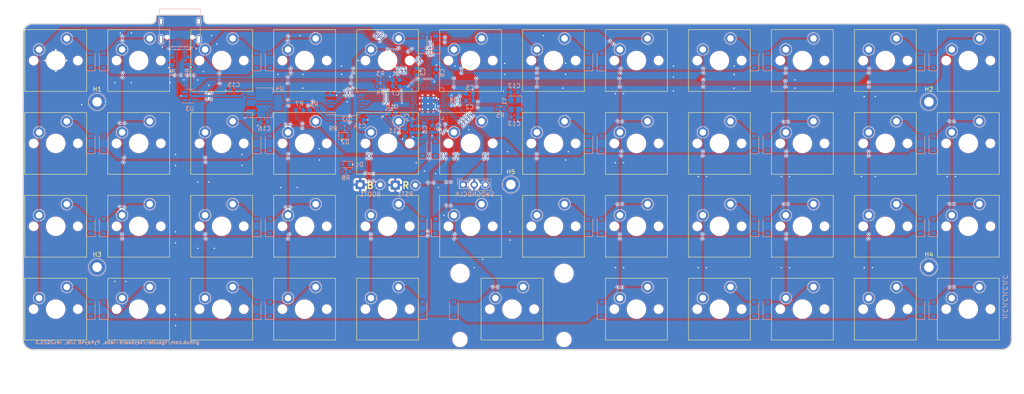
<source format=kicad_pcb>
(kicad_pcb (version 20221018) (generator pcbnew)
  (title_block (title "PyKey40 Lite") (date "2023-06-15") (rev "2023.3") (company "Richard Goulter (rgoulter)") (comment 1 "based on design by Pierre Constantineau (JPConstantineau)") (comment 2 "License: CERN-OHL-W (CERN OHL v2)") (comment 3 "Project: https://github.com/rgoulter/keyboard-labs") (comment 4 "Simplified subset of PyKey60 for JJ40-style PCB."))
  (layers (0 "F.Cu" signal "Front") (31 "B.Cu" signal "Back") (34 "B.Paste" user) (35 "F.Paste" user) (36 "B.SilkS" user "B.Silkscreen") (37 "F.SilkS" user "F.Silkscreen") (38 "B.Mask" user) (39 "F.Mask" user) (44 "Edge.Cuts" user))
  (net 0 "")
  (net 1 "Net-(BOOT1-B)")
  (net 2 "GND")
  (net 3 "VBUS")
  (net 4 "Net-(D1-A)")
  (net 5 "Net-(D2-A)")
  (net 6 "Data+")
  (net 7 "Data-")
  (net 8 "+1V1")
  (net 9 "+3V3")
  (net 10 "Net-(C13-Pad1)")
  (net 11 "Net-(D_1_1-A)")
  (net 12 "Net-(D_1_2-A)")
  (net 13 "/QSPISS")
  (net 14 "/QSPISD3")
  (net 15 "/QSPICLK")
  (net 16 "/QSPISD0")
  (net 17 "/QSPISD2")
  (net 18 "/SQPISD1")
  (net 19 "/XIN")
  (net 20 "/XOUT")
  (net 21 "/RESET")
  (net 22 "/USB-")
  (net 23 "/USB+")
  (net 24 "ROW1")
  (net 25 "ROW2")
  (net 26 "ROW3")
  (net 27 "ROW4")
  (net 28 "Net-(D_1_3-A)")
  (net 29 "COL1")
  (net 30 "COL2")
  (net 31 "COL3")
  (net 32 "COL4")
  (net 33 "COL5")
  (net 34 "COL6")
  (net 35 "COL7")
  (net 36 "COL8")
  (net 37 "COL9")
  (net 38 "COL10")
  (net 39 "COL11")
  (net 40 "COL12")
  (net 41 "Net-(D_1_4-A)")
  (net 42 "Net-(D_1_5-A)")
  (net 43 "Net-(D_1_6-A)")
  (net 44 "/SWCLK")
  (net 45 "/SWD")
  (net 46 "Net-(D_1_7-A)")
  (net 47 "Net-(D_1_8-A)")
  (net 48 "LED")
  (net 49 "Net-(D_1_9-A)")
  (net 50 "Net-(D_1_10-A)")
  (net 51 "Net-(D_1_11-A)")
  (net 52 "Net-(D_1_12-A)")
  (net 53 "Net-(D_2_1-A)")
  (net 54 "Net-(D_2_2-A)")
  (net 55 "Net-(D_2_3-A)")
  (net 56 "Net-(D_2_4-A)")
  (net 57 "Net-(D_2_5-A)")
  (net 58 "Net-(D_2_6-A)")
  (net 59 "Net-(D_2_7-A)")
  (net 60 "Net-(D_2_8-A)")
  (net 61 "Net-(D_2_9-A)")
  (net 62 "Net-(D_2_10-A)")
  (net 63 "Net-(D_2_11-A)")
  (net 64 "Net-(D_2_12-A)")
  (net 65 "Net-(D_3_1-A)")
  (net 66 "Net-(D_3_2-A)")
  (net 67 "Net-(D_3_3-A)")
  (net 68 "Net-(D_3_4-A)")
  (net 69 "Net-(D_3_5-A)")
  (net 70 "Net-(D_3_6-A)")
  (net 71 "Net-(D_3_7-A)")
  (net 72 "Net-(D_3_8-A)")
  (net 73 "Net-(D_3_9-A)")
  (net 74 "Net-(D_3_10-A)")
  (net 75 "Net-(D_3_11-A)")
  (net 76 "Net-(D_3_12-A)")
  (net 77 "Net-(D_4_1-A)")
  (net 78 "Net-(D_4_2-A)")
  (net 79 "Net-(D_4_3-A)")
  (net 80 "Net-(D_4_4-A)")
  (net 81 "Net-(D_4_5-A)")
  (net 82 "Net-(D_4_6-A)")
  (net 83 "Net-(D_4_8-A)")
  (net 84 "Net-(D_4_9-A)")
  (net 85 "Net-(D_4_10-A)")
  (net 86 "Net-(D_4_11-A)")
  (net 87 "Net-(D_4_12-A)")
  (net 88 "Net-(J1-CC1)")
  (net 90 "Net-(J1-CC2)")
  (net 93 "Net-(U1-USB_DP)")
  (net 94 "Net-(U1-USB_DM)")
  (footprint "Switch_Keyboard_Cherry_MX:SW_Cherry_MX_PCB_1.00u" (layer "F.Cu") (at 57.5 58.5)
    (fp_text reference "SW_1_1" hide)
    (fp_text value "MX-compatible or Kailh Choc v1")
  )
  (footprint "Switch_Keyboard_Cherry_MX:SW_Cherry_MX_PCB_1.00u" (layer "F.Cu") (at 76.55 58.5)
    (fp_text reference "SW_1_2" hide)
    (fp_text value "MX-compatible or Kailh Choc v1")
  )
  (footprint "Switch_Keyboard_Cherry_MX:SW_Cherry_MX_PCB_1.00u" (layer "F.Cu") (at 95.6 58.5)
    (fp_text reference "SW_1_3" hide)
    (fp_text value "MX-compatible or Kailh Choc v1")
  )
  (footprint "Switch_Keyboard_Cherry_MX:SW_Cherry_MX_PCB_1.00u" (layer "F.Cu") (at 114.65 58.5)
    (fp_text reference "SW_1_4" hide)
    (fp_text value "MX-compatible or Kailh Choc v1")
  )
  (footprint "Switch_Keyboard_Cherry_MX:SW_Cherry_MX_PCB_1.00u" (layer "F.Cu") (at 133.7 58.5)
    (fp_text reference "SW_1_5" hide)
    (fp_text value "MX-compatible or Kailh Choc v1")
  )
  (footprint "Switch_Keyboard_Cherry_MX:SW_Cherry_MX_PCB_1.00u" (layer "F.Cu") (at 152.75 58.5)
    (fp_text reference "SW_1_6" hide)
    (fp_text value "MX-compatible or Kailh Choc v1")
  )
  (footprint "Switch_Keyboard_Cherry_MX:SW_Cherry_MX_PCB_1.00u" (layer "F.Cu") (at 171.8 58.5)
    (fp_text reference "SW_1_7" hide)
    (fp_text value "MX-compatible or Kailh Choc v1")
  )
  (footprint "Switch_Keyboard_Cherry_MX:SW_Cherry_MX_PCB_1.00u" (layer "F.Cu") (at 190.85 58.5)
    (fp_text reference "SW_1_8" hide)
    (fp_text value "MX-compatible or Kailh Choc v1")
  )
  (footprint "Switch_Keyboard_Cherry_MX:SW_Cherry_MX_PCB_1.00u" (layer "F.Cu") (at 209.9 58.5)
    (fp_text reference "SW_1_9" hide)
    (fp_text value "MX-compatible or Kailh Choc v1")
  )
  (footprint "Switch_Keyboard_Cherry_MX:SW_Cherry_MX_PCB_1.00u" (layer "F.Cu") (at 228.95 58.5)
    (fp_text reference "SW_1_10" hide)
    (fp_text value "MX-compatible or Kailh Choc v1")
  )
  (footprint "Switch_Keyboard_Cherry_MX:SW_Cherry_MX_PCB_1.00u" (layer "F.Cu") (at 248 58.5)
    (fp_text reference "SW_1_11" hide)
    (fp_text value "MX-compatible or Kailh Choc v1")
  )
  (footprint "Switch_Keyboard_Cherry_MX:SW_Cherry_MX_PCB_1.00u" (layer "F.Cu") (at 267.05 58.5)
    (fp_text reference "SW_1_12" hide)
    (fp_text value "MX-compatible or Kailh Choc v1")
  )
  (footprint "Switch_Keyboard_Cherry_MX:SW_Cherry_MX_PCB_1.00u" (layer "F.Cu") (at 57.5 77.55)
    (fp_text reference "SW_2_1" hide)
    (fp_text value "MX-compatible or Kailh Choc v1")
  )
  (footprint "Switch_Keyboard_Cherry_MX:SW_Cherry_MX_PCB_1.00u" (layer "F.Cu") (at 76.55 77.55)
    (fp_text reference "SW_2_2" hide)
    (fp_text value "MX-compatible or Kailh Choc v1")
  )
  (footprint "Switch_Keyboard_Cherry_MX:SW_Cherry_MX_PCB_1.00u" (layer "F.Cu") (at 95.6 77.55)
    (fp_text reference "SW_2_3" hide)
    (fp_text value "MX-compatible or Kailh Choc v1")
  )
  (footprint "Switch_Keyboard_Cherry_MX:SW_Cherry_MX_PCB_1.00u" (layer "F.Cu") (at 114.65 77.55)
    (fp_text reference "SW_2_4" hide)
    (fp_text value "MX-compatible or Kailh Choc v1")
  )
  (footprint "Switch_Keyboard_Cherry_MX:SW_Cherry_MX_PCB_1.00u" (layer "F.Cu") (at 133.7 77.55)
    (fp_text reference "SW_2_5" hide)
    (fp_text value "MX-compatible or Kailh Choc v1")
  )
  (footprint "Switch_Keyboard_Cherry_MX:SW_Cherry_MX_PCB_1.00u" (layer "F.Cu") (at 171.8 77.55)
    (fp_text reference "SW_2_7" hide)
    (fp_text value "MX-compatible or Kailh Choc v1")
  )
  (footprint "Switch_Keyboard_Cherry_MX:SW_Cherry_MX_PCB_1.00u" (layer "F.Cu") (at 190.85 77.55)
    (fp_text reference "SW_2_8" hide)
    (fp_text value "MX-compatible or Kailh Choc v1")
  )
  (footprint "Switch_Keyboard_Cherry_MX:SW_Cherry_MX_PCB_1.00u" (layer "F.Cu") (at 209.9 77.55)
    (fp_text reference "SW_2_9" hide)
    (fp_text value "MX-compatible or Kailh Choc v1")
  )
  (footprint "Switch_Keyboard_Cherry_MX:SW_Cherry_MX_PCB_1.00u" (layer "F.Cu") (at 248 77.55)
    (fp_text reference "SW_2_11" hide)
    (fp_text value "MX-compatible or Kailh Choc v1")
  )
  (footprint "Switch_Keyboard_Cherry_MX:SW_Cherry_MX_PCB_1.00u" (layer "F.Cu") (at 267.05 77.55)
    (fp_text reference "SW_2_12" hide)
    (fp_text value "MX-compatible or Kailh Choc v1")
  )
  (footprint "Switch_Keyboard_Cherry_MX:SW_Cherry_MX_PCB_1.00u" (layer "F.Cu") (at 57.5 96.6)
    (fp_text reference "SW_3_1" hide)
    (fp_text value "MX-compatible or Kailh Choc v1")
  )
  (footprint "Switch_Keyboard_Cherry_MX:SW_Cherry_MX_PCB_1.00u" (layer "F.Cu") (at 76.55 96.6)
    (fp_text reference "SW_3_2" hide)
    (fp_text value "MX-compatible or Kailh Choc v1")
  )
  (footprint "Switch_Keyboard_Cherry_MX:SW_Cherry_MX_PCB_1.00u" (layer "F.Cu") (at 95.6 96.6)
    (fp_text reference "SW_3_3" hide)
    (fp_text value "MX-compatible or Kailh Choc v1")
  )
  (footprint "Switch_Keyboard_Cherry_MX:SW_Cherry_MX_PCB_1.00u" (layer "F.Cu") (at 114.65 96.6)
    (fp_text reference "SW_3_4" hide)
    (fp_text value "MX-compatible or Kailh Choc v1")
  )
  (footprint "Switch_Keyboard_Cherry_MX:SW_Cherry_MX_PCB_1.00u" (layer "F.Cu") (at 133.7 96.6)
    (fp_text reference "SW_3_5" hide)
    (fp_text value "MX-compatible or Kailh Choc v1")
  )
  (footprint "Switch_Keyboard_Cherry_MX:SW_Cherry_MX_PCB_1.00u" (layer "F.Cu") (at 152.75 96.6)
    (fp_text reference "SW_3_6" hide)
    (fp_text value "MX-compatible or Kailh Choc v1")
  )
  (footprint "Switch_Keyboard_Cherry_MX:SW_Cherry_MX_PCB_1.00u" (layer "F.Cu") (at 171.8 96.6)
    (fp_text reference "SW_3_7" hide)
    (fp_text value "MX-compatible or Kailh Choc v1")
  )
  (footprint "Switch_Keyboard_Cherry_MX:SW_Cherry_MX_PCB_1.00u" (layer "F.Cu") (at 190.85 96.6)
    (fp_text reference "SW_3_8" hide)
    (fp_text value "MX-compatible or Kailh Choc v1")
  )
  (footprint "Switch_Keyboard_Cherry_MX:SW_Cherry_MX_PCB_1.00u" (layer "F.Cu") (at 209.9 96.6)
    (fp_text reference "SW_3_9" hide)
    (fp_text value "MX-compatible or Kailh Choc v1")
  )
  (footprint "Switch_Keyboard_Cherry_MX:SW_Cherry_MX_PCB_1.00u" (layer "F.Cu") (at 228.95 96.6)
    (fp_text reference "SW_3_10" hide)
    (fp_text value "MX-compatible or Kailh Choc v1")
  )
  (footprint "Switch_Keyboard_Cherry_MX:SW_Cherry_MX_PCB_1.00u" (layer "F.Cu") (at 248 96.6)
    (fp_text reference "SW_3_11" hide)
    (fp_text value "MX-compatible or Kailh Choc v1")
  )
  (footprint "Switch_Keyboard_Cherry_MX:SW_Cherry_MX_PCB_1.00u" (layer "F.Cu") (at 267.05 96.6)
    (fp_text reference "SW_3_12" hide)
    (fp_text value "MX-compatible or Kailh Choc v1")
  )
  (footprint "Switch_Keyboard_Cherry_MX:SW_Cherry_MX_PCB_1.00u" (layer "F.Cu") (at 57.5 115.65)
    (fp_text reference "SW_4_1" hide)
    (fp_text value "MX-compatible or Kailh Choc v1")
  )
  (footprint "Switch_Keyboard_Cherry_MX:SW_Cherry_MX_PCB_1.00u" (layer "F.Cu") (at 76.55 115.65)
    (fp_text reference "SW_4_2" hide)
    (fp_text value "MX-compatible or Kailh Choc v1")
  )
  (footprint "Switch_Keyboard_Cherry_MX:SW_Cherry_MX_PCB_1.00u" (layer "F.Cu") (at 95.6 115.65)
    (fp_text reference "SW_4_3" hide)
    (fp_text value "MX-compatible or Kailh Choc v1")
  )
  (footprint "Switch_Keyboard_Cherry_MX:SW_Cherry_MX_PCB_1.00u" (layer "F.Cu") (at 114.65 115.65)
    (fp_text reference "SW_4_4" hide)
    (fp_text value "MX-compatible or Kailh Choc v1")
  )
  (footprint "Switch_Keyboard_Cherry_MX:SW_Cherry_MX_PCB_1.00u" (layer "F.Cu") (at 133.7 115.65)
    (fp_text reference "SW_4_5" hide)
    (fp_text value "MX-compatible or Kailh Choc v1")
  )
  (footprint "Switch_Keyboard_Cherry_MX:SW_Cherry_MX_PCB_2.00u" (layer "F.Cu") (at 162.275 115.65)
    (fp_text reference "SW_4_6" hide)
    (fp_text value "MX-compatible or Kailh Choc v1")
  )
  (footprint "Switch_Keyboard_Cherry_MX:SW_Cherry_MX_PCB_1.00u" (layer "F.Cu") (at 152.75 77.55)
    (fp_text reference "SW_2_6" hide)
    (fp_text value "MX-compatible or Kailh Choc v1")
  )
  (footprint "Switch_Keyboard_Cherry_MX:SW_Cherry_MX_PCB_1.00u" (layer "F.Cu") (at 228.95 77.55)
    (fp_text reference "SW_2_10" hide)
    (fp_text value "MX-compatible or Kailh Choc v1")
  )
  (footprint "MountingHole:MountingHole_2.2mm_M2_DIN965_Pad" (layer "F.Cu") (at 258 68)
    (fp_text reference "H2")
    (fp_text value "MountingHole")
  )
  (footprint "MountingHole:MountingHole_2.2mm_M2_DIN965_Pad" (layer "F.Cu") (at 67 106)
    (fp_text reference "H3")
    (fp_text value "MountingHole")
  )
  (footprint "MountingHole:MountingHole_2.2mm_M2_DIN965_Pad" (layer "F.Cu") (at 162 87)
    (fp_text reference "H5")
    (fp_text value "MountingHole")
  )
  (footprint "MountingHole:MountingHole_2.2mm_M2_DIN965_Pad" (layer "F.Cu") (at 258 106)
    (fp_text reference "H4")
    (fp_text value "MountingHole")
  )
  (footprint "MountingHole:MountingHole_2.2mm_M2_DIN965_Pad" (layer "F.Cu") (at 67 68)
    (fp_text reference "H1")
    (fp_text value "MountingHole")
  )
  (footprint "Switch_Keyboard_Cherry_MX:SW_Cherry_MX_PCB_1.00u" (layer "F.Cu") (at 248 115.65)
    (fp_text reference "SW_4_11" hide)
    (fp_text value "MX-compatible or Kailh Choc v1")
  )
  (footprint "Switch_Keyboard_Cherry_MX:SW_Cherry_MX_PCB_1.00u" (layer "F.Cu") (at 267.05 115.65)
    (fp_text reference "SW_4_12" hide)
    (fp_text value "MX-compatible or Kailh Choc v1")
  )
  (footprint "Mounting_Keyboard_Stabilizer:Stabilizer_Cherry_MX_2.00u" (layer "F.Cu") (at 162.275 115.65 180)
    (fp_text reference "REF**" hide)
    (fp_text value "Stabilizer_Cherry_MX_2.00u")
  )
  (footprint "Switch_Keyboard_Cherry_MX:SW_Cherry_MX_PCB_1.00u" (layer "F.Cu") (at 228.95 115.65)
    (fp_text reference "SW_4_10" hide)
    (fp_text value "MX-compatible or Kailh Choc v1")
  )
  (footprint "Switch_Keyboard_Cherry_MX:SW_Cherry_MX_PCB_1.00u" (layer "F.Cu") (at 190.85 115.65)
    (fp_text reference "SW_4_8" hide)
    (fp_text value "MX-compatible or Kailh Choc v1")
  )
  (footprint "Switch_Keyboard_Cherry_MX:SW_Cherry_MX_PCB_1.00u" (layer "F.Cu") (at 209.9 115.65)
    (fp_text reference "SW_4_9" hide)
    (fp_text value "MX-compatible or Kailh Choc v1")
  )
  (footprint "Connector_USB:USB_C_Receptacle_HRO_TYPE-C-31-M-12" (layer "B.Cu") (at 86 50.52925)
    (fp_text reference "J1" hide)
    (fp_text value "USB_C_Receptacle_USB2.0")
  )
  (footprint "Resistor_SMD:R_0603_1608Metric" (layer "B.Cu") (at 84.2518 58.5978 90)
    (fp_text reference "R1")
    (fp_text value "5.1k")
  )
  (footprint "Resistor_SMD:R_0603_1608Metric" (layer "B.Cu") (at 87.9094 58.547 90)
    (fp_text reference "R2")
    (fp_text value "5.1k")
  )
  (footprint "RP2040_minimal:RP2040-QFN-56" (layer "B.Cu") (at 142.9766 68.4012 -90)
    (fp_text reference "U1" hide)
    (fp_text value "RP2040")
  )
  (footprint "Package_TO_SOT_SMD:SOT-23-6" (layer "B.Cu") (at 88.3158 66.675)
    (fp_text reference "U3")
    (fp_text value "USBLC6-2SC6")
  )
  (footprint "Package_SO:SOIC-8_5.23x5.23mm_P1.27mm" (layer "B.Cu") (at 124.15339 68.42361)
    (fp_text reference "U2")
    (fp_text value "W25Q128JVS")
  )
  (footprint "Capacitor_SMD:C_0603_1608Metric" (layer "B.Cu") (at 135.6614 62.9412 180)
    (fp_text reference "C1")
    (fp_text value "100n")
  )
  (footprint "Capacitor_SMD:C_0603_1608Metric" (layer "B.Cu") (at 152.5466 67.7662)
    (fp_text reference "C2")
    (fp_text value "100n")
  )
  (footprint "Capacitor_SMD:C_0603_1608Metric" (layer "B.Cu") (at 140.3604 61.0616 90)
    (fp_text reference "C3")
    (fp_text value "100n")
  )
  (footprint "Capacitor_SMD:C_0603_1608Metric" (layer "B.Cu") (at 139.2428 74.295 -90)
    (fp_text reference "C4")
    (fp_text value "100n")
  )
  (footprint "Capacitor_SMD:C_0603_1608Metric" (layer "B.Cu") (at 127.3302 72.1106)
    (fp_text reference "C14")
    (fp_text value "100n")
  )
  (footprint "Capacitor_SMD:C_0603_1608Metric" (layer "B.Cu") (at 140.7922 74.3204 -90)
    (fp_text reference "C6")
    (fp_text value "100n")
  )
  (footprint "Capacitor_SMD:C_0603_1608Metric" (layer "B.Cu") (at 135.6614 64.4652 180)
    (fp_text reference "C7")
    (fp_text value "100n")
  )
  (footprint "Capacitor_SMD:C_0603_1608Metric" (layer "B.Cu") (at 143.9672 74.2188 -90)
    (fp_text reference "C9")
    (fp_text value "100n")
  )
  (footprint "Capacitor_SMD:C_0603_1608Metric" (layer "B.Cu") (at 134.7978 70.5104 180)
    (fp_text reference "C10")
    (fp_text value "1u")
  )
  (footprint "Capacitor_SMD:C_0603_1608Metric" (layer "B.Cu") (at 137.6934 75.057 -90)
    (fp_text reference "C11")
    (fp_text value "1u")
  )
  (footprint "Capacitor_SMD:C_0603_1608Metric" (layer "B.Cu") (at 162.783 65.739 180)
    (fp_text reference "C12")
    (fp_text value "22p")
  )
  (footprint "Capacitor_SMD:C_0603_1608Metric" (layer "B.Cu") (at 162.783 71.581)
    (fp_text reference "C13")
    (fp_text value "22p")
  )
  (footprint "Capacitor_SMD:C_0603_1608Metric" (layer "B.Cu") (at 152.5466 66.1152)
    (fp_text reference "C5")
    (fp_text value "100n")
  )
  (footprint "Resistor_SMD:R_0603_1608Metric" (layer "B.Cu") (at 132.08 62.8904)
    (fp_text reference "R3")
    (fp_text value "22")
  )
  (footprint "Resistor_SMD:R_0603_1608Metric" (layer "B.Cu") (at 132.08 64.4144)
    (fp_text reference "R4")
    (fp_text value "22")
  )
  (footprint "Resistor_SMD:R_0603_1608Metric" (layer "B.Cu") (at 159.608 69.676)
    (fp_text reference "R5")
    (fp_text value "1k")
  )
  (footprint "Resistor_SMD:R_0603_1608Metric" (layer "B.Cu") (at 116.7 69.9)
    (fp_text reference "R6")
    (fp_text value "DNP")
  )
  (footprint "Resistor_SMD:R_0603_1608Metric" (layer "B.Cu") (at 113.475 69.9 180)
    (fp_text reference "R7")
    (fp_text value "1k")
  )
  (footprint "Connector_Wire:SolderWire-0.5sqmm_1x02_P4.6mm_D0.9mm_OD2.1mm" (layer "B.Cu") (at 135.4696 87.1474)
    (fp_text reference "RST1")
    (fp_text value "SW_SPST")
  )
  (footprint "Crystal:Crystal_SMD_3225-4Pin_3.2x2.5mm" (layer "B.Cu") (at 162.91 68.66 -90)
    (fp_text reference "Y1")
    (fp_text value "12MHz")
  )
  (footprint "Capacitor_SMD:C_0603_1608Metric" (layer "B.Cu") (at 144.8308 61.341 90)
    (fp_text reference "C8")
    (fp_text value "100n")
  )
  (footprint "Connector_PinHeader_2.54mm:PinHeader_1x03_P2.54mm_Vertical" (layer "B.Cu") (at 151.0688 87.0458 -90)
    (fp_text reference "J2" hide)
    (fp_text value "Conn_01x03")
  )
  (footprint "LED_SMD:LED_0603_1608Metric" (layer "B.Cu") (at 124.1298 82.3976 180)
    (fp_text reference "D1")
    (fp_text value "RED")
  )
  (footprint "Resistor_SMD:R_0603_1608Metric" (layer "B.Cu") (at 124.1298 84.0486)
    (fp_text reference "R8")
    (fp_text value "1k")
  )
  (footprint "Capacitor_SMD:C_0603_1608Metric" (layer "B.Cu") (at 98.3742 65.4812 180)
    (fp_text reference "C15")
    (fp_text value "22u")
  )
  (footprint "Capacitor_SMD:C_0603_1608Metric" (layer "B.Cu") (at 105.3592 72.6186 180)
    (fp_text reference "C16")
    (fp_text value "22u")
  )
  (footprint "Package_TO_SOT_SMD:SOT-223-3_TabPin2" (layer "B.Cu") (at 105.4354 68.199)
    (fp_text reference "U4")
    (fp_text value "AMS1117-3.3")
  )
  (footprint "LED_SMD:LED_0603_1608Metric" (layer "B.Cu") (at 123.952 75.7936)
    (fp_text reference "D2")
    (fp_text value "RED")
  )
  (footprint "Diode_SMD:D_SOD-123" (layer "B.Cu") (at 179.825 77.55 90)
    (fp_text reference "D_2_7" hide)
    (fp_text value "1N4148")
  )
  (footprint "Connector_Wire:SolderWire-0.5sqmm_1x02_P4.6mm_D0.9mm_OD2.1mm" (layer "B.Cu") (at 127.4178 87.0458)
    (fp_text reference "BOOT1")
    (fp_text value "SW_SPST")
  )
  (footprint "Diode_SMD:D_SOD-123" (layer "B.Cu") (at 259.025 115.65 90)
    (fp_text reference "D_4_12" hide)
    (fp_text value "1N4148")
  )
  (footprint "Diode_SMD:D_SOD-123" (layer "B.Cu") (at 106.625 96.6 90)
    (fp_text reference "D_3_4" hide)
    (fp_text value "1N4148")
  )
  (footprint "Diode_SMD:D_SOD-123" (layer "B.Cu") (at 103.625 77.55 90)
    (fp_text reference "D_2_3" hide)
    (fp_text value "1N4148")
  )
  (footprint "Diode_SMD:D_SOD-123" (layer "B.Cu") (at 141.725 96.6 90)
    (fp_text reference "D_3_5" hide)
    (fp_text value "1N4148")
  )
  (footprint "Diode_SMD:D_SOD-123" (layer "B.Cu") (at 144.725 54.5338 90)
    (fp_text reference "D_1_6" hide)
    (fp_text value "1N4148")
  )
  (footprint "Diode_SMD:D_SOD-123" (layer "B.Cu") (at 259.025 96.6 90)
    (fp_text reference "D_3_12" hide)
    (fp_text value "1N4148")
  )
  (footprint "Diode_SMD:D_SOD-123" (layer "B.Cu") (at 68.525 58.5 90)
    (fp_text reference "D_1_2" hide)
    (fp_text value "1N4148")
  )
  (footprint "Diode_SMD:D_SOD-123" (layer "B.Cu") (at 256.025 58.5 90)
    (fp_text reference "D_1_11" hide)
    (fp_text value "1N4148")
  )
  (footprint "Diode_SMD:D_SOD-123" (layer "B.Cu") (at 182.825 58.5 90)
    (fp_text reference "D_1_8" hide)
    (fp_text value "1N4148")
  )
  (footprint "Diode_SMD:D_SOD-123" (layer "B.Cu") (at 68.525 96.6 90)
    (fp_text reference "D_3_2" hide)
    (fp_text value "1N4148")
  )
  (footprint "Diode_SMD:D_SOD-123" (layer "B.Cu") (at 220.925 77.55 90)
    (fp_text reference "D_2_10" hide)
    (fp_text value "1N4148")
  )
  (footprint "Diode_SMD:D_SOD-123" (layer "B.Cu") (at 106.625 77.55 90)
    (fp_text reference "D_2_4" hide)
    (fp_text value "1N4148")
  )
  (footprint "Diode_SMD:D_SOD-123" (layer "B.Cu") (at 65.525 96.6 90)
    (fp_text reference "D_3_1" hide)
    (fp_text value "1N4148")
  )
  (footprint "Diode_SMD:D_SOD-123" (layer "B.Cu") (at 106.625 115.65 90)
    (fp_text reference "D_4_4" hide)
    (fp_text value "1N4148")
  )
  (footprint "Diode_SMD:D_SOD-123" (layer "B.Cu") (at 144.725 96.6 90)
    (fp_text reference "D_3_6" hide)
    (fp_text value "1N4148")
  )
  (footprint "Diode_SMD:D_SOD-123" (layer "B.Cu") (at 141.725 115.65 90)
    (fp_text reference "D_4_5" hide)
    (fp_text value "1N4148")
  )
  (footprint "Diode_SMD:D_SOD-123" (layer "B.Cu") (at 144.725 78.7908 90)
    (fp_text reference "D_2_6" hide)
    (fp_text value "1N4148")
  )
  (footprint "Diode_SMD:D_SOD-123" (layer "B.Cu") (at 103.625 96.6 90)
    (fp_text reference "D_3_3" hide)
    (fp_text value "1N4148")
  )
  (footprint "Diode_SMD:D_SOD-123" (layer "B.Cu") (at 256.025 96.6 90)
    (fp_text reference "D_3_11" hide)
    (fp_text value "1N4148")
  )
  (footprint "Diode_SMD:D_SOD-123" (layer "B.Cu") (at 106.625 58.5 90)
    (fp_text reference "D_1_4" hide)
    (fp_text value "1N4148")
  )
  (footprint "Diode_SMD:D_SOD-123" (layer "B.Cu") (at 141.725 78.7654 90)
    (fp_text reference "D_2_5" hide)
    (fp_text value "1N4148")
  )
  (footprint "Diode_SMD:D_SOD-123" (layer "B.Cu") (at 217.925 96.6 90)
    (fp_text reference "D_3_9" hide)
    (fp_text value "1N4148")
  )
  (footprint "Diode_SMD:D_SOD-123" (layer "B.Cu") (at 217.925 77.55 90)
    (fp_text reference "D_2_9" hide)
    (fp_text value "1N4148")
  )
  (footprint "Diode_SMD:D_SOD-123" (layer "B.Cu") (at 256.025 115.65 90)
    (fp_text reference "D_4_11" hide)
    (fp_text value "1N4148")
  )
  (footprint "Diode_SMD:D_SOD-123" (layer "B.Cu") (at 220.925 96.6 90)
    (fp_text reference "D_3_10" hide)
    (fp_text value "1N4148")
  )
  (footprint "Diode_SMD:D_SOD-123" (layer "B.Cu") (at 68.525 115.65 90)
    (fp_text reference "D_4_2" hide)
    (fp_text value "1N4148")
  )
  (footprint "Diode_SMD:D_SOD-123" (layer "B.Cu") (at 103.625 58.5 90)
    (fp_text reference "D_1_3" hide)
    (fp_text value "1N4148")
  )
  (footprint "Diode_SMD:D_SOD-123" (layer "B.Cu") (at 182.825 115.65 90)
    (fp_text reference "D_4_8" hide)
    (fp_text value "1N4148")
  )
  (footprint "Diode_SMD:D_SOD-123" (layer "B.Cu") (at 65.525 115.65 90)
    (fp_text reference "D_4_1" hide)
    (fp_text value "1N4148")
  )
  (footprint "Diode_SMD:D_SOD-123" (layer "B.Cu") (at 179.825 58.5 90)
    (fp_text reference "D_1_7" hide)
    (fp_text value "1N4148")
  )
  (footprint "Diode_SMD:D_SOD-123" (layer "B.Cu") (at 182.825 77.55 90)
    (fp_text reference "D_2_8" hide)
    (fp_text value "1N4148")
  )
  (footprint "Resistor_SMD:R_0603_1608Metric" (layer "B.Cu") (at 123.8726 74.0556 180)
    (fp_text reference "R9")
    (fp_text value "5.1k")
  )
  (footprint "Diode_SMD:D_SOD-123" (layer "B.Cu") (at 259.025 77.55 90)
    (fp_text reference "D_2_12" hide)
    (fp_text value "1N4148")
  )
  (footprint "Diode_SMD:D_SOD-123" (layer "B.Cu") (at 217.925 115.65 90)
    (fp_text reference "D_4_9" hide)
    (fp_text value "1N4148")
  )
  (footprint "Diode_SMD:D_SOD-123" (layer "B.Cu") (at 220.925 58.5 90)
    (fp_text reference "D_1_10" hide)
    (fp_text value "1N4148")
  )
  (footprint "Diode_SMD:D_SOD-123" (layer "B.Cu") (at 220.925 115.65 90)
    (fp_text reference "D_4_10" hide)
    (fp_text value "1N4148")
  )
  (footprint "Diode_SMD:D_SOD-123" (layer "B.Cu") (at 141.725 54.5338 90)
    (fp_text reference "D_1_5" hide)
    (fp_text value "1N4148")
  )
  (footprint "Diode_SMD:D_SOD-123" (layer "B.Cu") (at 179.825 96.6 90)
    (fp_text reference "D_3_7" hide)
    (fp_text value "1N4148")
  )
  (footprint "Diode_SMD:D_SOD-123" (layer "B.Cu") (at 182.825 96.6 90)
    (fp_text reference "D_3_8" hide)
    (fp_text value "1N4148")
  )
  (footprint "Diode_SMD:D_SOD-123" (layer "B.Cu") (at 65.525 58.5 90)
    (fp_text reference "D_1_1" hide)
    (fp_text value "1N4148")
  )
  (footprint "Diode_SMD:D_SOD-123" (layer "B.Cu") (at 103.625 115.65 90)
    (fp_text reference "D_4_3" hide)
    (fp_text value "1N4148")
  )
  (footprint "Diode_SMD:D_SOD-123" (layer "B.Cu") (at 65.525 77.55 90)
    (fp_text reference "D_2_1" hide)
    (fp_text value "1N4148")
  )
  (footprint "Diode_SMD:D_SOD-123" (layer "B.Cu") (at 217.925 58.5 90)
    (fp_text reference "D_1_9" hide)
    (fp_text value "1N4148")
  )
  (footprint "Diode_SMD:D_SOD-123" (layer "B.Cu") (at 259.025 58.5 90)
    (fp_text reference "D_1_12" hide)
    (fp_text value "1N4148")
  )
  (footprint "Diode_SMD:D_SOD-123" (layer "B.Cu") (at 148.9202 115.65 90)
    (fp_text reference "D_4_6" hide)
    (fp_text value "1N4148")
  )
  (footprint "Diode_SMD:D_SOD-123" (layer "B.Cu") (at 256.025 77.55 90)
    (fp_text reference "D_2_11" hide)
    (fp_text value "1N4148")
  )
  (footprint "Diode_SMD:D_SOD-123" (layer "B.Cu") (at 68.525 77.55 90)
    (fp_text reference "D_2_2" hide)
    (fp_text value "1N4148")
  )
  (gr_line (start 274.75 50) (end 92.5 50) (stroke (width 0.2)) (layer "Edge.Cuts"))
  (gr_line (start 50.429703 124.0725) (end 50.577911 124.2556) (stroke (width 0.2)) (layer "Edge.Cuts"))
  (gr_line (start 276.89 51.5547) (end 276.805 51.33484) (stroke (width 0.2)) (layer "Edge.Cuts"))
  (gr_line (start 276.57 124.0725) (end 276.699 123.875) (stroke (width 0.2)) (layer "Edge.Cuts"))
  (gr_line (start 276.422 124.2556) (end 276.57 124.0725) (stroke (width 0.2)) (layer "Edge.Cuts"))
  (gr_line (start 276.699 51.125) (end 276.57 50.927475) (stroke (width 0.2)) (layer "Edge.Cuts"))
  (gr_line (start 91.25 48.06699) (end 91.2034 48.04321) (stroke (width 0.2)) (layer "Edge.Cuts"))
  (gr_line (start 91.4755 48.34549) (end 91.4568 48.29663) (stroke (width 0.2)) (layer "Edge.Cuts"))
  (gr_line (start 80.75 48.06699) (end 80.7061 48.09549) (stroke (width 0.2)) (layer "Edge.Cuts"))
  (gr_line (start 80.7966 48.04321) (end 80.75 48.06699) (stroke (width 0.2)) (layer "Edge.Cuts"))
  (gr_line (start 92 49.866013) (end 91.9122 49.809006) (stroke (width 0.2)) (layer "Edge.Cuts"))
  (gr_line (start 276.073 124.5703) (end 276.256 124.4221) (stroke (width 0.2)) (layer "Edge.Cuts"))
  (gr_line (start 274.75 125) (end 274.985 124.9877) (stroke (width 0.2)) (layer "Edge.Cuts"))
  (gr_line (start 50.012314 52.0148) (end 50 52.25) (stroke (width 0.2)) (layer "Edge.Cuts"))
  (gr_line (start 80.4781 49.207901) (end 80.451 49.309006) (stroke (width 0.2)) (layer "Edge.Cuts"))
  (gr_line (start 50.927475 50.429703) (end 50.744446 50.577911) (stroke (width 0.2)) (layer "Edge.Cuts"))
  (gr_line (start 80.5109 48.39604) (end 80.5027 48.44772) (stroke (width 0.2)) (layer "Edge.Cuts"))
  (gr_line (start 80.1691 49.743134) (end 80.0878 49.809006) (stroke (width 0.2)) (layer "Edge.Cuts"))
  (gr_line (start 275.875 124.6986) (end 276.073 124.5703) (stroke (width 0.2)) (layer "Edge.Cuts"))
  (gr_line (start 81 48) (end 80.9477 48.00273) (stroke (width 0.2)) (layer "Edge.Cuts"))
  (gr_line (start 50.110123 123.4453) (end 50.194519 123.6652) (stroke (width 0.2)) (layer "Edge.Cuts"))
  (gr_line (start 276.951 123.2178) (end 276.988 122.9852) (stroke (width 0.2)) (layer "Edge.Cuts"))
  (gr_line (start 275.665 124.8055) (end 275.875 124.6986) (stroke (width 0.2)) (layer "Edge.Cuts"))
  (gr_line (start 91.5219 49.207901) (end 91.5055 49.104523) (stroke (width 0.2)) (layer "Edge.Cuts"))
  (gr_line (start 277 122.75) (end 277 52.25) (stroke (width 0.2)) (layer "Edge.Cuts"))
  (gr_line (start 51.33484 124.8055) (end 51.5547 124.8899) (stroke (width 0.2)) (layer "Edge.Cuts"))
  (gr_line (start 275.665 50.194519) (end 275.445 50.110123) (stroke (width 0.2)) (layer "Edge.Cuts"))
  (gr_line (start 51.33484 50.194519) (end 51.125 50.301437) (stroke (width 0.2)) (layer "Edge.Cuts"))
  (gr_line (start 92.3955 49.994507) (end 92.2921 49.978134) (stroke (width 0.2)) (layer "Edge.Cuts"))
  (gr_line (start 50.577911 50.744446) (end 50.429703 50.927475) (stroke (width 0.2)) (layer "Edge.Cuts"))
  (gr_line (start 276.256 124.4221) (end 276.422 124.2556) (stroke (width 0.2)) (layer "Edge.Cuts"))
  (gr_line (start 91.8309 49.743134) (end 91.7569 49.669128) (stroke (width 0.2)) (layer "Edge.Cuts"))
  (gr_line (start 80.5 48.5) (end 80.5 49) (stroke (width 0.2)) (layer "Edge.Cuts"))
  (gr_line (start 92.0933 49.913544) (end 92 49.866013) (stroke (width 0.2)) (layer "Edge.Cuts"))
  (gr_line (start 50.194519 51.33484) (end 50.110123 51.5547) (stroke (width 0.2)) (layer "Edge.Cuts"))
  (gr_line (start 275.218 50.049164) (end 274.985 50.012314) (stroke (width 0.2)) (layer "Edge.Cuts"))
  (gr_line (start 91.3346 48.12842) (end 91.2939 48.09549) (stroke (width 0.2)) (layer "Edge.Cuts"))
  (gr_line (start 276.951 51.7822) (end 276.89 51.5547) (stroke (width 0.2)) (layer "Edge.Cuts"))
  (gr_line (start 80.2431 49.669128) (end 80.1691 49.743134) (stroke (width 0.2)) (layer "Edge.Cuts"))
  (gr_line (start 79.809 49.95105) (end 79.7079 49.978134) (stroke (width 0.2)) (layer "Edge.Cuts"))
  (gr_line (start 50.429703 50.927475) (end 50.301437 51.125) (stroke (width 0.2)) (layer "Edge.Cuts"))
  (gr_line (start 80.0878 49.809006) (end 80 49.866013) (stroke (width 0.2)) (layer "Edge.Cuts"))
  (gr_line (start 80.7061 48.09549) (end 80.6654 48.12842) (stroke (width 0.2)) (layer "Edge.Cuts"))
  (gr_line (start 276.988 52.0148) (end 276.951 51.7822) (stroke (width 0.2)) (layer "Edge.Cuts"))
  (gr_line (start 91.2034 48.04321) (end 91.1545 48.02446) (stroke (width 0.2)) (layer "Edge.Cuts"))
  (gr_line (start 80.4135 49.406723) (end 80.366 49.5) (stroke (width 0.2)) (layer "Edge.Cuts"))
  (gr_line (start 80.6284 48.16542) (end 80.5955 48.2061) (stroke (width 0.2)) (layer "Edge.Cuts"))
  (gr_line (start 79.7079 49.978134) (end 79.6045 49.994507) (stroke (width 0.2)) (layer "Edge.Cuts"))
  (gr_line (start 277 52.25) (end 276.988 52.0148) (stroke (width 0.2)) (layer "Edge.Cuts"))
  (gr_line (start 91.4891 48.39604) (end 91.4755 48.34549) (stroke (width 0.2)) (layer "Edge.Cuts"))
  (gr_line (start 274.985 50.012314) (end 274.75 50) (stroke (width 0.2)) (layer "Edge.Cuts"))
  (gr_line (start 51.5547 124.8899) (end 51.7822 124.9508) (stroke (width 0.2)) (layer "Edge.Cuts"))
  (gr_line (start 80.4945 49.104523) (end 80.4781 49.207901) (stroke (width 0.2)) (layer "Edge.Cuts"))
  (gr_line (start 51.125 50.301437) (end 50.927475 50.429703) (stroke (width 0.2)) (layer "Edge.Cuts"))
  (gr_line (start 50.110123 51.5547) (end 50.049164 51.7822) (stroke (width 0.2)) (layer "Edge.Cuts"))
  (gr_line (start 52.25 50) (end 52.0148 50.012314) (stroke (width 0.2)) (layer "Edge.Cuts"))
  (gr_line (start 91.104 48.01093) (end 91.0523 48.00273) (stroke (width 0.2)) (layer "Edge.Cuts"))
  (gr_line (start 80.567 48.25) (end 80.5432 48.29663) (stroke (width 0.2)) (layer "Edge.Cuts"))
  (gr_line (start 80.5432 48.29663) (end 80.5245 48.34549) (stroke (width 0.2)) (layer "Edge.Cuts"))
  (gr_line (start 50.301437 51.125) (end 50.194519 51.33484) (stroke (width 0.2)) (layer "Edge.Cuts"))
  (gr_line (start 80.9477 48.00273) (end 80.896 48.01093) (stroke (width 0.2)) (layer "Edge.Cuts"))
  (gr_line (start 80.5245 48.34549) (end 80.5109 48.39604) (stroke (width 0.2)) (layer "Edge.Cuts"))
  (gr_line (start 275.445 124.8899) (end 275.665 124.8055) (stroke (width 0.2)) (layer "Edge.Cuts"))
  (gr_line (start 91.0523 48.00273) (end 91 48) (stroke (width 0.2)) (layer "Edge.Cuts"))
  (gr_line (start 80.366 49.5) (end 80.309 49.587784) (stroke (width 0.2)) (layer "Edge.Cuts"))
  (gr_line (start 80 49.866013) (end 79.9067 49.913544) (stroke (width 0.2)) (layer "Edge.Cuts"))
  (gr_line (start 80.896 48.01093) (end 80.8455 48.02446) (stroke (width 0.2)) (layer "Edge.Cuts"))
  (gr_line (start 91.5864 49.406723) (end 91.5489 49.309006) (stroke (width 0.2)) (layer "Edge.Cuts"))
  (gr_line (start 276.988 122.9852) (end 277 122.75) (stroke (width 0.2)) (layer "Edge.Cuts"))
  (gr_line (start 50.744446 50.577911) (end 50.577911 50.744446) (stroke (width 0.2)) (layer "Edge.Cuts"))
  (gr_line (start 276.89 123.4453) (end 276.951 123.2178) (stroke (width 0.2)) (layer "Edge.Cuts"))
  (gr_line (start 80.5027 48.44772) (end 80.5 48.5) (stroke (width 0.2)) (layer "Edge.Cuts"))
  (gr_line (start 91.4973 48.44772) (end 91.4891 48.39604) (stroke (width 0.2)) (layer "Edge.Cuts"))
  (gr_line (start 91.691 49.587784) (end 91.634 49.5) (stroke (width 0.2)) (layer "Edge.Cuts"))
  (gr_line (start 51.7822 124.9508) (end 52.0148 124.9877) (stroke (width 0.2)) (layer "Edge.Cuts"))
  (gr_line (start 50.049164 123.2178) (end 50.110123 123.4453) (stroke (width 0.2)) (layer "Edge.Cuts"))
  (gr_line (start 276.699 123.875) (end 276.805 123.6652) (stroke (width 0.2)) (layer "Edge.Cuts"))
  (gr_line (start 276.805 51.33484) (end 276.699 51.125) (stroke (width 0.2)) (layer "Edge.Cuts"))
  (gr_line (start 91.5 48.5) (end 91.4973 48.44772) (stroke (width 0.2)) (layer "Edge.Cuts"))
  (gr_line (start 50.744446 124.4221) (end 50.927475 124.5703) (stroke (width 0.2)) (layer "Edge.Cuts"))
  (gr_line (start 80.6654 48.12842) (end 80.6284 48.16542) (stroke (width 0.2)) (layer "Edge.Cuts"))
  (gr_line (start 91.1545 48.02446) (end 91.104 48.01093) (stroke (width 0.2)) (layer "Edge.Cuts"))
  (gr_line (start 79.6045 49.994507) (end 79.5 50) (stroke (width 0.2)) (layer "Edge.Cuts"))
  (gr_line (start 80.5955 48.2061) (end 80.567 48.25) (stroke (width 0.2)) (layer "Edge.Cuts"))
  (gr_line (start 275.875 50.301437) (end 275.665 50.194519) (stroke (width 0.2)) (layer "Edge.Cuts"))
  (gr_line (start 79.9067 49.913544) (end 79.809 49.95105) (stroke (width 0.2)) (layer "Edge.Cuts"))
  (gr_line (start 50.577911 124.2556) (end 50.744446 124.4221) (stroke (width 0.2)) (layer "Edge.Cuts"))
  (gr_line (start 92.2921 49.978134) (end 92.191 49.95105) (stroke (width 0.2)) (layer "Edge.Cuts"))
  (gr_line (start 91.4045 48.2061) (end 91.3716 48.16542) (stroke (width 0.2)) (layer "Edge.Cuts"))
  (gr_line (start 52.0148 50.012314) (end 51.7822 50.049164) (stroke (width 0.2)) (layer "Edge.Cuts"))
  (gr_line (start 276.805 123.6652) (end 276.89 123.4453) (stroke (width 0.2)) (layer "Edge.Cuts"))
  (gr_line (start 80.5 49) (end 80.4945 49.104523) (stroke (width 0.2)) (layer "Edge.Cuts"))
  (gr_line (start 92.191 49.95105) (end 92.0933 49.913544) (stroke (width 0.2)) (layer "Edge.Cuts"))
  (gr_line (start 51.125 124.6986) (end 51.33484 124.8055) (stroke (width 0.2)) (layer "Edge.Cuts"))
  (gr_line (start 91.7569 49.669128) (end 91.691 49.587784) (stroke (width 0.2)) (layer "Edge.Cuts"))
  (gr_line (start 52.0148 124.9877) (end 52.25 125) (stroke (width 0.2)) (layer "Edge.Cuts"))
  (gr_line (start 276.422 50.744446) (end 276.256 50.577911) (stroke (width 0.2)) (layer "Edge.Cuts"))
  (gr_line (start 275.218 124.9508) (end 275.445 124.8899) (stroke (width 0.2)) (layer "Edge.Cuts"))
  (gr_line (start 51.5547 50.110123) (end 51.33484 50.194519) (stroke (width 0.2)) (layer "Edge.Cuts"))
  (gr_line (start 91.9122 49.809006) (end 91.8309 49.743134) (stroke (width 0.2)) (layer "Edge.Cuts"))
  (gr_line (start 79.5 50) (end 52.25 50) (stroke (width 0.2)) (layer "Edge.Cuts"))
  (gr_line (start 52.25 125) (end 274.75 125) (stroke (width 0.2)) (layer "Edge.Cuts"))
  (gr_line (start 92.5 50) (end 92.3955 49.994507) (stroke (width 0.2)) (layer "Edge.Cuts"))
  (gr_line (start 91.2939 48.09549) (end 91.25 48.06699) (stroke (width 0.2)) (layer "Edge.Cuts"))
  (gr_line (start 80.309 49.587784) (end 80.2431 49.669128) (stroke (width 0.2)) (layer "Edge.Cuts"))
  (gr_line (start 91 48) (end 81 48) (stroke (width 0.2)) (layer "Edge.Cuts"))
  (gr_line (start 275.445 50.110123) (end 275.218 50.049164) (stroke (width 0.2)) (layer "Edge.Cuts"))
  (gr_line (start 80.451 49.309006) (end 80.4135 49.406723) (stroke (width 0.2)) (layer "Edge.Cuts"))
  (gr_line (start 50.049164 51.7822) (end 50.012314 52.0148) (stroke (width 0.2)) (layer "Edge.Cuts"))
  (gr_line (start 50.194519 123.6652) (end 50.301437 123.875) (stroke (width 0.2)) (layer "Edge.Cuts"))
  (gr_line (start 50.301437 123.875) (end 50.429703 124.0725) (stroke (width 0.2)) (layer "Edge.Cuts"))
  (gr_line (start 276.073 50.429703) (end 275.875 50.301437) (stroke (width 0.2)) (layer "Edge.Cuts"))
  (gr_line (start 51.7822 50.049164) (end 51.5547 50.110123) (stroke (width 0.2)) (layer "Edge.Cuts"))
  (gr_line (start 91.634 49.5) (end 91.5864 49.406723) (stroke (width 0.2)) (layer "Edge.Cuts"))
  (gr_line (start 50.012314 122.9852) (end 50.049164 123.2178) (stroke (width 0.2)) (layer "Edge.Cuts"))
  (gr_line (start 276.57 50.927475) (end 276.422 50.744446) (stroke (width 0.2)) (layer "Edge.Cuts"))
  (gr_line (start 91.3716 48.16542) (end 91.3346 48.12842) (stroke (width 0.2)) (layer "Edge.Cuts"))
  (gr_line (start 50 52.25) (end 50 122.75) (stroke (width 0.2)) (layer "Edge.Cuts"))
  (gr_line (start 91.433 48.25) (end 91.4045 48.2061) (stroke (width 0.2)) (layer "Edge.Cuts"))
  (gr_line (start 276.256 50.577911) (end 276.073 50.429703) (stroke (width 0.2)) (layer "Edge.Cuts"))
  (gr_line (start 50 122.75) (end 50.012314 122.9852) (stroke (width 0.2)) (layer "Edge.Cuts"))
  (gr_line (start 91.4568 48.29663) (end 91.433 48.25) (stroke (width 0.2)) (layer "Edge.Cuts"))
  (gr_line (start 91.5 49) (end 91.5 48.5) (stroke (width 0.2)) (layer "Edge.Cuts"))
  (gr_line (start 50.927475 124.5703) (end 51.125 124.6986) (stroke (width 0.2)) (layer "Edge.Cuts"))
  (gr_line (start 91.5489 49.309006) (end 91.5219 49.207901) (stroke (width 0.2)) (layer "Edge.Cuts"))
  (gr_line (start 274.985 124.9877) (end 275.218 124.9508) (stroke (width 0.2)) (layer "Edge.Cuts"))
  (gr_line (start 91.5055 49.104523) (end 91.5 49) (stroke (width 0.2)) (layer "Edge.Cuts"))
  (gr_line (start 80.8455 48.02446) (end 80.7966 48.04321) (stroke (width 0.2)) (layer "Edge.Cuts"))
  (gr_text "github.com/rgoulter/keyboard-labs, ${TITLE}, rev${REVISION}" (at 71.7 123.27) (layer "B.SilkS") (effects (font (size 0.8 0.8) (thickness 0.16)) (justify mirror)))
  (gr_text "SWD" (at 156.663 89.234) (layer "B.SilkS") (effects (font (size 1 1)) (justify mirror)))
  (gr_text "GND" (at 153.615 89.234) (layer "B.SilkS") (effects (font (size 1 1)) (justify mirror)))
  (gr_text "CLK" (at 150.567 89.234) (layer "B.SilkS") (effects (font (size 1 1)) (justify mirror)))
  (gr_text "JLCJLCJLCJLC" (at 275.5138 112.9284 270) (layer "B.SilkS") (effects (font (size 1 1)) (justify mirror)))
  (gr_text "B" (at 129.739 87.202) (layer "F.SilkS") (effects (font (size 1.524 1.524) (thickness 0.3048))))
  (gr_text "R" (at 137.867 87.202) (layer "F.SilkS") (effects (font (size 1.524 1.524) (thickness 0.3048))))
  (target plus (at 57.5 58.5) (size 5) (width 0.09906) (layer "Edge.Cuts"))
  (target plus (at 57.5 58.5) (size 5) (width 0.09906) (layer "Edge.Cuts"))
  (segment (start 130.3467 86.2584) (end 130.4229 86.1822) (width 0.1524) (layer "F.Cu") (net 1))
  (segment (start 129.3571 86.2584) (end 130.3467 86.2584) (width 0.1524) (layer "F.Cu") (net 1))
  (segment (start 129.0574 79.9325) (end 129.0574 80.997799) (width 0.1524) (layer "F.Cu") (net 1))
  (segment (start 129.0574 80.997799) (end 129.057901 80.9983) (width 0.1524) (layer "F.Cu") (net 1))
  (segment (start 114.1222 72.9985) (end 114.1222 74.0643) (width 0.1524) (layer "F.Cu") (net 1))
  (via (at 114.1222 72.9985) (size 0.6096) (drill 0.3048) (layers "F.Cu" "B.Cu") (net 1))
  (via (at 129.3571 86.2584) (size 0.6096) (drill 0.3048) (layers "F.Cu" "B.Cu") (net 1))
  (via (at 129.0574 79.9325) (size 0.6096) (drill 0.3048) (layers "F.Cu" "B.Cu") (net 1))
  (via (at 130.4229 86.1822) (size 0.6096) (drill 0.3048) (layers "F.Cu" "B.Cu") (net 1))
  (via (at 129.057901 80.9983) (size 0.6096) (drill 0.3048) (layers "F.Cu" "B.Cu") (net 1))
  (via (at 114.1222 74.0643) (size 0.6096) (drill 0.3048) (layers "F.Cu" "B.Cu") (net 1))
  (segment (start 131.2865 87.0458) (end 132.0178 87.0458) (width 0.1524) (layer "B.Cu") (net 1))
  (segment (start 129.057901 85.959201) (end 129.3571 86.2584) (width 0.1524) (layer "B.Cu") (net 1))
  (segment (start 130.4229 86.1822) (end 131.2865 87.0458) (width 0.1524) (layer "B.Cu") (net 1))
  (segment (start 118.5143 74.4453) (end 124.0015 79.9325) (width 0.1524) (layer "B.Cu") (net 1))
  (segment (start 114.1222 74.0643) (end 118.5143 74.0643) (width 0.1524) (layer "B.Cu") (net 1))
  (segment (start 118.5143 74.0643) (end 118.5143 74.4453) (width 0.1524) (layer "B.Cu") (net 1))
  (segment (start 129.057901 80.9983) (end 129.057901 85.959201) (width 0.1524) (layer "B.Cu") (net 1))
  (segment (start 124.0015 79.9325) (end 129.0574 79.9325) (width 0.1524) (layer "B.Cu") (net 1))
  (segment (start 112.65 69.9) (end 112.65 71.5263) (width 0.1524) (layer "B.Cu") (net 1))
  (segment (start 112.65 71.5263) (end 114.1222 72.9985) (width 0.1524) (layer "B.Cu") (net 1))
  (via (at 245.69 85.17) (size 0.6096) (drill 0.3048) (layers "F.Cu" "B.Cu") (net 2))
  (via (at 146.63 94.06) (size 0.6096) (drill 0.3048) (layers "F.Cu" "B.Cu") (net 2))
  (via (at 205.05 85.17) (size 0.6096) (drill 0.3048) (layers "F.Cu" "B.Cu") (net 2))
  (via (at 121.99439 66.51861) (size 0.6096) (drill 0.3048) (layers "F.Cu" "B.Cu") (net 2))
  (via (at 224.1 85.17) (size 0.6096) (drill 0.3048) (layers "F.Cu" "B.Cu") (net 2))
  (via (at 109.165 87.71) (size 0.6096) (drill 0.3048) (layers "F.Cu" "B.Cu") (net 2))
  (via (at 161.87 97.87) (size 0.6096) (drill 0.3048) (layers "F.Cu" "B.Cu") (net 2))
  (via (at 206.955 85.17) (size 0.6096) (drill 0.3048) (layers "F.Cu" "B.Cu") (net 2))
  (via (at 186 66.12) (size 0.6096) (drill 0.3048) (layers "F.Cu" "B.Cu") (net 2))
  (via (at 174.57 59.135) (size 0.6096) (drill 0.3048) (layers "F.Cu" "B.Cu") (net 2))
  (via (at 264.105 85.17) (size 0.6096) (drill 0.3048) (layers "F.Cu" "B.Cu") (net 2))
  (via (at 92.655 86.44) (size 0.6096) (drill 0.3048) (layers "F.Cu" "B.Cu") (net 2))
  (via (at 245.055 106.125) (size 0.6096) (drill 0.3048) (layers "F.Cu" "B.Cu") (net 2))
  (via (at 199.335 65.485) (size 0.6096) (drill 0.3048) (layers "F.Cu" "B.Cu") (net 2))
  (via (at 213.305 64.85) (size 0.6096) (drill 0.3048) (layers "F.Cu" "B.Cu") (net 2))
  (via (at 160.6 59.135) (size 0.6096) (drill 0.3048) (layers "F.Cu" "B.Cu") (net 2))
  (via (at 90.115 101.68) (size 0.6096) (drill 0.3048) (layers "F.Cu" "B.Cu") (net 2))
  (via (at 153.3144 65.1764) (size 0.6096) (drill 0.3048) (layers "F.Cu" "B.Cu") (net 2))
  (via (at 227.275 62.945) (size 0.6096) (drill 0.3048) (layers "F.Cu" "B.Cu") (net 2))
  (via (at 245.69 66.755) (size 0.6096) (drill 0.3048) (layers "F.Cu" "B.Cu") (net 2))
  (via (at 71.065 109.3) (size 0.6096) (drill 0.3048) (layers "F.Cu" "B.Cu") (net 2))
  (via (at 96.5454 65.4304) (size 0.6096) (drill 0.3048) (layers "F.Cu" "B.Cu") (net 2))
  (via (at 153.615 106.125) (size 0.6096) (drill 0.3048) (layers "F.Cu" "B.Cu") (net 2))
  (via (at 85.035 97.87) (size 0.6096) (drill 0.3048) (layers "F.Cu" "B.Cu") (net 2))
  (via (at 187.905 66.12) (size 0.6096) (drill 0.3048) (layers "F.Cu" "B.Cu") (net 2))
  (via (at 139.5222 76.0476) (size 0.6096) (drill 0.3048) (layers "F.Cu" "B.Cu") (net 2))
  (via (at 205.05 106.125) (size 0.6096) (drill 0.3048) (layers "F.Cu" "B.Cu") (net 2))
  (via (at 199.335 62.31) (size 0.6096) (drill 0.3048) (layers "F.Cu" "B.Cu") (net 2))
  (via (at 86.2838 66.6242) (size 0.6096) (drill 0.3048) (layers "F.Cu" "B.Cu") (net 2))
  (via (at 71.065 63.58) (size 0.6096) (drill 0.3048) (layers "F.Cu" "B.Cu") (net 2))
  (via (at 88.5444 60.0456) (size 0.6096) (drill 0.3048) (layers "F.Cu" "B.Cu") (net 2))
  (via (at 72.335 52.15) (size 0.6096) (drill 0.3048) (layers "F.Cu" "B.Cu") (net 2))
  (via (at 142.185 83.9) (size 0.6096) (drill 0.3048) (layers "F.Cu" "B.Cu") (net 2))
  (via (at 73.605 109.3) (size 0.6096) (drill 0.3048) (layers "F.Cu" "B.Cu") (net 2))
  (via (at 173.935 64.85) (size 0.6096) (drill 0.3048) (layers "F.Cu" "B.Cu") (net 2))
  (via (at 118.055 81.36) (size 0.6096) (drill 0.3048) (layers "F.Cu" "B.Cu") (net 2))
  (via (at 83.4136 60.1472) (size 0.6096) (drill 0.3048) (layers "F.Cu" "B.Cu") (net 2))
  (via (at 262.2 85.17) (size 0.6096) (drill 0.3048) (layers "F.Cu" "B.Cu") (net 2))
  (via (at 123.135 59.77) (size 0.6096) (drill 0.3048) (layers "F.Cu" "B.Cu") (net 2))
  (via (at 126.945 58.5) (size 0.6096) (drill 0.3048) (layers "F.Cu" "B.Cu") (net 2))
  (via (at 213.305 61.675) (size 0.6096) (drill 0.3048) (layers "F.Cu" "B.Cu") (net 2))
  (via (at 175.205 79.455) (size 0.6096) (drill 0.3048) (layers "F.Cu" "B.Cu") (net 2))
  (via (at 63.445 68.66) (size 0.6096) (drill 0.3048) (layers "F.Cu" "B.Cu") (net 2))
  (via (at 243.15 66.755) (size 0.6096) (drill 0.3048) (layers "F.Cu" "B.Cu") (net 2))
  (via (at 137.1346 76.5302) (size 0.6096) (drill 0.3048) (layers "F.Cu" "B.Cu") (net 2))
  (via (at 242.515 85.17) (size 0.6096) (drill 0.3048) (layers "F.Cu" "B.Cu") (net 2))
  (via (at 161.235 79.455) (size 0.6096) (drill 0.3048) (layers "F.Cu" "B.Cu") (net 2))
  (via (at 100.275 80.09) (size 0.6096) (drill 0.3048) (layers "F.Cu" "B.Cu") (net 2))
  (via (at 83.765 61.04) (size 0.6096) (drill 0.3048) (layers "F.Cu" "B.Cu") (net 2))
  (via (at 227.275 64.85) (size 0.6096) (drill 0.3048) (layers "F.Cu" "B.Cu") (net 2))
  (via (at 118.055 78.82) (size 0.6096) (drill 0.3048) (layers "F.Cu" "B.Cu") (net 2))
  (via (at 174.57 61.675) (size 0.6096) (drill 0.3048) (layers "F.Cu" "B.Cu") (net 2))
  (via (at 123.1646 76.9366) (size 0.6096) (drill 0.3048) (layers "F.Cu" "B.Cu") (net 2))
  (via (at 224.1 106.125) (size 0.6096) (drill 0.3048) (layers "F.Cu" "B.Cu") (net 2))
  (via (at 74.875 63.58) (size 0.6096) (drill 0.3048) (layers "F.Cu" "B.Cu") (net 2))
  (via (at 163.6268 72.517) (size 0.6096) (drill 0.3048) (layers "F.Cu" "B.Cu") (net 2))
  (via (at 226.005 85.17) (size 0.6096) (drill 0.3048) (layers "F.Cu" "B.Cu") (net 2))
  (via (at 113.61 52.785) (size 0.6096) (drill 0.3048) (layers "F.Cu" "B.Cu") (net 2))
  (via (at 86.94 62.945) (size 0.6096) (drill 0.3048) (layers "F.Cu" "B.Cu") (net 2))
  (via (at 152.345 74.375) (size 0.6096) (drill 0.3048) (layers "F.Cu" "B.Cu") (net 2))
  (via (at 74.875 52.15) (size 0.6096) (drill 0.3048) (layers "F.Cu" "B.Cu") (net 2))
  (via (at 89.789 55.7022) (size 0.6096) (drill 0.3048) (layers "F.Cu" "B.Cu") (net 2))
  (via (at 143.9164 75.819) (size 0.6096) (drill 0.3048) (layers "F.Cu" "B.Cu") (net 2))
  (via (at 90.115 86.44) (size 0.6096) (drill 0.3048) (layers "F.Cu" "B.Cu") (net 2))
  (via (at 81.9404 55.4228) (size 0.6096) (drill 0.3048) (layers "F.Cu" "B.Cu") (net 2))
  (via (at 129.159 72.136) (size 0.6096) (drill 0.3048) (layers "F.Cu" "B.Cu") (net 2))
  (via (at 199.335 59.77) (size 0.6096) (drill 0.3048) (layers "F.Cu" "B.Cu") (net 2))
  (via (at 160.348788 65.590788) (size 0.6096) (drill 0.3048) (layers "F.Cu" "B.Cu") (net 2))
  (via (at 124.405 68.025) (size 0.6096) (drill 0.3048) (layers "F.Cu" "B.Cu") (net 2))
  (via (at 141.1732 60.9092) (size 0.6096) (drill 0.3048) (layers "F.Cu" "B.Cu") (net 2))
  (via (at 155.52 104.22) (size 0.6096) (drill 0.3048) (layers "F.Cu" "B.Cu") (net 2))
  (via (at 226.005 106.125) (size 0.6096) (drill 0.3048) (layers "F.Cu" "B.Cu") (net 2))
  (via (at 145.36 87.71) (size 0.6096) (drill 0.3048) (layers "F.Cu" "B.Cu") (net 2))
  (via (at 206.955 106.125) (size 0.6096) (drill 0.3048) (layers "F.Cu" "B.Cu") (net 2))
  (via (at 174.57 81.36) (size 0.6096) (drill 0.3048) (layers "F.Cu" "B.Cu") (net 2))
  (via (at 140.28 81.995) (size 0.6096) (drill 0.3048) (layers "F.Cu" "B.Cu") (net 2))
  (via (at 92.655 64.215) (size 0.6096) (drill 0.3048) (layers "F.Cu" "B.Cu") (net 2))
  (via (at 149.17 59.77) (size 0.6096) (drill 0.3048) (layers "F.Cu" "B.Cu") (net 2))
  (via (at 123.135 61.675) (size 0.6096) (drill 0.3048) (layers "F.Cu" "B.Cu") (net 2))
  (via (at 186 106.125) (size 0.6096) (drill 0.3048) (layers "F.Cu" "B.Cu") (net 2))
  (via (at 144.9324 59.563) (size 0.6096) (drill 0.3048) (layers "F.Cu" "B.Cu") (net 2))
  (via (at 85.035 80.09) (size 0.6096) (drill 0.3048) (layers "F.Cu" "B.Cu") (net 2))
  (via (at 243.15 106.125) (size 0.6096) (drill 0.3048) (layers "F.Cu" "B.Cu") (net 2))
  (via (at 100.9396 71.7042) (size 0.6096) (drill 0.3048) (layers "F.Cu" "B.Cu") (net 2))
  (via (at 186 81.995) (size 0.6096) (drill 0.3048) (layers "F.Cu" "B.Cu") (net 2))
  (via (at 141.8336 75.0824) (size 0.6096) (drill 0.3048) (layers "F.Cu" "B.Cu") (net 2))
  (via (at 133.3246 69.85) (size 0.6096) (drill 0.3048) (layers "F.Cu" "B.Cu") (net 2))
  (via (at 125.7554 82.3722) (size 0.6096) (drill 0.3048) (layers "F.Cu" "B.Cu") (net 2))
  (via (at 93.925 101.68) (size 0.6096) (drill 0.3048) (layers "F.Cu" "B.Cu") (net 2))
  (via (at 161.87 99.775) (size 0.6096) (drill 0.3048) (layers "F.Cu" "B.Cu") (net 2))
  (via (at 187.905 106.125) (size 0.6096) (drill 0.3048) (layers "F.Cu" "B.Cu") (net 2))
  (via (at 93.29 52.785) (size 0.6096) (drill 0.3048) (layers "F.Cu" "B.Cu") (net 2))
  (via (at 94.56 54.69) (size 0.6096) (drill 0.3048) (layers "F.Cu" "B.Cu") (net 2))
  (via (at 169.49 52.785) (size 0.6096) (drill 0.3048) (layers "F.Cu" "B.Cu") (net 2))
  (via (at 90.115 62.945) (size 0.6096) (drill 0.3048) (layers "F.Cu" "B.Cu") (net 2))
  (via (at 91.385 61.04) (size 0.6096) (drill 0.3048) (layers "F.Cu" "B.Cu") (net 2))
  (via (at 85.035 100.41) (size 0.6096) (drill 0.3048) (layers "F.Cu" "B.Cu") (net 2))
  (via (at 100.275 82.63) (size 0.6096) (drill 0.3048) (layers "F.Cu" "B.Cu") (net 2))
  (via (at 187.905 81.995) (size 0.6096) (drill 0.3048) (layers "F.Cu" "B.Cu") (net 2))
  (via (at 145.3642 67.3862) (size 0.6096) (drill 0.3048) (layers "F.Cu" "B.Cu") (net 2))
  (via (at 85.035 82.63) (size 0.6096) (drill 0.3048) (layers "F.Cu" "B.Cu") (net 2))
  (via (at 103.8606 73.4314) (size 0.6096) (drill 0.3048) (layers "F.Cu" "B.Cu") (net 2))
  (via (at 83.765 63.58) (size 0.6096) (drill 0.3048) (layers "F.Cu" "B.Cu") (net 2))
  (via (at 114.245 61.675) (size 0.6096) (drill 0.3048) (layers "F.Cu" "B.Cu") (net 2))
  (via (at 85.035 119.46) (size 0.6096) (drill 0.3048) (layers "F.Cu" "B.Cu") (net 2))
  (via (at 134.239 62.2046) (size 0.6096) (drill 0.3048) (layers "F.Cu" "B.Cu") (net 2))
  (via (at 213.305 59.77) (size 0.6096) (drill 0.3048) (layers "F.Cu" "B.Cu") (net 2))
  (via (at 112.975 87.71) (size 0.6096) (drill 0.3048) (layers "F.Cu" "B.Cu") (net 2))
  (via (at 85.035 116.92) (size 0.6096) (drill 0.3048) (layers "F.Cu" "B.Cu") (net 2))
  (via (at 114.245 64.85) (size 0.6096) (drill 0.3048) (layers "F.Cu" "B.Cu") (net 2))
  (via (at 144.725 84.535) (size 0.6096) (drill 0.3048) (layers "F.Cu" "B.Cu") (net 2))
  (via (at 108.53 61.675) (size 0.6096) (drill 0.3048) (layers "F.Cu" "B.Cu") (net 2))
  (via (at 160.6 61.675) (size 0.6096) (drill 0.3048) (layers "F.Cu" "B.Cu") (net 2))
  (segment (start 134.8864 62.852) (end 134.239 62.2046) (width 0.508) (layer "B.Cu") (net 2))
  (segment (start 163.558 71.581) (end 163.558 72.4482) (width 0.1524) (layer "B.Cu") (net 2))
  (segment (start 97.5992 65.4812) (end 96.5962 65.4812) (width 0.508) (layer "B.Cu") (net 2))
  (segment (start 139.2428 75.07) (end 139.2428 75.7682) (width 0.508) (layer "B.Cu") (net 2))
  (segment (start 145.3792 67.4012) (end 145.3642 67.3862) (width 0.16) (layer "B.Cu") (net 2))
  (segment (start 162.008 65.739) (end 160.497 65.739) (width 0.1524) (layer "B.Cu") (net 2))
  (segment (start 139.2428 75.7682) (end 139.5222 76.0476) (width 0.508) (layer "B.Cu") (net 2))
  (segment (start 163.558 71.581) (end 163.558 69.962) (width 0.1524) (layer "B.Cu") (net 2))
  (segment (start 144.8308 60.566) (end 144.8308 59.6646) (width 0.16) (layer "B.Cu") (net 2))
  (segment (start 82.75 54.6132) (end 81.9404 55.4228) (width 0.508) (layer "B.Cu") (net 2))
  (segment (start 104.5842 72.6186) (end 104.5842 72.7078) (width 0.508) (layer "B.Cu") (net 2))
  (segment (start 89.25 55.1632) (end 89.789 55.7022) (width 0.508) (layer "B.Cu") (net 2))
  (segment (start 102.2854 70.499) (end 102.1448 70.499) (width 0.508) (layer "B.Cu") (net 2))
  (segment (start 123.1645 76.9365) (end 123.1646 76.9366) (width 0.508) (layer "B.Cu") (net 2))
  (segment (start 89.25 54.57425) (end 89.25 55.1632) (width 0.508) (layer "B.Cu") (net 2))
  (segment (start 87.9094 59.4106) (end 88.5444 60.0456) (width 0.508) (layer "B.Cu") (net 2))
  (segment (start 82.75 54.57425) (end 82.75 54.6132) (width 0.508) (layer "B.Cu") (net 2))
  (segment (start 84.2518 59.4228) (end 84.138 59.4228) (width 0.508) (layer "B.Cu") (net 2))
  (segment (start 125.73 82.3976) (end 125.7554 82.3722) (width 0.508) (layer "B.Cu") (net 2))
  (segment (start 87.2158 66.675) (end 86.3346 66.675) (width 0.508) (layer "B.Cu") (net 2))
  (segment (start 143.9672 74.9938) (end 143.9672 75.7682) (width 0.508) (layer "B.Cu") (net 2))
  (segment (start 153.3216 65.1836) (end 153.3144 65.1764) (width 0.1524) (layer "B.Cu") (net 2))
  (segment (start 86.3346 66.675) (end 86.2838 66.6242) (width 0.508) (layer "B.Cu") (net 2))
  (segment (start 96.5962 65.4812) (end 96.5454 65.4304) (width 0.508) (layer "B.Cu") (net 2))
  (segment (start 134.0228 70.5104) (end 133.985 70.5104) (width 0.16) (layer "B.Cu") (net 2))
  (segment (start 153.3216 66.1152) (end 153.3216 65.1836) (width 0.1524) (layer "B.Cu") (net 2))
  (segment (start 153.3216 66.1152) (end 153.3216 67.7662) (width 0.1524) (layer "B.Cu") (net 2))
  (segment (start 160.497 65.739) (end 160.348788 65.590788) (width 0.1524) (layer "B.Cu") (net 2))
  (segment (start 163.558 72.4482) (end 163.6268 72.517) (width 0.1524) (layer "B.Cu") (net 2))
  (segment (start 120.55339 66.51861) (end 121.99439 66.51861) (width 0.1524) (layer "B.Cu") (net 2))
  (segment (start 140.7922 75.0954) (end 141.8206 75.0954) (width 0.508) (layer "B.Cu") (net 2))
  (segment (start 123.1645 75.7936) (end 123.1645 76.9365) (width 0.508) (layer "B.Cu") (net 2))
  (segment (start 84.138 59.4228) (end 83.4136 60.1472) (width 0.508) (layer "B.Cu") (net 2))
  (segment (start 146.4141 67.4012) (end 145.3792 67.4012) (width 0.16) (layer "B.Cu") (net 2))
  (segment (start 140.5506 60.2866) (end 141.1732 60.9092) (width 0.16) (layer "B.Cu") (net 2))
  (segment (start 162.008 65.739) (end 162.008 67.508) (width 0.1524) (layer "B.Cu") (net 2))
  (segment (start 129.1336 72.1106) (end 129.159 72.136) (width 0.508) (layer "B.Cu") (net 2))
  (segment (start 141.8206 75.0954) (end 141.8336 75.0824) (width 0.508) (layer "B.Cu") (net 2))
  (segment (start 137.6934 75.832) (end 137.6934 75.9714) (width 0.508) (layer "B.Cu") (net 2))
  (segment (start 144.8308 59.6646) (end 144.9324 59.563) (width 0.16) (layer "B.Cu") (net 2))
  (segment (start 137.6934 75.9714) (end 137.1346 76.5302) (width 0.508) (layer "B.Cu") (net 2))
  (segment (start 143.9672 75.7682) (end 143.9164 75.819) (width 0.508) (layer "B.Cu") (net 2))
  (segment (start 87.9094 59.372) (end 87.9094 59.4106) (width 0.508) (layer "B.Cu") (net 2))
  (segment (start 128.1052 72.1106) (end 129.1336 72.1106) (width 0.508) (layer "B.Cu") (net 2))
  (segment (start 133.985 70.5104) (end 133.3246 69.85) (width 0.16) (layer "B.Cu") (net 2))
  (segment (start 104.5842 72.7078) (end 103.8606 73.4314) (width 0.508) (layer "B.Cu") (net 2))
  (segment (start 134.8864 62.9412) (end 134.8864 62.852) (width 0.508) (layer "B.Cu") (net 2))
  (segment (start 102.1448 70.499) (end 100.9396 71.7042) (width 0.508) (layer "B.Cu") (net 2))
  (segment (start 124.9173 82.3976) (end 125.73 82.3976) (width 0.508) (layer "B.Cu") (net 2))
  (segment (start 140.3604 60.2866) (end 140.5506 60.2866) (width 0.16) (layer "B.Cu") (net 2))
  (segment (start 88.4682 55.6514) (end 83.6422 55.6514) (width 0.508) (layer "F.Cu") (net 3))
  (segment (start 83.6422 55.6514) (end 83.5914 55.7022) (width 0.508) (layer "F.Cu") (net 3))
  (via (at 88.4682 55.6514) (size 0.6096) (drill 0.3048) (layers "F.Cu" "B.Cu") (net 3))
  (via (at 83.5914 55.7022) (size 0.6096) (drill 0.3048) (layers "F.Cu" "B.Cu") (net 3))
  (segment (start 88.4682 61.127589) (end 88.4682 63.5) (width 0.508) (layer "B.Cu") (net 3))
  (segment (start 89.3826 60.213189) (end 88.4682 61.127589) (width 0.508) (layer "B.Cu") (net 3))
  (segment (start 88.45 55.6332) (end 88.4682 55.6514) (width 0.508) (layer "B.Cu") (net 3))
  (segment (start 100.6996 65.899) (end 102.2854 65.899) (width 0.508) (layer "B.Cu") (net 3))
  (segment (start 83.5914 54.61565) (end 83.55 54.57425) (width 0.508) (layer "B.Cu") (net 3))
  (segment (start 88.698 66.675) (end 99.9236 66.675) (width 0.508) (layer "B.Cu") (net 3))
  (segment (start 83.5914 55.7022) (end 83.5914 54.61565) (width 0.508) (layer "B.Cu") (net 3))
  (segment (start 88.3844 66.3614) (end 88.698 66.675) (width 0.508) (layer "B.Cu") (net 3))
  (segment (start 100.2818 65.4812) (end 100.6996 65.899) (width 0.508) (layer "B.Cu") (net 3))
  (segment (start 89.3826 59.878011) (end 89.3826 60.213189) (width 0.508) (layer "B.Cu") (net 3))
  (segment (start 99.9236 66.675) (end 100.6996 65.899) (width 0.508) (layer "B.Cu") (net 3))
  (segment (start 88.4682 63.5) (end 88.3844 63.5838) (width 0.508) (layer "B.Cu") (net 3))
  (segment (start 88.3844 63.5838) (end 88.3844 66.3614) (width 0.508) (layer "B.Cu") (net 3))
  (segment (start 99.1492 65.4812) (end 100.2818 65.4812) (width 0.508) (layer "B.Cu") (net 3))
  (segment (start 88.838989 56.022189) (end 88.838989 59.3344) (width 0.508) (layer "B.Cu") (net 3))
  (segment (start 88.838989 59.3344) (end 89.3826 59.878011) (width 0.508) (layer "B.Cu") (net 3))
  (segment (start 88.45 54.57425) (end 88.45 55.6332) (width 0.508) (layer "B.Cu") (net 3))
  (segment (start 88.4682 55.6514) (end 88.838989 56.022189) (width 0.508) (layer "B.Cu") (net 3))
  (segment (start 123.3048 84.0486) (end 123.3048 82.4351) (width 0.1524) (layer "B.Cu") (net 4))
  (segment (start 123.3048 82.4351) (end 123.3423 82.3976) (width 0.1524) (layer "B.Cu") (net 4))
  (segment (start 124.6976 74.0556) (end 124.7248 74.0556) (width 0.1524) (layer "B.Cu") (net 5))
  (segment (start 124.7248 74.0556) (end 124.7394 74.041) (width 0.1524) (layer "B.Cu") (net 5))
  (segment (start 124.7395 74.0411) (end 124.7395 75.7936) (width 0.1524) (layer "B.Cu") (net 5))
  (segment (start 124.7394 74.041) (end 124.7395 74.0411) (width 0.1524) (layer "B.Cu") (net 5))
  (segment (start 131.1912 62.8266) (end 92.3142 62.8266) (width 0.2) (layer "B.Cu") (net 6))
  (segment (start 131.255 62.8904) (end 131.1912 62.8266) (width 0.2) (layer "B.Cu") (net 6))
  (segment (start 92.3142 62.8266) (end 89.4158 65.725) (width 0.2) (layer "B.Cu") (net 6))
  (segment (start 92.1766 65.9643) (end 92.1766 67.3857) (width 0.2) (layer "F.Cu") (net 7))
  (via (at 92.1766 65.9643) (size 0.6096) (drill 0.3048) (layers "F.Cu" "B.Cu") (net 7))
  (via (at 92.1766 67.3857) (size 0.6096) (drill 0.3048) (layers "F.Cu" "B.Cu") (net 7))
  (segment (start 91.9373 67.625) (end 89.4158 67.625) (width 0.2) (layer "B.Cu") (net 7))
  (segment (start 92.1766 67.3857) (end 91.9373 67.625) (width 0.2) (layer "B.Cu") (net 7))
  (segment (start 130.0196 63.179) (end 131.255 64.4144) (width 0.2) (layer "B.Cu") (net 7))
  (segment (start 95.6472 63.179) (end 130.0196 63.179) (width 0.2) (layer "B.Cu") (net 7))
  (segment (start 94.9619 63.179) (end 92.1766 65.9643) (width 0.2) (layer "B.Cu") (net 7))
  (segment (start 95.6472 63.179) (end 94.9619 63.179) (width 0.2) (layer "B.Cu") (net 7))
  (segment (start 149.122903 68.7341) (end 149.122903 67.675197) (width 0.16) (layer "F.Cu") (net 8))
  (segment (start 149.122903 67.675197) (end 149.5298 67.2683) (width 0.16) (layer "F.Cu") (net 8))
  (via (at 149.5298 67.2683) (size 0.6096) (drill 0.3048) (layers "F.Cu" "B.Cu") (net 8))
  (via (at 149.122903 68.7341) (size 0.6096) (drill 0.3048) (layers "F.Cu" "B.Cu") (net 8))
  (segment (start 149.5298 67.2683) (end 151.2737 67.2683) (width 0.16) (layer "B.Cu") (net 8))
  (segment (start 140.187 70.2012) (end 139.5391 70.2012) (width 0.16) (layer "B.Cu") (net 8))
  (segment (start 139.5391 68.2012) (end 139.975974 68.2012) (width 0.16) (layer "B.Cu") (net 8))
  (segment (start 144.6504 70.2336) (end 145.8828 69.0012) (width 0.16) (layer "B.Cu") (net 8))
  (segment (start 146.4141 69.0012) (end 147.868784 69.0012) (width 0.16) (layer "B.Cu") (net 8))
  (segment (start 139.975974 68.2012) (end 140.4112 68.636426) (width 0.16) (layer "B.Cu") (net 8))
  (segment (start 151.2737 67.2683) (end 151.7716 67.7662) (width 0.16) (layer "B.Cu") (net 8))
  (segment (start 140.4112 69.977) (end 140.6678 70.2336) (width 0.16) (layer "B.Cu") (net 8))
  (segment (start 140.4112 68.636426) (end 140.4112 69.977) (width 0.16) (layer "B.Cu") (net 8))
  (segment (start 139.5391 70.2012) (end 135.882 70.2012) (width 0.16) (layer "B.Cu") (net 8))
  (segment (start 148.138884 69.2713) (end 148.585703 69.2713) (width 0.16) (layer "B.Cu") (net 8))
  (segment (start 147.868784 69.0012) (end 148.138884 69.2713) (width 0.16) (layer "B.Cu") (net 8))
  (segment (start 140.4112 69.977) (end 140.187 70.2012) (width 0.16) (layer "B.Cu") (net 8))
  (segment (start 139.975974 68.2012) (end 140.209 67.968174) (width 0.16) (layer "B.Cu") (net 8))
  (segment (start 140.6678 70.2336) (end 144.6504 70.2336) (width 0.16) (layer "B.Cu") (net 8))
  (segment (start 148.585703 69.2713) (end 149.122903 68.7341) (width 0.16) (layer "B.Cu") (net 8))
  (segment (start 140.209 65.634226) (end 137.515974 62.9412) (width 0.16) (layer "B.Cu") (net 8))
  (segment (start 140.209 67.968174) (end 140.209 65.634226) (width 0.16) (layer "B.Cu") (net 8))
  (segment (start 145.8828 69.0012) (end 146.4141 69.0012) (width 0.16) (layer "B.Cu") (net 8))
  (segment (start 137.515974 62.9412) (end 136.4364 62.9412) (width 0.16) (layer "B.Cu") (net 8))
  (segment (start 135.882 70.2012) (end 135.5728 70.5104) (width 0.16) (layer "B.Cu") (net 8))
  (segment (start 136.9314 68.2833) (end 136.9314 65.3547) (width 0.16) (layer "F.Cu") (net 9))
  (segment (start 145.187895 69.826095) (end 145.502405 70.140605) (width 0.16) (layer "F.Cu") (net 9))
  (segment (start 132.9017 71.2978) (end 135.3312 68.8683) (width 0.16) (layer "F.Cu") (net 9))
  (segment (start 139.192982 63.702218) (end 139.192982 63.727618) (width 0.16) (layer "F.Cu") (net 9))
  (segment (start 136.9822 68.3341) (end 136.9314 68.2833) (width 0.16) (layer "F.Cu") (net 9))
  (segment (start 132.6388 71.2978) (end 132.9017 71.2978) (width 0.16) (layer "F.Cu") (net 9))
  (segment (start 148.3614 68.7341) (end 148.3614 66.4937) (width 0.16) (layer "F.Cu") (net 9))
  (segment (start 140.660644 62.717156) (end 143.768556 62.717156) (width 0.16) (layer "F.Cu") (net 9))
  (segment (start 140.178044 62.717156) (end 140.660644 62.717156) (width 0.16) (layer "F.Cu") (net 9))
  (segment (start 145.187895 68.937095) (end 145.187895 69.826095) (width 0.16) (layer "F.Cu") (net 9))
  (segment (start 139.192982 63.727618) (end 138.368182 64.552418) (width 0.16) (layer "F.Cu") (net 9))
  (segment (start 143.768556 62.717156) (end 144.4244 63.373) (width 0.16) (layer "F.Cu") (net 9))
  (segment (start 148.3614 66.4937) (end 148.3868 66.4683) (width 0.16) (layer "F.Cu") (net 9))
  (segment (start 139.192982 63.702218) (end 140.178044 62.717156) (width 0.16) (layer "F.Cu") (net 9))
  (via (at 140.660644 62.717156) (size 0.6096) (drill 0.3048) (layers "F.Cu" "B.Cu") (net 9))
  (via (at 136.9822 68.3341) (size 0.6096) (drill 0.3048) (layers "F.Cu" "B.Cu") (net 9))
  (via (at 139.192982 63.702218) (size 0.6096) (drill 0.3048) (layers "F.Cu" "B.Cu") (net 9))
  (via (at 148.3614 68.7341) (size 0.6096) (drill 0.3048) (layers "F.Cu" "B.Cu") (net 9))
  (via (at 145.502405 70.140605) (size 0.6096) (drill 0.3048) (layers "F.Cu" "B.Cu") (net 9))
  (via (at 144.4244 63.373) (size 0.6096) (drill 0.3048) (layers "F.Cu" "B.Cu") (net 9))
  (via (at 132.6388 71.2978) (size 0.6096) (drill 0.3048) (layers "F.Cu" "B.Cu") (net 9))
  (via (at 135.3312 68.8683) (size 0.6096) (drill 0.3048) (layers "F.Cu" "B.Cu") (net 9))
  (via (at 148.3868 66.4683) (size 0.6096) (drill 0.3048) (layers "F.Cu" "B.Cu") (net 9))
  (via (at 138.368182 64.552418) (size 0.6096) (drill 0.3048) (layers "F.Cu" "B.Cu") (net 9))
  (via (at 145.187895 68.937095) (size 0.6096) (drill 0.3048) (layers "F.Cu" "B.Cu") (net 9))
  (via (at 136.9314 65.3547) (size 0.6096) (drill 0.3048) (layers "F.Cu" "B.Cu") (net 9))
  (segment (start 137.2535 68.6054) (end 136.9822 68.3341) (width 0.16) (layer "B.Cu") (net 9))
  (segment (start 132.6388 71.2978) (end 135.4674 74.1264) (width 0.508) (layer "B.Cu") (net 9))
  (segment (start 143.8402 71.12) (end 143.8402 71.0692) (width 0.16) (layer "B.Cu") (net 9))
  (segment (start 136.9314 64.9602) (end 136.4364 64.4652) (width 0.16) (layer "B.Cu") (net 9))
  (segment (start 143.9766 73.4344) (end 143.9672 73.4438) (width 0.16) (layer "B.Cu") (net 9))
  (segment (start 136.9314 65.3547) (end 136.9314 64.9602) (width 0.16) (layer "B.Cu") (net 9))
  (segment (start 146.4141 68.6012) (end 148.2285 68.6012) (width 0.16) (layer "B.Cu") (net 9))
  (segment (start 138.280964 64.4652) (end 136.4364 64.4652) (width 0.16) (layer "B.Cu") (net 9))
  (segment (start 143.9766 62.9702) (end 144.8308 62.116) (width 0.16) (layer "B.Cu") (net 9))
  (segment (start 140.3766 64.885836) (end 139.192982 63.702218) (width 0.16) (layer "B.Cu") (net 9))
  (segment (start 143.8402 71.0692) (end 144.57381 71.0692) (width 0.16) (layer "B.Cu") (net 9))
  (segment (start 127.75339 70.32861) (end 127.92758 70.5028) (width 0.508) (layer "B.Cu") (net 9))
  (segment (start 143.9766 71.8387) (end 143.9766 71.2564) (width 0.16) (layer "B.Cu") (net 9))
  (segment (start 139.5391 71.0012) (end 139.5391 72.6903) (width 0.16) (layer "B.Cu") (net 9))
  (segment (start 115.824 68.199) (end 108.5854 68.199) (width 0.508) (layer "B.Cu") (net 9))
  (segment (start 144.4244 62.5224) (end 144.8308 62.116) (width 0.16) (layer "B.Cu") (net 9))
  (segment (start 144.4244 63.373) (end 144.4244 62.5224) (width 0.16) (layer "B.Cu") (net 9))
  (segment (start 136.4594 69.0012) (end 136.4488 69.0118) (width 0.16) (layer "B.Cu") (net 9))
  (segment (start 137.5378 74.1264) (end 137.6934 74.282) (width 0.508) (layer "B.Cu") (net 9))
  (segment (start 131.8438 70.5028) (end 132.6388 71.2978) (width 0.508) (layer "B.Cu") (net 9))
  (segment (start 106.1342 70.6502) (end 108.5854 68.199) (width 0.508) (layer "B.Cu") (net 9))
  (segment (start 126.5356 72.1106) (end 126.425 72) (width 0.508) (layer "B.Cu") (net 9))
  (segment (start 123.0476 74.0556) (end 120.992 72) (width 0.508) (layer "B.Cu") (net 9))
  (segment (start 139.5391 70.6012) (end 138.0998 72.0405) (width 0.16) (layer "B.Cu") (net 9))
  (segment (start 126.5552 72.1106) (end 126.5552 71.5268) (width 0.508) (layer "B.Cu") (net 9))
  (segment (start 139.5391 70.6012) (end 139.5391 71.0012) (width 0.16) (layer "B.Cu") (net 9))
  (segment (start 140.660644 62.717156) (end 140.660644 62.136844) (width 0.16) (layer "B.Cu") (net 9))
  (segment (start 135.4674 74.1264) (end 137.5378 74.1264) (width 0.508) (layer "B.Cu") (net 9))
  (segment (start 144.57381 71.0692) (end 145.502405 70.140605) (width 0.16) (layer "B.Cu") (net 9))
  (segment (start 140.3766 71.8387) (end 140.3766 73.1298) (width 0.16) (layer "B.Cu") (net 9))
  (segment (start 140.660644 62.136844) (end 140.3604 61.8366) (width 0.16) (layer "B.Cu") (net 9))
  (segment (start 139.5391 68.6012) (end 139.5391 69.0012) (width 0.16) (layer "B.Cu") (net 9))
  (segment (start 140.3766 71.8387) (end 140.3766 71.401826) (width 0.16) (layer "B.Cu") (net 9))
  (segment (start 146.4141 68.6012) (end 145.52379 68.6012) (width 0.16) (layer "B.Cu") (net 9))
  (segment (start 148.2285 68.6012) (end 148.3614 68.7341) (width 0.16) (layer "B.Cu") (net 9))
  (segment (start 119.625 72) (end 120.514 72) (width 0.508) (layer "B.Cu") (net 9))
  (segment (start 106.1342 72.6186) (end 106.1342 70.6502) (width 0.508) (layer "B.Cu") (net 9))
  (segment (start 139.5391 72.6903) (end 139.5391 73.2237) (width 0.16) (layer "B.Cu") (net 9))
  (segment (start 145.52379 68.6012) (end 145.187895 68.937095) (width 0.16) (layer "B.Cu") (net 9))
  (segment (start 148.3868 66.4683) (end 148.7399 66.1152) (width 0.16) (layer "B.Cu") (net 9))
  (segment (start 136.4488 69.0118) (end 136.3053 68.8683) (width 0.16) (layer "B.Cu") (net 9))
  (segment (start 143.9766 71.8387) (end 143.9766 73.4344) (width 0.16) (layer "B.Cu") (net 9))
  (segment (start 148.7399 66.1152) (end 151.7716 66.1152) (width 0.16) (layer "B.Cu") (net 9))
  (segment (start 140.709226 71.0692) (end 143.8402 71.0692) (width 0.16) (layer "B.Cu") (net 9))
  (segment (start 139.5391 68.6012) (end 139.5349 68.6054) (width 0.16) (layer "B.Cu") (net 9))
  (segment (start 117.525 69.9) (end 115.824 68.199) (width 0.508) (layer "B.Cu") (net 9))
  (segment (start 137.7188 68.6054) (end 137.2535 68.6054) (width 0.16) (layer "B.Cu") (net 9))
  (segment (start 120.514 72) (end 126.425 72) (width 0.508) (layer "B.Cu") (net 9))
  (segment (start 138.0998 72.0405) (end 138.0998 73.8756) (width 0.16) (layer "B.Cu") (net 9))
  (segment (start 140.3766 71.8387) (end 140.3766 71.8528) (width 0.16) (layer "B.Cu") (net 9))
  (segment (start 138.0998 73.8756) (end 137.6934 74.282) (width 0.16) (layer "B.Cu") (net 9))
  (segment (start 117.525 69.9) (end 119.625 72) (width 0.508) (layer "B.Cu") (net 9))
  (segment (start 126.5552 71.5268) (end 127.75339 70.32861) (width 0.508) (layer "B.Cu") (net 9))
  (segment (start 139.5391 69.0012) (end 136.4594 69.0012) (width 0.16) (layer "B.Cu") (net 9))
  (segment (start 139.5391 73.2237) (end 139.2428 73.52) (width 0.16) (layer "B.Cu") (net 9))
  (segment (start 126.5552 72.1106) (end 126.5356 72.1106) (width 0.508) (layer "B.Cu") (net 9))
  (segment (start 140.3766 71.401826) (end 140.709226 71.0692) (width 0.16) (layer "B.Cu") (net 9))
  (segment (start 120.992 72) (end 120.514 72) (width 0.508) (layer "B.Cu") (net 9))
  (segment (start 143.9766 71.2564) (end 143.8402 71.12) (width 0.16) (layer "B.Cu") (net 9))
  (segment (start 140.3766 73.1298) (end 140.7922 73.5454) (width 0.16) (layer "B.Cu") (net 9))
  (segment (start 139.5391 71.0012) (end 139.2978 71.0012) (width 0.16) (layer "B.Cu") (net 9))
  (segment (start 140.3766 64.9637) (end 140.3766 64.885836) (width 0.16) (layer "B.Cu") (net 9))
  (segment (start 139.5349 68.6054) (end 137.7188 68.6054) (width 0.16) (layer "B.Cu") (net 9))
  (segment (start 140.3766 71.8528) (end 139.5391 72.6903) (width 0.16) (layer "B.Cu") (net 9))
  (segment (start 143.9766 64.9637) (end 143.9766 62.9702) (width 0.16) (layer "B.Cu") (net 9))
  (segment (start 138.368182 64.552418) (end 138.280964 64.4652) (width 0.16) (layer "B.Cu") (net 9))
  (segment (start 136.3053 68.8683) (end 135.3312 68.8683) (width 0.16) (layer "B.Cu") (net 9))
  (segment (start 127.92758 70.5028) (end 131.8438 70.5028) (width 0.508) (layer "B.Cu") (net 9))
  (segment (start 102.2854 68.199) (end 108.5854 68.199) (width 0.508) (layer "B.Cu") (net 9))
  (segment (start 160.433 69.676) (end 161.976 69.676) (width 0.1524) (layer "B.Cu") (net 10))
  (segment (start 162.06 69.76) (end 162.06 71.529) (width 0.1524) (layer "B.Cu") (net 10))
  (segment (start 60.04 53.42) (end 62.095 53.42) (width 0.16) (layer "B.Cu") (net 11))
  (segment (start 62.095 53.42) (end 65.525 56.85) (width 0.16) (layer "B.Cu") (net 11))
  (segment (start 71.955 53.42) (end 68.525 56.85) (width 0.1524) (layer "B.Cu") (net 12))
  (segment (start 79.09 53.42) (end 71.955 53.42) (width 0.1524) (layer "B.Cu") (net 12))
  (segment (start 115.461159 68.9097) (end 115.5451 68.9097) (width 0.1524) (layer "F.Cu") (net 13))
  (segment (start 115.5451 68.9097) (end 116.542441 67.912359) (width 0.1524) (layer "F.Cu") (net 13))
  (segment (start 124.66834 65.0753) (end 124.66834 66.426947) (width 0.1524) (layer "F.Cu") (net 13))
  (segment (start 124.66834 66.426947) (end 124.764303 66.52291) (width 0.1524) (layer "F.Cu") (net 13))
  (via (at 116.542441 67.912359) (size 0.6096) (drill 0.3048) (layers "F.Cu" "B.Cu") (net 13))
  (via (at 115.461159 68.9097) (size 0.6096) (drill 0.3048) (layers "F.Cu" "B.Cu") (net 13))
  (via (at 124.66834 65.0753) (size 0.6096) (drill 0.3048) (layers "F.Cu" "B.Cu") (net 13))
  (via (at 124.764303 66.52291) (size 0.6096) (drill 0.3048) (layers "F.Cu" "B.Cu") (net 13))
  (segment (start 120.958603 70.32861) (end 120.55339 70.32861) (width 0.1524) (layer "B.Cu") (net 13))
  (segment (start 124.764303 66.52291) (end 120.958603 70.32861) (width 0.1524) (layer "B.Cu") (net 13))
  (segment (start 129.3368 65.8876) (end 138.5824 65.8876) (width 0.1524) (layer "B.Cu") (net 13))
  (segment (start 128.7526 65.3034) (end 129.3368 65.8876) (width 0.1524) (layer "B.Cu") (net 13))
  (segment (start 138.6688 65.8012) (end 139.5391 65.8012) (width 0.1524) (layer "B.Cu") (net 13))
  (segment (start 115.875 69.9) (end 115.875 69.323541) (width 0.1524) (layer "B.Cu") (net 13))
  (segment (start 118.485359 68.326) (end 120.487969 70.32861) (width 0.1524) (layer "B.Cu") (net 13))
  (segment (start 124.66834 65.0753) (end 124.89644 65.3034) (width 0.1524) (layer "B.Cu") (net 13))
  (segment (start 120.487969 70.32861) (end 120.55339 70.32861) (width 0.1524) (layer "B.Cu") (net 13))
  (segment (start 138.5824 65.8876) (end 138.6688 65.8012) (width 0.1524) (layer "B.Cu") (net 13))
  (segment (start 116.542441 67.912359) (end 116.956082 68.326) (width 0.1524) (layer "B.Cu") (net 13))
  (segment (start 116.956082 68.326) (end 118.485359 68.326) (width 0.1524) (layer "B.Cu") (net 13))
  (segment (start 114.3 69.9) (end 115.875 69.9) (width 0.1524) (layer "B.Cu") (net 13))
  (segment (start 115.875 69.323541) (end 115.461159 68.9097) (width 0.1524) (layer "B.Cu") (net 13))
  (segment (start 124.89644 65.3034) (end 128.7526 65.3034) (width 0.1524) (layer "B.Cu") (net 13))
  (segment (start 130.3442 67.8012) (end 129.08679 69.05861) (width 0.1524) (layer "B.Cu") (net 14))
  (segment (start 129.08679 69.05861) (end 127.75339 69.05861) (width 0.1524) (layer "B.Cu") (net 14))
  (segment (start 139.5391 67.8012) (end 130.3442 67.8012) (width 0.1524) (layer "B.Cu") (net 14))
  (segment (start 139.5391 67.4012) (end 128.1408 67.4012) (width 0.1524) (layer "B.Cu") (net 15))
  (segment (start 128.1408 67.4012) (end 127.75339 67.78861) (width 0.1524) (layer "B.Cu") (net 15))
  (segment (start 128.23598 67.0012) (end 127.75339 66.51861) (width 0.1524) (layer "B.Cu") (net 16))
  (segment (start 139.5391 67.0012) (end 128.23598 67.0012) (width 0.1524) (layer "B.Cu") (net 16))
  (segment (start 123.31619 65.99001) (end 121.51759 67.78861) (width 0.1524) (layer "B.Cu") (net 17))
  (segment (start 139.5391 66.6012) (end 129.171401 66.6012) (width 0.1524) (layer "B.Cu") (net 17))
  (segment (start 128.560211 65.99001) (end 123.31619 65.99001) (width 0.1524) (layer "B.Cu") (net 17))
  (segment (start 121.51759 67.78861) (end 120.55339 67.78861) (width 0.1524) (layer "B.Cu") (net 17))
  (segment (start 129.171401 66.6012) (end 128.560211 65.99001) (width 0.1524) (layer "B.Cu") (net 17))
  (segment (start 123.9774 65.45711) (end 123.9774 66.49751) (width 0.1524) (layer "F.Cu") (net 18))
  (segment (start 123.9774 66.49751) (end 124.0028 66.52291) (width 0.1524) (layer "F.Cu") (net 18))
  (via (at 123.9774 65.45711) (size 0.6096) (drill 0.3048) (layers "F.Cu" "B.Cu") (net 18))
  (via (at 124.0028 66.52291) (size 0.6096) (drill 0.3048) (layers "F.Cu" "B.Cu") (net 18))
  (segment (start 139.5391 66.2012) (end 129.202453 66.2012) (width 0.1524) (layer "B.Cu") (net 18))
  (segment (start 128.609453 65.6082) (end 124.9172 65.6082) (width 0.1524) (layer "B.Cu") (net 18))
  (segment (start 121.4671 69.05861) (end 120.55339 69.05861) (width 0.1524) (layer "B.Cu") (net 18))
  (segment (start 129.202453 66.2012) (end 128.609453 65.6082) (width 0.1524) (layer "B.Cu") (net 18))
  (segment (start 124.0028 66.52291) (end 121.4671 69.05861) (width 0.1524) (layer "B.Cu") (net 18))
  (segment (start 124.9172 65.6082) (end 124.12849 65.6082) (width 0.1524) (layer "B.Cu") (net 18))
  (segment (start 124.12849 65.6082) (end 123.9774 65.45711) (width 0.1524) (layer "B.Cu") (net 18))
  (segment (start 151.377513 68.4886) (end 162.8314 68.4886) (width 0.1524) (layer "B.Cu") (net 19))
  (segment (start 150.690113 67.8012) (end 151.377513 68.4886) (width 0.1524) (layer "B.Cu") (net 19))
  (segment (start 162.8314 68.4886) (end 163.76 67.56) (width 0.1524) (layer "B.Cu") (net 19))
  (segment (start 163.558 65.739) (end 163.558 67.358) (width 0.1524) (layer "B.Cu") (net 19))
  (segment (start 146.4141 67.8012) (end 150.690113 67.8012) (width 0.1524) (layer "B.Cu") (net 19))
  (segment (start 151.251261 68.7934) (end 157.9004 68.7934) (width 0.1524) (layer "B.Cu") (net 20))
  (segment (start 157.9004 68.7934) (end 158.783 69.676) (width 0.1524) (layer "B.Cu") (net 20))
  (segment (start 150.659061 68.2012) (end 151.251261 68.7934) (width 0.1524) (layer "B.Cu") (net 20))
  (segment (start 146.4141 68.2012) (end 150.659061 68.2012) (width 0.1524) (layer "B.Cu") (net 20))
  (segment (start 150.138006 72.627307) (end 150.138006 72.703533) (width 0.1524) (layer "F.Cu") (net 21))
  (segment (start 144.3335 86.5886) (end 142.9629 86.5886) (width 0.1524) (layer "F.Cu") (net 21))
  (segment (start 149.808703 80.950777) (end 149.732496 81.026984) (width 0.1524) (layer "F.Cu") (net 21))
  (segment (start 148.222901 86.4108) (end 147.207901 86.4108) (width 0.1524) (layer "F.Cu") (net 21))
  (segment (start 147.207901 86.4108) (end 147.157101 86.4616) (width 0.1524) (layer "F.Cu") (net 21))
  (segment (start 149.808703 79.9579) (end 149.808703 80.950777) (width 0.1524) (layer "F.Cu") (net 21))
  (segment (start 150.138006 72.703533) (end 151.069054 73.634581) (width 0.1524) (layer "F.Cu") (net 21))
  (via (at 142.9629 86.5886) (size 0.6096) (drill 0.3048) (layers "F.Cu" "B.Cu") (net 21))
  (via (at 147.157101 86.4616) (size 0.6096) (drill 0.3048) (layers "F.Cu" "B.Cu") (net 21))
  (via (at 144.3335 86.5886) (size 0.6096) (drill 0.3048) (layers "F.Cu" "B.Cu") (net 21))
  (via (at 150.138006 72.627307) (size 0.6096) (drill 0.3048) (layers "F.Cu" "B.Cu") (net 21))
  (via (at 151.069054 73.634581) (size 0.6096) (drill 0.3048) (layers "F.Cu" "B.Cu") (net 21))
  (via (at 149.808703 79.9579) (size 0.6096) (drill 0.3048) (layers "F.Cu" "B.Cu") (net 21))
  (via (at 148.222901 86.4108) (size 0.6096) (drill 0.3048) (layers "F.Cu" "B.Cu") (net 21))
  (via (at 149.732496 81.026984) (size 0.6096) (drill 0.3048) (layers "F.Cu" "B.Cu") (net 21))
  (segment (start 151.069054 73.634581) (end 150.419799 74.283836) (width 0.1524) (layer "B.Cu") (net 21))
  (segment (start 146.4141 70.2012) (end 147.2648 70.2012) (width 0.1524) (layer "B.Cu") (net 21))
  (segment (start 149.732496 81.026984) (end 148.222901 82.536579) (width 0.1524) (layer "B.Cu") (net 21))
  (segment (start 147.157101 86.4616) (end 144.4605 86.4616) (width 0.1524) (layer "B.Cu") (net 21))
  (segment (start 148.222901 82.536579) (end 148.222901 86.4108) (width 0.1524) (layer "B.Cu") (net 21))
  (segment (start 149.690907 72.627307) (end 150.138006 72.627307) (width 0.1524) (layer "B.Cu") (net 21))
  (segment (start 144.4605 86.4616) (end 144.3335 86.5886) (width 0.1524) (layer "B.Cu") (net 21))
  (segment (start 147.2648 70.2012) (end 149.690907 72.627307) (width 0.1524) (layer "B.Cu") (net 21))
  (segment (start 142.4041 87.1474) (end 140.0696 87.1474) (width 0.1524) (layer "B.Cu") (net 21))
  (segment (start 150.419799 79.346804) (end 149.808703 79.9579) (width 0.1524) (layer "B.Cu") (net 21))
  (segment (start 142.9629 86.5886) (end 142.4041 87.1474) (width 0.1524) (layer "B.Cu") (net 21))
  (segment (start 150.419799 74.283836) (end 150.419799 79.346804) (width 0.1524) (layer "B.Cu") (net 21))
  (segment (start 86.25 54.57425) (end 86.25 53.64925) (width 0.2) (layer "B.Cu") (net 22))
  (segment (start 85.3476 53.59685) (end 85.25 53.69445) (width 0.2) (layer "B.Cu") (net 22))
  (segment (start 86.1976 53.59685) (end 85.3476 53.59685) (width 0.2) (layer "B.Cu") (net 22))
  (segment (start 86.4966 67.625) (end 87.2158 67.625) (width 0.2) (layer "B.Cu") (net 22))
  (segment (start 85.25 53.69445) (end 85.25 54.57425) (width 0.2) (layer "B.Cu") (net 22))
  (segment (start 85.25 56.2026) (end 85.35 56.3026) (width 0.2) (layer "B.Cu") (net 22))
  (segment (start 85.35 66.4784) (end 86.4966 67.625) (width 0.2) (layer "B.Cu") (net 22))
  (segment (start 85.35 56.3026) (end 85.35 66.4784) (width 0.2) (layer "B.Cu") (net 22))
  (segment (start 85.25 54.57425) (end 85.25 56.2026) (width 0.2) (layer "B.Cu") (net 22))
  (segment (start 86.25 53.64925) (end 86.1976 53.59685) (width 0.2) (layer "B.Cu") (net 22))
  (segment (start 87.2158 64.8384) (end 87.2158 65.725) (width 0.2) (layer "B.Cu") (net 23))
  (segment (start 85.75 55.49925) (end 86.27415 56.0234) (width 0.2) (layer "B.Cu") (net 23))
  (segment (start 85.7024 63.325) (end 87.2158 64.8384) (width 0.2) (layer "B.Cu") (net 23))
  (segment (start 85.7024 58.8998) (end 85.7024 63.325) (width 0.2) (layer "B.Cu") (net 23))
  (segment (start 86.75 57.8522) (end 85.7024 58.8998) (width 0.2) (layer "B.Cu") (net 23))
  (segment (start 86.75 56.0234) (end 86.75 57.8522) (width 0.2) (layer "B.Cu") (net 23))
  (segment (start 85.75 54.57425) (end 85.75 55.49925) (width 0.2) (layer "B.Cu") (net 23))
  (segment (start 86.75 56.0234) (end 86.75 54.57425) (width 0.2) (layer "B.Cu") (net 23))
  (segment (start 86.27415 56.0234) (end 86.75 56.0234) (width 0.2) (layer "B.Cu") (net 23))
  (segment (start 86.2083 61.8744) (end 86.2591 61.8236) (width 0.1524) (layer "F.Cu") (net 24))
  (segment (start 148.9202 62.6115) (end 148.9456 62.5861) (width 0.1524) (layer "F.Cu") (net 24))
  (segment (start 87.7575 61.9252) (end 89.1789 61.9252) (width 0.1524) (layer "F.Cu") (net 24))
  (segment (start 84.7933 61.8744) (end 86.2083 61.8744) (width 0.1524) (layer "F.Cu") (net 24))
  (segment (start 148.9202 64.643) (end 148.9202 62.6115) (width 0.1524) (layer "F.Cu") (net 24))
  (via (at 148.9202 64.643) (size 0.6096) (drill 0.3048) (layers "F.Cu" "B.Cu") (net 24))
  (via (at 89.1789 61.9252) (size 0.6096) (drill 0.3048) (layers "F.Cu" "B.Cu") (net 24))
  (via (at 86.2591 61.8236) (size 0.6096) (drill 0.3048) (layers "F.Cu" "B.Cu") (net 24))
  (via (at 148.9456 62.5861) (size 0.6096) (drill 0.3048) (layers "F.Cu" "B.Cu") (net 24))
  (via (at 87.7575 61.9252) (size 0.6096) (drill 0.3048) (layers "F.Cu" "B.Cu") (net 24))
  (via (at 84.7933 61.8744) (size 0.6096) (drill 0.3048) (layers "F.Cu" "B.Cu") (net 24))
  (segment (start 148.9456 62.5861) (end 148.9456 61.480012) (width 0.1524) (layer "B.Cu") (net 24))
  (segment (start 108.104799 60.830201) (end 138.559799 60.830201) (width 0.1524) (layer "B.Cu") (net 24))
  (segment (start 259.025 60.15) (end 256.025 60.15) (width 0.1524) (layer "B.Cu") (net 24))
  (segment (start 145.6182 56.3386) (end 145.6182 58.152612) (width 0.1524) (layer "B.Cu") (net 24))
  (segment (start 70.2494 61.8744) (end 68.525 60.15) (width 0.1524) (layer "B.Cu") (net 24))
  (segment (start 216.2002 60.15) (end 217.925 60.15) (width 0.1524) (layer "B.Cu") (net 24))
  (segment (start 106.625 60.15) (end 107.424598 60.15) (width 0.16) (layer "B.Cu") (net 24))
  (segment (start 141.7066 57.6834) (end 141.7066 56.2338) (width 0.1524) (layer "B.Cu") (net 24))
  (segment (start 107.424598 60.15) (end 108.104799 60.830201) (width 0.16) (layer "B.Cu") (net 24))
  (segment (start 87.6559 61.8236) (end 87.7575 61.9252) (width 0.1524) (layer "B.Cu") (net 24))
  (segment (start 86.2591 61.8236) (end 87.6559 61.8236) (width 0.1524) (layer "B.Cu") (net 24))
  (segment (start 101.7284 61.9252) (end 103.5304 60.1232) (width 0.1524) (layer "B.Cu") (net 24))
  (segment (start 68.525 60.15) (end 65.525 60.15) (width 0.1524) (layer "B.Cu") (net 24))
  (segment (start 183.691801 60.830201) (end 215.519999 60.830201) (width 0.1524) (layer "B.Cu") (net 24))
  (segment (start 182.699 60.2502) (end 182.9054 60.0438) (width 0.1524) (layer "B.Cu") (net 24))
  (segment (start 146.962 66.6012) (end 148.9202 64.643) (width 0.1524) (layer "B.Cu") (net 24))
  (segment (start 223.128201 60.830201) (end 252.861199 60.830201) (width 0.1524) (layer "B.Cu") (net 24))
  (segment (start 179.251999 60.830201) (end 179.832 60.2502) (width 0.1524) (layer "B.Cu") (net 24))
  (segment (start 220.925 60.15) (end 217.925 60.15) (width 0.1524) (layer "B.Cu") (net 24))
  (segment (start 182.9054 60.0438) (end 183.691801 60.830201) (width 0.1524) (layer "B.Cu") (net 24))
  (segment (start 253.5414 60.15) (end 256.025 60.15) (width 0.1524) (layer "B.Cu") (net 24))
  (segment (start 145.5134 56.2338) (end 145.6182 56.3386) (width 0.1524) (layer "B.Cu") (net 24))
  (segment (start 89.1789 61.9252) (end 101.7284 61.9252) (width 0.1524) (layer "B.Cu") (net 24))
  (segment (start 146.4141 66.6012) (end 146.962 66.6012) (width 0.1524) (layer "B.Cu") (net 24))
  (segment (start 147.999794 60.534206) (end 148.295789 60.830201) (width 0.1524) (layer "B.Cu") (net 24))
  (segment (start 106.625 60.15) (end 103.625 60.15) (width 0.16) (layer "B.Cu") (net 24))
  (segment (start 179.832 60.2502) (end 182.699 60.2502) (width 0.1524) (layer "B.Cu") (net 24))
  (segment (start 138.559799 60.830201) (end 141.7066 57.6834) (width 0.1524) (layer "B.Cu") (net 24))
  (segment (start 215.519999 60.830201) (end 216.2002 60.15) (width 0.1524) (layer "B.Cu") (net 24))
  (segment (start 223.128201 60.830201) (end 222.448 60.15) (width 0.1524) (layer "B.Cu") (net 24))
  (segment (start 252.861199 60.830201) (end 253.5414 60.15) (width 0.1524) (layer "B.Cu") (net 24))
  (segment (start 145.6182 58.152612) (end 147.999794 60.534206) (width 0.1524) (layer "B.Cu") (net 24))
  (segment (start 148.9456 61.480012) (end 147.999794 60.534206) (width 0.1524) (layer "B.Cu") (net 24))
  (segment (start 84.7933 61.8744) (end 70.2494 61.8744) (width 0.1524) (layer "B.Cu") (net 24))
  (segment (start 148.295789 60.830201) (end 179.251999 60.830201) (width 0.1524) (layer "B.Cu") (net 24))
  (segment (start 141.7066 56.2338) (end 145.5134 56.2338) (width 0.1524) (layer "B.Cu") (net 24))
  (segment (start 222.448 60.15) (end 220.925 60.15) (width 0.1524) (layer "B.Cu") (net 24))
  (segment (start 150.241 66.7316) (end 150.241 68.684692) (width 0.16) (layer "F.Cu") (net 25))
  (segment (start 150.241 68.684692) (end 150.191592 68.7341) (width 0.16) (layer "F.Cu") (net 25))
  (segment (start 151.819456 70.945856) (end 152.788618 71.915018) (width 0.1524) (layer "F.Cu") (net 25))
  (via (at 151.819456 70.945856) (size 0.6096) (drill 0.3048) (layers "F.Cu" "B.Cu") (net 25))
  (via (at 150.241 66.7316) (size 0.6096) (drill 0.3048) (layers "F.Cu" "B.Cu") (net 25))
  (via (at 150.191592 68.7341) (size 0.6096) (drill 0.3048) (layers "F.Cu" "B.Cu") (net 25))
  (via (at 152.788618 71.915018) (size 0.6096) (drill 0.3048) (layers "F.Cu" "B.Cu") (net 25))
  (segment (start 216.7114 79.2) (end 216.031199 79.880201) (width 0.1524) (layer "B.Cu") (net 25))
  (segment (start 160.672799 76.344799) (end 164.8188 80.4908) (width 0.1524) (layer "B.Cu") (net 25))
  (segment (start 101.4896 81.3354) (end 103.625 79.2) (width 0.1524) (layer "B.Cu") (net 25))
  (segment (start 217.925 79.2) (end 220.925 79.2) (width 0.1524) (layer "B.Cu") (net 25))
  (segment (start 65.525 79.2) (end 68.525 79.2) (width 0.16) (layer "B.Cu") (net 25))
  (segment (start 166.7782 80.4908) (end 177.781 80.4908) (width 0.1524) (layer "B.Cu") (net 25))
  (segment (start 179.0718 79.2) (end 179.825 79.2) (width 0.1524) (layer "B.Cu") (net 25))
  (segment (start 256.025 79.2) (end 259.025 79.2) (width 0.1524) (layer "B.Cu") (net 25))
  (segment (start 221.605201 79.880201) (end 220.925 79.2) (width 0.1524) (layer "B.Cu") (net 25))
  (segment (start 160.196 80.4908) (end 144.7292 80.4908) (width 0.1524) (layer "B.Cu") (net 25))
  (segment (start 216.031199 79.880201) (end 183.505201 79.880201) (width 0.1524) (layer "B.Cu") (net 25))
  (segment (start 69.413 79.2) (end 71.5484 81.3354) (width 0.16) (layer "B.Cu") (net 25))
  (segment (start 146.4141 67.0012) (end 146.458684 67.045784) (width 0.16) (layer "B.Cu") (net 25))
  (segment (start 149.118768 66.7316) (end 150.241 66.7316) (width 0.16) (layer "B.Cu") (net 25))
  (segment (start 183.505201 79.880201) (end 182.825 79.2) (width 0.1524) (layer "B.Cu") (net 25))
  (segment (start 177.781 80.4908) (end 179.0718 79.2) (width 0.1524) (layer "B.Cu") (net 25))
  (segment (start 253.140599 79.880201) (end 221.605201 79.880201) (width 0.1524) (layer "B.Cu") (net 25))
  (segment (start 71.5484 81.3354) (end 101.4896 81.3354) (width 0.1524) (layer "B.Cu") (net 25))
  (segment (start 164.8188 80.4908) (end 166.7782 80.4908) (width 0.1524) (layer "B.Cu") (net 25))
  (segment (start 253.8208 79.2) (end 253.140599 79.880201) (width 0.1524) (layer "B.Cu") (net 25))
  (segment (start 141.9098 80.4908) (end 141.8844 80.4654) (width 0.1524) (layer "B.Cu") (net 25))
  (segment (start 152.788618 72.059675) (end 157.073742 76.344799) (width 0.1524) (layer "B.Cu") (net 25))
  (segment (start 141.8844 80.4654) (end 109.0324 80.4654) (width 0.1524) (layer "B.Cu") (net 25))
  (segment (start 256.025 79.2) (end 253.8208 79.2) (width 0.1524) (layer "B.Cu") (net 25))
  (segment (start 150.191592 69.317992) (end 151.819456 70.945856) (width 0.16) (layer "B.Cu") (net 25))
  (segment (start 217.925 79.2) (end 216.7114 79.2) (width 0.1524) (layer "B.Cu") (net 25))
  (segment (start 106.625 79.2) (end 107.767 79.2) (width 0.16) (layer "B.Cu") (net 25))
  (segment (start 150.191592 68.7341) (end 150.191592 69.317992) (width 0.16) (layer "B.Cu") (net 25))
  (segment (start 107.767 79.2) (end 109.0324 80.4654) (width 0.16) (layer "B.Cu") (net 25))
  (segment (start 157.073742 76.344799) (end 160.672799 76.344799) (width 0.1524) (layer "B.Cu") (net 25))
  (segment (start 166.7782 80.4908) (end 160.196 80.4908) (width 0.1524) (layer "B.Cu") (net 25))
  (segment (start 148.804584 67.045784) (end 149.118768 66.7316) (width 0.16) (layer "B.Cu") (net 25))
  (segment (start 146.458684 67.045784) (end 148.804584 67.045784) (width 0.16) (layer "B.Cu") (net 25))
  (segment (start 68.525 79.2) (end 69.413 79.2) (width 0.16) (layer "B.Cu") (net 25))
  (segment (start 152.788618 71.915018) (end 152.788618 72.059675) (width 0.1524) (layer "B.Cu") (net 25))
  (segment (start 103.625 79.2) (end 106.625 79.2) (width 0.16) (layer "B.Cu") (net 25))
  (segment (start 144.7292 80.4908) (end 141.9098 80.4908) (width 0.1524) (layer "B.Cu") (net 25))
  (segment (start 179.825 79.2) (end 182.825 79.2) (width 0.1524) (layer "B.Cu") (net 25))
  (segment (start 146.9898 79.9579) (end 146.9898 80.9729) (width 0.1524) (layer "F.Cu") (net 26))
  (segment (start 146.947 74.5316) (end 146.998318 74.582918) (width 0.1524) (layer "F.Cu") (net 26))
  (segment (start 146.9898 80.9729) (end 147.0406 81.0237) (width 0.1524) (layer "F.Cu") (net 26))
  (segment (start 146.947 73.1266) (end 146.947 74.5316) (width 0.1524) (layer "F.Cu") (net 26))
  (via (at 146.947 73.1266) (size 0.6096) (drill 0.3048) (layers "F.Cu" "B.Cu") (net 26))
  (via (at 146.998318 74.582918) (size 0.6096) (drill 0.3048) (layers "F.Cu" "B.Cu") (net 26))
  (via (at 147.0406 81.0237) (size 0.6096) (drill 0.3048) (layers "F.Cu" "B.Cu") (net 26))
  (via (at 146.9898 79.9579) (size 0.6096) (drill 0.3048) (layers "F.Cu" "B.Cu") (net 26))
  (segment (start 179.144799 98.930201) (end 179.825 98.25) (width 0.1524) (layer "B.Cu") (net 26))
  (segment (start 107.431201 98.930201) (end 140.870799 98.930201) (width 0.1524) (layer "B.Cu") (net 26))
  (segment (start 143.8006 97.9616) (end 144.089 98.25) (width 0.1524) (layer "B.Cu") (net 26))
  (segment (start 146.4564 79.4245) (end 146.9898 79.9579) (width 0.1524) (layer "B.Cu") (net 26))
  (segment (start 146.4564 79.121) (end 146.4564 79.4245) (width 0.1524) (layer "B.Cu") (net 26))
  (segment (start 146.9536 70.6012) (end 147.4216 71.0692) (width 0.1524) (layer "B.Cu") (net 26))
  (segment (start 69.007601 98.930201) (end 102.944799 98.930201) (width 0.1524) (layer "B.Cu") (net 26))
  (segment (start 106.625 98.25) (end 106.751 98.25) (width 0.1524) (layer "B.Cu") (net 26))
  (segment (start 253.9224 98.25) (end 253.242199 98.930201) (width 0.1524) (layer "B.Cu") (net 26))
  (segment (start 256.025 98.25) (end 253.9224 98.25) (width 0.1524) (layer "B.Cu") (net 26))
  (segment (start 103.625 98.25) (end 106.625 98.25) (width 0.1524) (layer "B.Cu") (net 26))
  (segment (start 146.998318 76.157718) (end 146.4564 76.699636) (width 0.1524) (layer "B.Cu") (net 26))
  (segment (start 147.4216 71.0692) (end 147.4216 72.652) (width 0.1524) (layer "B.Cu") (net 26))
  (segment (start 144.762598 98.25) (end 145.442799 98.930201) (width 0.1524) (layer "B.Cu") (net 26))
  (segment (start 144.725 98.25) (end 144.762598 98.25) (width 0.1524) (layer "B.Cu") (net 26))
  (segment (start 183.6434 98.25) (end 182.825 98.25) (width 0.1524) (layer "B.Cu") (net 26))
  (segment (start 146.4141 70.6012) (end 146.9536 70.6012) (width 0.1524) (layer "B.Cu") (net 26))
  (segment (start 256.025 98.25) (end 259.025 98.25) (width 0.1524) (layer "B.Cu") (net 26))
  (segment (start 143.8006 84.2637) (end 143.8006 97.9616) (width 0.1524) (layer "B.Cu") (net 26))
  (segment (start 144.089 98.25) (end 144.725 98.25) (width 0.1524) (layer "B.Cu") (net 26))
  (segment (start 145.442799 98.930201) (end 179.144799 98.930201) (width 0.1524) (layer "B.Cu") (net 26))
  (segment (start 217.0402 98.25) (end 217.925 98.25) (width 0.1524) (layer "B.Cu") (net 26))
  (segment (start 141.551 98.25) (end 140.870799 98.930201) (width 0.1524) (layer "B.Cu") (net 26))
  (segment (start 146.998318 74.582918) (end 146.998318 76.157718) (width 0.1524) (layer "B.Cu") (net 26))
  (segment (start 216.359999 98.930201) (end 217.0402 98.25) (width 0.1524) (layer "B.Cu") (net 26))
  (segment (start 179.825 98.25) (end 182.825 98.25) (width 0.1524) (layer "B.Cu") (net 26))
  (segment (start 147.4216 72.652) (end 146.947 73.1266) (width 0.1524) (layer "B.Cu") (net 26))
  (segment (start 184.323601 98.930201) (end 183.6434 98.25) (width 0.1524) (layer "B.Cu") (net 26))
  (segment (start 146.4564 76.699636) (end 146.4564 79.121) (width 0.1524) (layer "B.Cu") (net 26))
  (segment (start 253.242199 98.930201) (end 221.605201 98.930201) (width 0.1524) (layer "B.Cu") (net 26))
  (segment (start 184.323601 98.930201) (end 216.359999 98.930201) (width 0.1524) (layer "B.Cu") (net 26))
  (segment (start 141.725 98.25) (end 144.089 98.25) (width 0.1524) (layer "B.Cu") (net 26))
  (segment (start 102.944799 98.930201) (end 103.625 98.25) (width 0.1524) (layer "B.Cu") (net 26))
  (segment (start 221.605201 98.930201) (end 220.925 98.25) (width 0.1524) (layer "B.Cu") (net 26))
  (segment (start 65.5574 98.274) (end 68.3514 98.274) (width 0.1524) (layer "B.Cu") (net 26))
  (segment (start 217.925 98.25) (end 220.925 98.25) (width 0.1524) (layer "B.Cu") (net 26))
  (segment (start 68.3514 98.274) (end 69.007601 98.930201) (width 0.1524) (layer "B.Cu") (net 26))
  (segment (start 141.725 98.25) (end 141.551 98.25) (width 0.1524) (layer "B.Cu") (net 26))
  (segment (start 106.751 98.25) (end 107.431201 98.930201) (width 0.1524) (layer "B.Cu") (net 26))
  (segment (start 147.0406 81.0237) (end 143.8006 84.2637) (width 0.1524) (layer "B.Cu") (net 26))
  (segment (start 146.0754 81.0006) (end 146.1008 81.026) (width 0.1524) (layer "F.Cu") (net 27))
  (segment (start 146.0754 79.9579) (end 146.0754 81.0006) (width 0.1524) (layer "F.Cu") (net 27))
  (segment (start 145.711282 74.362682) (end 145.711282 74.540482) (width 0.1524) (layer "F.Cu") (net 27))
  (segment (start 142.947 98.7829) (end 142.947 97.7171) (width 0.1524) (layer "F.Cu") (net 27))
  (segment (start 145.711282 74.540482) (end 146.376018 75.205218) (width 0.1524) (layer "F.Cu") (net 27))
  (via (at 145.711282 74.362682) (size 0.6096) (drill 0.3048) (layers "F.Cu" "B.Cu") (net 27))
  (via (at 146.0754 79.9579) (size 0.6096) (drill 0.3048) (layers "F.Cu" "B.Cu") (net 27))
  (via (at 142.947 97.7171) (size 0.6096) (drill 0.3048) (layers "F.Cu" "B.Cu") (net 27))
  (via (at 146.1008 81.026) (size 0.6096) (drill 0.3048) (layers "F.Cu" "B.Cu") (net 27))
  (via (at 142.947 98.7829) (size 0.6096) (drill 0.3048) (layers "F.Cu" "B.Cu") (net 27))
  (via (at 146.376018 75.205218) (size 0.6096) (drill 0.3048) (layers "F.Cu" "B.Cu") (net 27))
  (segment (start 151.75225 118.88605) (end 150.1662 117.3) (width 0.1524) (layer "B.Cu") (net 27))
  (segment (start 148.9202 117.3) (end 141.725 117.3) (width 0.1524) (layer "B.Cu") (net 27))
  (segment (start 150.1662 117.3) (end 148.9202 117.3) (width 0.1524) (layer "B.Cu") (net 27))
  (segment (start 103.625 117.3) (end 103.625 117.38) (width 0.16) (layer "B.Cu") (net 27))
  (segment (start 216.7114 117.3) (end 216.031199 117.980201) (width 0.1524) (layer "B.Cu") (net 27))
  (segment (start 179.46375 118.88605) (end 181.0498 117.3) (width 0.1524) (layer "B.Cu") (net 27))
  (segment (start 143.4958 97.1683) (end 143.4958 84.137448) (width 0.1524) (layer "B.Cu") (net 27))
  (segment (start 220.925 117.3) (end 217.925 117.3) (width 0.1524) (layer "B.Cu") (net 27))
  (segment (start 146.4141 71.0012) (end 146.4141 73.659864) (width 0.1524) (layer "B.Cu") (net 27))
  (segment (start 256.025 117.3) (end 253.2112 117.3) (width 0.1524) (layer "B.Cu") (net 27))
  (segment (start 68.905 117.3) (end 69.585201 117.980201) (width 0.16) (layer "B.Cu") (net 27))
  (segment (start 256.025 117.3) (end 259.025 117.3) (width 0.1524) (layer "B.Cu") (net 27))
  (segment (start 216.031199 117.980201) (end 183.505201 117.980201) (width 0.1524) (layer "B.Cu") (net 27))
  (segment (start 253.2112 117.3) (end 252.530999 117.980201) (width 0.1524) (layer "B.Cu") (net 27))
  (segment (start 143.2306 99.2355) (end 143.2306 115.7944) (width 0.1524) (layer "B.Cu") (net 27))
  (segment (start 181.0498 117.3) (end 182.825 117.3) (width 0.1524) (layer "B.Cu") (net 27))
  (segment (start 221.605201 117.980201) (end 220.925 117.3) (width 0.1524) (layer "B.Cu") (net 27))
  (segment (start 103.625 117.38) (end 103.024799 117.980201) (width 0.16) (layer "B.Cu") (net 27))
  (segment (start 69.585201 117.980201) (end 103.024799 117.980201) (width 0.1524) (layer "B.Cu") (net 27))
  (segment (start 143.2306 115.7944) (end 141.725 117.3) (width 0.1524) (layer "B.Cu") (net 27))
  (segment (start 68.525 117.3) (end 65.525 117.3) (width 0.16) (layer "B.Cu") (net 27))
  (segment (start 142.947 97.7171) (end 143.4958 97.1683) (width 0.1524) (layer "B.Cu") (net 27))
  (segment (start 106.751 117.3) (end 107.431201 117.980201) (width 0.16) (layer "B.Cu") (net 27))
  (segment (start 143.4958 84.137448) (end 146.1008 81.532448) (width 0.1524) (layer "B.Cu") (net 27))
  (segment (start 183.505201 117.980201) (end 182.825 117.3) (width 0.1524) (layer "B.Cu") (net 27))
  (segment (start 143.2306 99.2355) (end 143.2306 99.0665) (width 0.1524) (layer "B.Cu") (net 27))
  (segment (start 143.2306 99.0665) (end 142.947 98.7829) (width 0.1524) (layer "B.Cu") (net 27))
  (segment (start 103.625 117.3) (end 106.625 117.3) (width 0.16) (layer "B.Cu") (net 27))
  (segment (start 141.044799 117.980201) (end 141.725 117.3) (width 0.1524) (layer "B.Cu") (net 27))
  (segment (start 217.925 117.3) (end 216.7114 117.3) (width 0.1524) (layer "B.Cu") (net 27))
  (segment (start 107.431201 117.980201) (end 141.044799 117.980201) (width 0.1524) (layer "B.Cu") (net 27))
  (segment (start 146.1008 81.532448) (end 146.1008 81.026) (width 0.1524) (layer "B.Cu") (net 27))
  (segment (start 179.46375 118.88605) (end 151.75225 118.88605) (width 0.1524) (layer "B.Cu") (net 27))
  (segment (start 252.530999 117.980201) (end 221.605201 117.980201) (width 0.1524) (layer "B.Cu") (net 27))
  (segment (start 146.376018 75.205218) (end 146.0754 75.505836) (width 0.1524) (layer "B.Cu") (net 27))
  (segment (start 68.525 117.3) (end 68.905 117.3) (width 0.16) (layer "B.Cu") (net 27))
  (segment (start 106.625 117.3) (end 106.751 117.3) (width 0.16) (layer "B.Cu") (net 27))
  (segment (start 146.4141 73.659864) (end 145.711282 74.362682) (width 0.1524) (layer "B.Cu") (net 27))
  (segment (start 146.0754 75.505836) (end 146.0754 79.9579) (width 0.1524) (layer "B.Cu") (net 27))
  (segment (start 100.2272 53.42) (end 103.5304 56.7232) (width 0.1524) (layer "B.Cu") (net 28))
  (segment (start 98.14 53.42) (end 100.2272 53.42) (width 0.1524) (layer "B.Cu") (net 28))
  (segment (start 135.9916 60.297301) (end 135.9916 61.261501) (width 0.1524) (layer "F.Cu") (net 29))
  (segment (start 135.9916 61.261501) (end 135.89 61.363101) (width 0.1524) (layer "F.Cu") (net 29))
  (via (at 135.9916 60.297301) (size 0.6096) (drill 0.3048) (layers "F.Cu" "B.Cu") (net 29))
  (via (at 135.89 61.363101) (size 0.6096) (drill 0.3048) (layers "F.Cu" "B.Cu") (net 29))
  (segment (start 136.030201 60.2587) (end 135.9916 60.297301) (width 0.1524) (layer "B.Cu") (net 29))
  (segment (start 53.69 75.01) (end 53.69 94.06) (width 0.1524) (layer "B.Cu") (net 29))
  (segment (start 53.69 94.06) (end 53.69 113.11) (width 0.1524) (layer "B.Cu") (net 29))
  (segment (start 58.623 51.027) (end 129.6908 51.027) (width 0.1524) (layer "B.Cu") (net 29))
  (segment (start 137.0489 62.2459) (end 138.4903 62.2459) (width 0.1524) (layer "B.Cu") (net 29))
  (segment (start 136.166101 61.363101) (end 137.0489 62.2459) (width 0.1524) (layer "B.Cu") (net 29))
  (segment (start 53.69 55.96) (end 58.623 51.027) (width 0.1524) (layer "B.Cu") (net 29))
  (segment (start 140.7766 64.5322) (end 140.7766 64.9637) (width 0.1524) (layer "B.Cu") (net 29))
  (segment (start 129.6908 51.027) (end 136.030201 57.366401) (width 0.1524) (layer "B.Cu") (net 29))
  (segment (start 136.030201 57.366401) (end 136.030201 60.2587) (width 0.1524) (layer "B.Cu") (net 29))
  (segment (start 135.89 61.363101) (end 136.166101 61.363101) (width 0.1524) (layer "B.Cu") (net 29))
  (segment (start 138.4903 62.2459) (end 140.7766 64.5322) (width 0.1524) (layer "B.Cu") (net 29))
  (segment (start 53.69 55.96) (end 53.69 75.01) (width 0.1524) (layer "B.Cu") (net 29))
  (segment (start 137.033 60.576701) (end 136.7536 60.297301) (width 0.1524) (layer "F.Cu") (net 30))
  (segment (start 73.0504 81.8683) (end 73.0504 80.9549) (width 0.1524) (layer "F.Cu") (net 30))
  (segment (start 72.771 99.463101) (end 72.771 98.448101) (width 0.1524) (layer "F.Cu") (net 30))
  (segment (start 72.771 98.448101) (end 72.7202 98.397301) (width 0.1524) (layer "F.Cu") (net 30))
  (segment (start 72.8218 61.3923) (end 72.8726 61.3415) (width 0.1524) (layer "F.Cu") (net 30))
  (segment (start 72.793567 53.9529) (end 72.793567 52.903218) (width 0.1524) (layer "F.Cu") (net 30))
  (segment (start 73.0504 80.9549) (end 73.2028 80.8025) (width 0.1524) (layer "F.Cu") (net 30))
  (segment (start 130.826882 52.764318) (end 131.504318 52.086882) (width 0.1524) (layer "F.Cu") (net 30))
  (segment (start 72.793567 52.903218) (end 72.777449 52.8871) (width 0.1524) (layer "F.Cu") (net 30))
  (segment (start 137.033 61.363101) (end 137.033 60.576701) (width 0.1524) (layer "F.Cu") (net 30))
  (segment (start 72.8218 62.4073) (end 72.8218 61.3923) (width 0.1524) (layer "F.Cu") (net 30))
  (segment (start 130.674482 52.764318) (end 130.826882 52.764318) (width 0.1524) (layer "F.Cu") (net 30))
  (via (at 72.771 99.463101) (size 0.6096) (drill 0.3048) (layers "F.Cu" "B.Cu") (net 30))
  (via (at 73.0504 81.8683) (size 0.6096) (drill 0.3048) (layers "F.Cu" "B.Cu") (net 30))
  (via (at 73.2028 80.8025) (size 0.6096) (drill 0.3048) (layers "F.Cu" "B.Cu") (net 30))
  (via (at 72.793567 53.9529) (size 0.6096) (drill 0.3048) (layers "F.Cu" "B.Cu") (net 30))
  (via (at 72.8218 62.4073) (size 0.6096) (drill 0.3048) (layers "F.Cu" "B.Cu") (net 30))
  (via (at 72.7202 98.397301) (size 0.6096) (drill 0.3048) (layers "F.Cu" "B.Cu") (net 30))
  (via (at 136.7536 60.297301) (size 0.6096) (drill 0.3048) (layers "F.Cu" "B.Cu") (net 30))
  (via (at 137.033 61.363101) (size 0.6096) (drill 0.3048) (layers "F.Cu" "B.Cu") (net 30))
  (via (at 130.674482 52.764318) (size 0.6096) (drill 0.3048) (layers "F.Cu" "B.Cu") (net 30))
  (via (at 72.777449 52.8871) (size 0.6096) (drill 0.3048) (layers "F.Cu" "B.Cu") (net 30))
  (via (at 72.8726 61.3415) (size 0.6096) (drill 0.3048) (layers "F.Cu" "B.Cu") (net 30))
  (via (at 131.504318 52.086882) (size 0.6096) (drill 0.3048) (layers "F.Cu" "B.Cu") (net 30))
  (segment (start 72.74 98.377501) (end 72.74 94.06) (width 0.1524) (layer "B.Cu") (net 30))
  (segment (start 138.6999 61.9411) (end 137.2362 61.9411) (width 0.1524) (layer "B.Cu") (net 30))
  (segment (start 137.033 61.7379) (end 137.033 61.363101) (width 0.1524) (layer "B.Cu") (net 30))
  (segment (start 72.74 99.494101) (end 72.771 99.463101) (width 0.1524) (layer "B.Cu") (net 30))
  (segment (start 129.241964 51.3318) (end 130.674482 52.764318) (width 0.1524) (layer "B.Cu") (net 30))
  (segment (start 131.504318 52.409466) (end 136.335001 57.240149) (width 0.1524) (layer "B.Cu") (net 30))
  (segment (start 72.74 61.2089) (end 72.74 55.96) (width 0.1524) (layer "B.Cu") (net 30))
  (segment (start 141.1766 64.4178) (end 138.6999 61.9411) (width 0.1524) (layer "B.Cu") (net 30))
  (segment (start 141.1766 64.9637) (end 141.1766 64.4178) (width 0.1524) (layer "B.Cu") (net 30))
  (segment (start 72.8726 61.3415) (end 72.74 61.2089) (width 0.1524) (layer "B.Cu") (net 30))
  (segment (start 136.745942 60.297301) (end 136.7536 60.297301) (width 0.1524) (layer "B.Cu") (net 30))
  (segment (start 72.74 94.06) (end 72.74 82.1787) (width 0.1524) (layer "B.Cu") (net 30))
  (segment (start 131.504318 52.086882) (end 131.504318 52.409466) (width 0.1524) (layer "B.Cu") (net 30))
  (segment (start 72.74 80.3397) (end 72.74 75.01) (width 0.1524) (layer "B.Cu") (net 30))
  (segment (start 72.74 62.4891) (end 72.8218 62.4073) (width 0.1524) (layer "B.Cu") (net 30))
  (segment (start 73.2028 80.8025) (end 72.74 80.3397) (width 0.1524) (layer "B.Cu") (net 30))
  (segment (start 72.74 113.11) (end 72.74 99.494101) (width 0.1524) (layer "B.Cu") (net 30))
  (segment (start 136.335001 57.240149) (end 136.335001 59.88636) (width 0.1524) (layer "B.Cu") (net 30))
  (segment (start 72.74 75.01) (end 72.74 62.4891) (width 0.1524) (layer "B.Cu") (net 30))
  (segment (start 72.777449 52.8871) (end 74.332749 51.3318) (width 0.1524) (layer "B.Cu") (net 30))
  (segment (start 72.74 54.006467) (end 72.793567 53.9529) (width 0.1524) (layer "B.Cu") (net 30))
  (segment (start 72.7202 98.397301) (end 72.74 98.377501) (width 0.1524) (layer "B.Cu") (net 30))
  (segment (start 74.332749 51.3318) (end 129.241964 51.3318) (width 0.1524) (layer "B.Cu") (net 30))
  (segment (start 137.2362 61.9411) (end 137.033 61.7379) (width 0.1524) (layer "B.Cu") (net 30))
  (segment (start 72.74 82.1787) (end 73.0504 81.8683) (width 0.1524) (layer "B.Cu") (net 30))
  (segment (start 72.74 55.96) (end 72.74 54.006467) (width 0.1524) (layer "B.Cu") (net 30))
  (segment (start 136.335001 59.88636) (end 136.745942 60.297301) (width 0.1524) (layer "B.Cu") (net 30))
  (segment (start 91.8464 99.3902) (end 91.9226 99.4664) (width 0.1524) (layer "F.Cu") (net 31))
  (segment (start 95.0468 63.7103) (end 95.132347 63.795847) (width 0.1524) (layer "F.Cu") (net 31))
  (segment (start 91.8464 98.397301) (end 91.8464 99.3902) (width 0.1524) (layer "F.Cu") (net 31))
  (segment (start 95.0468 61.3923) (end 95.0468 63.7103) (width 0.1524) (layer "F.Cu") (net 31))
  (segment (start 91.821 81.8175) (end 91.8718 81.8683) (width 0.1524) (layer "F.Cu") (net 31))
  (segment (start 132.427236 52.256164) (end 131.380618 53.302782) (width 0.1524) (layer "F.Cu") (net 31))
  (segment (start 137.794503 60.322204) (end 137.7696 60.297301) (width 0.1524) (layer "F.Cu") (net 31))
  (segment (start 93.2688 65.9643) (end 93.2688 67.2338) (width 0.1524) (layer "F.Cu") (net 31))
  (segment (start 91.821 80.8025) (end 91.821 81.8175) (width 0.1524) (layer "F.Cu") (net 31))
  (segment (start 93.2688 67.2338) (end 93.091 67.4116) (width 0.1524) (layer "F.Cu") (net 31))
  (segment (start 137.794503 61.363101) (end 137.794503 60.322204) (width 0.1524) (layer "F.Cu") (net 31))
  (segment (start 131.380618 53.302782) (end 131.212946 53.302782) (width 0.1524) (layer "F.Cu") (net 31))
  (via (at 91.8718 81.8683) (size 0.6096) (drill 0.3048) (layers "F.Cu" "B.Cu") (net 31))
  (via (at 91.8464 98.397301) (size 0.6096) (drill 0.3048) (layers "F.Cu" "B.Cu") (net 31))
  (via (at 137.7696 60.297301) (size 0.6096) (drill 0.3048) (layers "F.Cu" "B.Cu") (net 31))
  (via (at 95.132347 63.795847) (size 0.6096) (drill 0.3048) (layers "F.Cu" "B.Cu") (net 31))
  (via (at 93.091 67.4116) (size 0.6096) (drill 0.3048) (layers "F.Cu" "B.Cu") (net 31))
  (via (at 91.821 80.8025) (size 0.6096) (drill 0.3048) (layers "F.Cu" "B.Cu") (net 31))
  (via (at 137.794503 61.363101) (size 0.6096) (drill 0.3048) (layers "F.Cu" "B.Cu") (net 31))
  (via (at 131.212946 53.302782) (size 0.6096) (drill 0.3048) (layers "F.Cu" "B.Cu") (net 31))
  (via (at 91.9226 99.4664) (size 0.6096) (drill 0.3048) (layers "F.Cu" "B.Cu") (net 31))
  (via (at 95.0468 61.3923) (size 0.6096) (drill 0.3048) (layers "F.Cu" "B.Cu") (net 31))
  (via (at 93.2688 65.9643) (size 0.6096) (drill 0.3048) (layers "F.Cu" "B.Cu") (net 31))
  (via (at 132.427236 52.256164) (size 0.6096) (drill 0.3048) (layers "F.Cu" "B.Cu") (net 31))
  (segment (start 95.132347 64.100753) (end 93.2688 65.9643) (width 0.1524) (layer "B.Cu") (net 31))
  (segment (start 91.79 99.599) (end 91.79 113.11) (width 0.1524) (layer "B.Cu") (net 31))
  (segment (start 96.1134 51.6366) (end 91.79 55.96) (width 0.1524) (layer "B.Cu") (net 31))
  (segment (start 91.79 80.7715) (end 91.821 80.8025) (width 0.1524) (layer "B.Cu") (net 31))
  (segment (start 129.885382 53.302782) (end 128.2192 51.6366) (width 0.1524) (layer "B.Cu") (net 31))
  (segment (start 141.5766 64.386748) (end 138.552953 61.363101) (width 0.1524) (layer "B.Cu") (net 31))
  (segment (start 91.79 81.9501) (end 91.79 94.06) (width 0.1524) (layer "B.Cu") (net 31))
  (segment (start 141.5766 64.9637) (end 141.5766 64.386748) (width 0.1524) (layer "B.Cu") (net 31))
  (segment (start 136.639801 57.113897) (end 136.639801 59.167502) (width 0.1524) (layer "B.Cu") (net 31))
  (segment (start 138.552953 61.363101) (end 137.794503 61.363101) (width 0.1524) (layer "B.Cu") (net 31))
  (segment (start 91.79 55.96) (end 91.79 57.985402) (width 0.1524) (layer "B.Cu") (net 31))
  (segment (start 91.79 57.985402) (end 95.0468 61.242202) (width 0.1524) (layer "B.Cu") (net 31))
  (segment (start 91.79 94.06) (end 91.79 98.340901) (width 0.1524) (layer "B.Cu") (net 31))
  (segment (start 93.091 67.4116) (end 91.79 68.7126) (width 0.1524) (layer "B.Cu") (net 31))
  (segment (start 95.0468 61.242202) (end 95.0468 61.3923) (width 0.1524) (layer "B.Cu") (net 31))
  (segment (start 132.427236 52.901332) (end 136.639801 57.113897) (width 0.1524) (layer "B.Cu") (net 31))
  (segment (start 91.9226 99.4664) (end 91.79 99.599) (width 0.1524) (layer "B.Cu") (net 31))
  (segment (start 91.79 98.340901) (end 91.8464 98.397301) (width 0.1524) (layer "B.Cu") (net 31))
  (segment (start 132.427236 52.256164) (end 132.427236 52.901332) (width 0.1524) (layer "B.Cu") (net 31))
  (segment (start 91.79 68.7126) (end 91.79 75.01) (width 0.1524) (layer "B.Cu") (net 31))
  (segment (start 91.8718 81.8683) (end 91.79 81.9501) (width 0.1524) (layer "B.Cu") (net 31))
  (segment (start 95.132347 63.795847) (end 95.132347 64.100753) (width 0.1524) (layer "B.Cu") (net 31))
  (segment (start 128.2192 51.6366) (end 96.1134 51.6366) (width 0.1524) (layer "B.Cu") (net 31))
  (segment (start 136.639801 59.167502) (end 137.7696 60.297301) (width 0.1524) (layer "B.Cu") (net 31))
  (segment (start 131.212946 53.302782) (end 129.885382 53.302782) (width 0.1524) (layer "B.Cu") (net 31))
  (segment (start 91.79 75.01) (end 91.79 80.7715) (width 0.1524) (layer "B.Cu") (net 31))
  (segment (start 110.7948 62.2953) (end 110.8202 62.2699) (width 0.1524) (layer "F.Cu") (net 32))
  (segment (start 110.8456 80.0087) (end 110.9218 79.9325) (width 0.1524) (layer "F.Cu") (net 32))
  (segment (start 110.9218 68.9097) (end 110.9218 67.5899) (width 0.1524) (layer "F.Cu") (net 32))
  (segment (start 110.8202 99.4918) (end 110.8202 98.702101) (width 0.1524) (layer "F.Cu") (net 32))
  (segment (start 110.8202 98.702101) (end 111.125 98.397301) (width 0.1524) (layer "F.Cu") (net 32))
  (segment (start 140.927718 59.215918) (end 140.927718 59.139718) (width 0.1524) (layer "F.Cu") (net 32))
  (segment (start 111.4552 61.363101) (end 111.4552 60.322701) (width 0.1524) (layer "F.Cu") (net 32))
  (segment (start 140.927718 59.139718) (end 140.212182 58.424182) (width 0.1524) (layer "F.Cu") (net 32))
  (segment (start 110.7948 52.9887) (end 110.8964 52.8871) (width 0.1524) (layer "F.Cu") (net 32))
  (segment (start 133.154167 52.875433) (end 133.154972 52.875433) (width 0.1524) (layer "F.Cu") (net 32))
  (segment (start 110.8456 80.9983) (end 110.8456 80.0087) (width 0.1524) (layer "F.Cu") (net 32))
  (segment (start 131.969882 54.059718) (end 133.154167 52.875433) (width 0.1524) (layer "F.Cu") (net 32))
  (segment (start 110.7948 63.7357) (end 110.7948 62.2953) (width 0.1524) (layer "F.Cu") (net 32))
  (segment (start 110.7948 53.9529) (end 110.7948 52.9887) (width 0.1524) (layer "F.Cu") (net 32))
  (segment (start 110.9218 67.5899) (end 110.8202 67.4883) (width 0.1524) (layer "F.Cu") (net 32))
  (segment (start 111.4552 60.322701) (end 111.4298 60.297301) (width 0.1524) (layer "F.Cu") (net 32))
  (via (at 110.9218 68.9097) (size 0.6096) (drill 0.3048) (layers "F.Cu" "B.Cu") (net 32))
  (via (at 140.927718 59.215918) (size 0.6096) (drill 0.3048) (layers "F.Cu" "B.Cu") (net 32))
  (via (at 133.154972 52.875433) (size 0.6096) (drill 0.3048) (layers "F.Cu" "B.Cu") (net 32))
  (via (at 131.969882 54.059718) (size 0.6096) (drill 0.3048) (layers "F.Cu" "B.Cu") (net 32))
  (via (at 111.4298 60.297301) (size 0.6096) (drill 0.3048) (layers "F.Cu" "B.Cu") (net 32))
  (via (at 111.4552 61.363101) (size 0.6096) (drill 0.3048) (layers "F.Cu" "B.Cu") (net 32))
  (via (at 110.8202 62.2699) (size 0.6096) (drill 0.3048) (layers "F.Cu" "B.Cu") (net 32))
  (via (at 110.8456 80.9983) (size 0.6096) (drill 0.3048) (layers "F.Cu" "B.Cu") (net 32))
  (via (at 110.7948 53.9529) (size 0.6096) (drill 0.3048) (layers "F.Cu" "B.Cu") (net 32))
  (via (at 110.9218 79.9325) (size 0.6096) (drill 0.3048) (layers "F.Cu" "B.Cu") (net 32))
  (via (at 110.8202 67.4883) (size 0.6096) (drill 0.3048) (layers "F.Cu" "B.Cu") (net 32))
  (via (at 110.8964 52.8871) (size 0.6096) (drill 0.3048) (layers "F.Cu" "B.Cu") (net 32))
  (via (at 111.125 98.397301) (size 0.6096) (drill 0.3048) (layers "F.Cu" "B.Cu") (net 32))
  (via (at 110.8202 99.4918) (size 0.6096) (drill 0.3048) (layers "F.Cu" "B.Cu") (net 32))
  (via (at 140.212182 58.424182) (size 0.6096) (drill 0.3048) (layers "F.Cu" "B.Cu") (net 32))
  (via (at 110.7948 63.7357) (size 0.6096) (drill 0.3048) (layers "F.Cu" "B.Cu") (net 32))
  (segment (start 111.4298 60.297301) (end 110.84 59.707501) (width 0.1524) (layer "B.Cu") (net 32))
  (segment (start 110.84 98.112301) (end 110.84 94.06) (width 0.1524) (layer "B.Cu") (net 32))
  (segment (start 127.962457 51.9414) (end 130.080776 54.059718) (width 0.1524) (layer "B.Cu") (net 32))
  (segment (start 133.154972 52.875433) (end 135.399422 55.119883) (width 0.1524) (layer "B.Cu") (net 32))
  (segment (start 110.84 75.01) (end 110.84 68.9915) (width 0.1524) (layer "B.Cu") (net 32))
  (segment (start 110.84 94.06) (end 110.84 81.0039) (width 0.1524) (layer "B.Cu") (net 32))
  (segment (start 110.84 53.9981) (end 110.7948 53.9529) (width 0.1524) (layer "B.Cu") (net 32))
  (segment (start 110.84 113.11) (end 110.84 99.5116) (width 0.1524) (layer "B.Cu") (net 32))
  (segment (start 110.8202 67.4883) (end 110.8202 63.7611) (width 0.1524) (layer "B.Cu") (net 32))
  (segment (start 141.9766 64.9637) (end 141.9766 60.2648) (width 0.1524) (layer "B.Cu") (net 32))
  (segment (start 110.84 99.5116) (end 110.8202 99.4918) (width 0.1524) (layer "B.Cu") (net 32))
  (segment (start 110.84 81.0039) (end 110.8456 80.9983) (width 0.1524) (layer "B.Cu") (net 32))
  (segment (start 110.8202 61.998101) (end 111.4552 61.363101) (width 0.1524) (layer "B.Cu") (net 32))
  (segment (start 110.84 55.96) (end 110.84 53.9981) (width 0.1524) (layer "B.Cu") (net 32))
  (segment (start 135.399422 55.119883) (end 137.796883 55.119883) (width 0.1524) (layer "B.Cu") (net 32))
  (segment (start 110.84 79.8507) (end 110.84 75.01) (width 0.1524) (layer "B.Cu") (net 32))
  (segment (start 140.212182 57.535182) (end 140.212182 58.424182) (width 0.1524) (layer "B.Cu") (net 32))
  (segment (start 137.796883 55.119883) (end 140.212182 57.535182) (width 0.1524) (layer "B.Cu") (net 32))
  (segment (start 110.8964 52.8871) (end 111.8421 51.9414) (width 0.1524) (layer "B.Cu") (net 32))
  (segment (start 130.080776 54.059718) (end 131.969882 54.059718) (width 0.1524) (layer "B.Cu") (net 32))
  (segment (start 110.9218 79.9325) (end 110.84 79.8507) (width 0.1524) (layer "B.Cu") (net 32))
  (segment (start 111.8421 51.9414) (end 127.962457 51.9414) (width 0.1524) (layer "B.Cu") (net 32))
  (segment (start 141.9766 60.2648) (end 140.927718 59.215918) (width 0.1524) (layer "B.Cu") (net 32))
  (segment (start 110.84 68.9915) (end 110.9218 68.9097) (width 0.1524) (layer "B.Cu") (net 32))
  (segment (start 110.8202 63.7611) (end 110.7948 63.7357) (width 0.1524) (layer "B.Cu") (net 32))
  (segment (start 110.8202 62.2699) (end 110.8202 61.998101) (width 0.1524) (layer "B.Cu") (net 32))
  (segment (start 111.125 98.397301) (end 110.84 98.112301) (width 0.1524) (layer "B.Cu") (net 32))
  (segment (start 110.84 59.707501) (end 110.84 55.96) (width 0.1524) (layer "B.Cu") (net 32))
  (segment (start 125.6792 64.7705) (end 125.525806 64.923894) (width 0.1524) (layer "F.Cu") (net 33))
  (segment (start 125.8316 60.297301) (end 125.8316 61.312301) (width 0.1524) (layer "F.Cu") (net 33))
  (segment (start 140.750646 57.961919) (end 141.466181 58.677454) (width 0.1524) (layer "F.Cu") (net 33))
  (segment (start 125.349 62.2699) (end 125.349 63.6595) (width 0.1524) (layer "F.Cu") (net 33))
  (segment (start 135.955157 55.9308) (end 136.233174 55.652783) (width 0.1524) (layer "F.Cu") (net 33))
  (segment (start 140.750646 57.885718) (end 140.750646 57.961919) (width 0.1524) (layer "F.Cu") (net 33))
  (segment (start 125.8316 61.312301) (end 125.7808 61.363101) (width 0.1524) (layer "F.Cu") (net 33))
  (segment (start 125.525806 64.923894) (end 125.525806 66.52291) (width 0.1524) (layer "F.Cu") (net 33))
  (segment (start 138.637382 56.460018) (end 139.264018 55.833382) (width 0.1524) (layer "F.Cu") (net 33))
  (segment (start 125.0696 71.2893) (end 125.0696 72.6853) (width 0.1524) (layer "F.Cu") (net 33))
  (segment (start 125.349 63.6595) (end 125.2728 63.7357) (width 0.1524) (layer "F.Cu") (net 33))
  (segment (start 138.383382 56.460018) (end 138.637382 56.460018) (width 0.1524) (layer "F.Cu") (net 33))
  (segment (start 129.8448 98.397301) (end 129.8448 99.437701) (width 0.1524) (layer "F.Cu") (net 33))
  (segment (start 133.6802 55.9308) (end 135.955157 55.9308) (width 0.1524) (layer "F.Cu") (net 33))
  (segment (start 129.8194 79.9325) (end 129.8194 81.0006) (width 0.1524) (layer "F.Cu") (net 33))
  (segment (start 129.8448 99.437701) (end 129.8702 99.463101) (width 0.1524) (layer "F.Cu") (net 33))
  (segment (start 125.0696 72.6853) (end 125.0442 72.7107) (width 0.1524) (layer "F.Cu") (net 33))
  (via (at 138.383382 56.460018) (size 0.6096) (drill 0.3048) (layers "F.Cu" "B.Cu") (net 33))
  (via (at 125.2728 63.7357) (size 0.6096) (drill 0.3048) (layers "F.Cu" "B.Cu") (net 33))
  (via (at 125.8316 60.297301) (size 0.6096) (drill 0.3048) (layers "F.Cu" "B.Cu") (net 33))
  (via (at 125.349 62.2699) (size 0.6096) (drill 0.3048) (layers "F.Cu" "B.Cu") (net 33))
  (via (at 129.8702 99.463101) (size 0.6096) (drill 0.3048) (layers "F.Cu" "B.Cu") (net 33))
  (via (at 136.233174 55.652783) (size 0.6096) (drill 0.3048) (layers "F.Cu" "B.Cu") (net 33))
  (via (at 129.8448 98.397301) (size 0.6096) (drill 0.3048) (layers "F.Cu" "B.Cu") (net 33))
  (via (at 129.8194 81.0006) (size 0.6096) (drill 0.3048) (layers "F.Cu" "B.Cu") (net 33))
  (via (at 125.7808 61.363101) (size 0.6096) (drill 0.3048) (layers "F.Cu" "B.Cu") (net 33))
  (via (at 139.264018 55.833382) (size 0.6096) (drill 0.3048) (layers "F.Cu" "B.Cu") (net 33))
  (via (at 141.466181 58.677454) (size 0.6096) (drill 0.3048) (layers "F.Cu" "B.Cu") (net 33))
  (via (at 133.6802 55.9308) (size 0.6096) (drill 0.3048) (layers "F.Cu" "B.Cu") (net 33))
  (via (at 125.6792 64.7705) (size 0.6096) (drill 0.3048) (layers "F.Cu" "B.Cu") (net 33))
  (via (at 125.0442 72.7107) (size 0.6096) (drill 0.3048) (layers "F.Cu" "B.Cu") (net 33))
  (via (at 140.750646 57.885718) (size 0.6096) (drill 0.3048) (layers "F.Cu" "B.Cu") (net 33))
  (via (at 125.525806 66.52291) (size 0.6096) (drill 0.3048) (layers "F.Cu" "B.Cu") (net 33))
  (via (at 125.0696 71.2893) (size 0.6096) (drill 0.3048) (layers "F.Cu" "B.Cu") (net 33))
  (via (at 129.8194 79.9325) (size 0.6096) (drill 0.3048) (layers "F.Cu" "B.Cu") (net 33))
  (segment (start 125.2728 63.7357) (end 125.2728 64.3641) (width 0.1524) (layer "B.Cu") (net 33))
  (segment (start 125.2728 64.3641) (end 125.6792 64.7705) (width 0.1524) (layer "B.Cu") (net 33))
  (segment (start 125.0442 72.7107) (end 127.3435 75.01) (width 0.1524) (layer "B.Cu") (net 33))
  (segment (start 129.89 81.0712) (end 129.89 94.06) (width 0.1524) (layer "B.Cu") (net 33))
  (segment (start 129.89 75.01) (end 129.89 79.8619) (width 0.1524) (layer "B.Cu") (net 33))
  (segment (start 125.525806 70.833094) (end 125.0696 71.2893) (width 0.1524) (layer "B.Cu") (net 33))
  (segment (start 129.8702 99.463101) (end 129.89 99.482901) (width 0.1524) (layer "B.Cu") (net 33))
  (segment (start 140.750646 57.32001) (end 140.750646 57.885718) (width 0.1524) (layer "B.Cu") (net 33))
  (segment (start 125.7808 61.8381) (end 125.349 62.2699) (width 0.1524) (layer "B.Cu") (net 33))
  (segment (start 128.122234 55.96) (end 125.8316 58.250634) (width 0.1524) (layer "B.Cu") (net 33))
  (segment (start 129.89 98.352101) (end 129.8448 98.397301) (width 0.1524) (layer "B.Cu") (net 33))
  (segment (start 139.264018 55.833382) (end 140.750646 57.32001) (width 0.1524) (layer "B.Cu") (net 33))
  (segment (start 129.89 55.96) (end 128.122234 55.96) (width 0.1524) (layer "B.Cu") (net 33))
  (segment (start 129.89 55.96) (end 133.651 55.96) (width 0.1524) (layer "B.Cu") (net 33))
  (segment (start 136.233174 55.652783) (end 137.040409 56.460018) (width 0.1524) (layer "B.Cu") (net 33))
  (segment (start 129.89 79.8619) (end 129.8194 79.9325) (width 0.1524) (layer "B.Cu") (net 33))
  (segment (start 127.3435 75.01) (end 129.89 75.01) (width 0.1524) (layer "B.Cu") (net 33))
  (segment (start 125.525806 66.52291) (end 125.525806 70.833094) (width 0.1524) (layer "B.Cu") (net 33))
  (segment (start 137.040409 56.460018) (end 138.383382 56.460018) (width 0.1524) (layer "B.Cu") (net 33))
  (segment (start 129.89 94.06) (end 129.89 98.352101) (width 0.1524) (layer "B.Cu") (net 33))
  (segment (start 142.3766 59.587873) (end 142.3766 64.9637) (width 0.1524) (layer "B.Cu") (net 33))
  (segment (start 129.89 99.482901) (end 129.89 113.11) (width 0.1524) (layer "B.Cu") (net 33))
  (segment (start 129.8194 81.0006) (end 129.89 81.0712) (width 0.1524) (layer "B.Cu") (net 33))
  (segment (start 141.466181 58.677454) (end 142.3766 59.587873) (width 0.1524) (layer "B.Cu") (net 33))
  (segment (start 125.7808 61.363101) (end 125.7808 61.8381) (width 0.1524) (layer "B.Cu") (net 33))
  (segment (start 125.8316 58.250634) (end 125.8316 60.297301) (width 0.1524) (layer "B.Cu") (net 33))
  (segment (start 133.651 55.96) (end 133.6802 55.9308) (width 0.1524) (layer "B.Cu") (net 33))
  (segment (start 150.6474 61.363101) (end 150.6474 60.322701) (width 0.1524) (layer "F.Cu") (net 34))
  (segment (start 154.0764 64.5155) (end 154.1272 64.5663) (width 0.1524) (layer "F.Cu") (net 34))
  (segment (start 142.781702 56.7667) (end 142.781702 55.7009) (width 0.1524) (layer "F.Cu") (net 34))
  (segment (start 154.4066 68.0065) (end 154.4574 67.9557) (width 0.1524) (layer "F.Cu") (net 34))
  (segment (start 148.971 80.0341) (end 149.0472 79.9579) (width 0.1524) (layer "F.Cu") (net 34))
  (segment (start 148.971 81.0237) (end 148.971 80.0341) (width 0.1524) (layer "F.Cu") (net 34))
  (segment (start 154.4066 69.3263) (end 154.4066 68.0065) (width 0.1524) (layer "F.Cu") (net 34))
  (segment (start 150.6474 60.322701) (end 150.6728 60.297301) (width 0.1524) (layer "F.Cu") (net 34))
  (segment (start 154.0764 62.5861) (end 154.0764 64.5155) (width 0.1524) (layer "F.Cu") (net 34))
  (segment (start 149.0472 99.463101) (end 149.0472 98.425) (width 0.1524) (layer "F.Cu") (net 34))
  (segment (start 149.0472 98.425) (end 149.098 98.3742) (width 0.1524) (layer "F.Cu") (net 34))
  (via (at 154.4574 67.9557) (size 0.6096) (drill 0.3048) (layers "F.Cu" "B.Cu") (net 34))
  (via (at 150.6728 60.297301) (size 0.6096) (drill 0.3048) (layers "F.Cu" "B.Cu") (net 34))
  (via (at 149.0472 79.9579) (size 0.6096) (drill 0.3048) (layers "F.Cu" "B.Cu") (net 34))
  (via (at 154.1272 64.5663) (size 0.6096) (drill 0.3048) (layers "F.Cu" "B.Cu") (net 34))
  (via (at 154.4066 69.3263) (size 0.6096) (drill 0.3048) (layers "F.Cu" "B.Cu") (net 34))
  (via (at 142.781702 55.7009) (size 0.6096) (drill 0.3048) (layers "F.Cu" "B.Cu") (net 34))
  (via (at 148.971 81.0237) (size 0.6096) (drill 0.3048) (layers "F.Cu" "B.Cu") (net 34))
  (via (at 142.781702 56.7667) (size 0.6096) (drill 0.3048) (layers "F.Cu" "B.Cu") (net 34))
  (via (at 149.0472 99.463101) (size 0.6096) (drill 0.3048) (layers "F.Cu" "B.Cu") (net 34))
  (via (at 150.6474 61.363101) (size 0.6096) (drill 0.3048) (layers "F.Cu" "B.Cu") (net 34))
  (via (at 154.0764 62.5861) (size 0.6096) (drill 0.3048) (layers "F.Cu" "B.Cu") (net 34))
  (via (at 149.098 98.3742) (size 0.6096) (drill 0.3048) (layers "F.Cu" "B.Cu") (net 34))
  (segment (start 150.0378 58.9788) (end 150.6728 59.6138) (width 0.1524) (layer "B.Cu") (net 34))
  (segment (start 148.94 75.01) (end 154.4066 69.5434) (width 0.1524) (layer "B.Cu") (net 34))
  (segment (start 148.94 94.06) (end 147.690001 92.810001) (width 0.1524) (layer "B.Cu") (net 34))
  (segment (start 142.781702 57.748998) (end 142.781702 56.7667) (width 0.1524) (layer "B.Cu") (net 34))
  (segment (start 150.6728 59.6138) (end 150.6728 60.297301) (width 0.1524) (layer "B.Cu") (net 34))
  (segment (start 158.465 108.880901) (end 149.0472 99.463101) (width 0.1524) (layer "B.Cu") (net 34))
  (segment (start 154.0764 62.2554) (end 154.0764 62.5861) (width 0.1524) (layer "B.Cu") (net 34))
  (segment (start 154.4574 64.8965) (end 154.4574 67.9557) (width 0.1524) (layer "B.Cu") (net 34))
  (segment (start 148.94 79.8507) (end 148.94 75.01) (width 0.1524) (layer "B.Cu") (net 34))
  (segment (start 143.7141 55.7009) (end 144.32305 55.09195) (width 0.1524) (layer "B.Cu") (net 34))
  (segment (start 147.690001 82.304699) (end 148.971 81.0237) (width 0.1524) (layer "B.Cu") (net 34))
  (segment (start 148.94 98.2162) (end 148.94 94.06) (width 0.1524) (layer "B.Cu") (net 34))
  (segment (start 149.098 98.3742) (end 148.94 98.2162) (width 0.1524) (layer "B.Cu") (net 34))
  (segment (start 147.690001 92.810001) (end 147.690001 82.304699) (width 0.1524) (layer "B.Cu") (net 34))
  (segment (start 153.184101 61.363101) (end 150.6474 61.363101) (width 0.1524) (layer "B.Cu") (net 34))
  (segment (start 150.0378 57.0578) (end 150.0378 58.9788) (width 0.1524) (layer "B.Cu") (net 34))
  (segment (start 142.781702 55.7009) (end 143.7141 55.7009) (width 0.1524) (layer "B.Cu") (net 34))
  (segment (start 154.4066 69.5434) (end 154.4066 69.3263) (width 0.1524) (layer "B.Cu") (net 34))
  (segment (start 148.07195 55.09195) (end 148.94 55.96) (width 0.1524) (layer "B.Cu") (net 34))
  (segment (start 153.184101 61.363101) (end 154.0764 62.2554) (width 0.1524) (layer "B.Cu") (net 34))
  (segment (start 142.7766 64.9637) (end 142.7766 57.7541) (width 0.1524) (layer "B.Cu") (net 34))
  (segment (start 154.1272 64.5663) (end 154.4574 64.8965) (width 0.1524) (layer "B.Cu") (net 34))
  (segment (start 142.7766 57.7541) (end 142.781702 57.748998) (width 0.1524) (layer "B.Cu") (net 34))
  (segment (start 158.465 113.11) (end 158.465 108.880901) (width 0.1524) (layer "B.Cu") (net 34))
  (segment (start 149.0472 79.9579) (end 148.94 79.8507) (width 0.1524) (layer "B.Cu") (net 34))
  (segment (start 144.32305 55.09195) (end 148.07195 55.09195) (width 0.1524) (layer "B.Cu") (net 34))
  (segment (start 148.94 55.96) (end 150.0378 57.0578) (width 0.1524) (layer "B.Cu") (net 34))
  (segment (start 168.021 62.5861) (end 168.021 64.5155) (width 0.1524) (layer "F.Cu") (net 35))
  (segment (start 167.9702 80.9729) (end 167.9194 81.0237) (width 0.1524) (layer "F.Cu") (net 35))
  (segment (start 143.314602 57.331307) (end 143.455 57.190909) (width 0.1524) (layer "F.Cu") (net 35))
  (segment (start 168.021 64.5155) (end 167.9702 64.5663) (width 0.1524) (layer "F.Cu") (net 35))
  (segment (start 143.455 57.190909) (end 143.455 55.168) (width 0.1524) (layer "F.Cu") (net 35))
  (segment (start 168.021 60.297301) (end 168.021 61.337701) (width 0.1524) (layer "F.Cu") (net 35))
  (segment (start 167.9702 79.9579) (end 167.9702 80.9729) (width 0.1524) (layer "F.Cu") (net 35))
  (segment (start 168.021 61.337701) (end 167.9956 61.363101) (width 0.1524) (layer "F.Cu") (net 35))
  (via (at 168.021 60.297301) (size 0.6096) (drill 0.3048) (layers "F.Cu" "B.Cu") (net 35))
  (via (at 167.9194 81.0237) (size 0.6096) (drill 0.3048) (layers "F.Cu" "B.Cu") (net 35))
  (via (at 167.9956 61.363101) (size 0.6096) (drill 0.3048) (layers "F.Cu" "B.Cu") (net 35))
  (via (at 168.021 62.5861) (size 0.6096) (drill 0.3048) (layers "F.Cu" "B.Cu") (net 35))
  (via (at 143.314602 57.331307) (size 0.6096) (drill 0.3048) (layers "F.Cu" "B.Cu") (net 35))
  (via (at 167.9702 64.5663) (size 0.6096) (drill 0.3048) (layers "F.Cu" "B.Cu") (net 35))
  (via (at 167.9702 79.9579) (size 0.6096) (drill 0.3048) (layers "F.Cu" "B.Cu") (net 35))
  (via (at 143.455 55.168) (size 0.6096) (drill 0.3048) (layers "F.Cu" "B.Cu") (net 35))
  (segment (start 152.851743 53.7672) (end 154.677543 51.9414) (width 0.1524) (layer "B.Cu") (net 35))
  (segment (start 144.6318 53.7672) (end 152.851743 53.7672) (width 0.1524) (layer "B.Cu") (net 35))
  (segment (start 143.1766 57.839) (end 143.1766 57.469309) (width 0.1524) (layer "B.Cu") (net 35))
  (segment (start 143.1766 64.9637) (end 143.1766 57.839) (width 0.1524) (layer "B.Cu") (net 35))
  (segment (start 167.99 60.266301) (end 168.021 60.297301) (width 0.1524) (layer "B.Cu") (net 35))
  (segment (start 167.99 75.01) (end 167.99 79.9381) (width 0.1524) (layer "B.Cu") (net 35))
  (segment (start 167.9956 61.363101) (end 167.9956 62.5607) (width 0.1524) (layer "B.Cu") (net 35))
  (segment (start 143.1766 57.469309) (end 143.314602 57.331307) (width 0.1524) (layer "B.Cu") (net 35))
  (segment (start 154.677543 51.9414) (end 163.9714 51.9414) (width 0.1524) (layer "B.Cu") (net 35))
  (segment (start 167.99 79.9381) (end 167.9702 79.9579) (width 0.1524) (layer "B.Cu") (net 35))
  (segment (start 163.9714 51.9414) (end 167.99 55.96) (width 0.1524) (layer "B.Cu") (net 35))
  (segment (start 167.99 55.96) (end 167.99 60.266301) (width 0.1524) (layer "B.Cu") (net 35))
  (segment (start 143.455 54.944) (end 144.6318 53.7672) (width 0.1524) (layer "B.Cu") (net 35))
  (segment (start 167.9956 62.5607) (end 168.021 62.5861) (width 0.1524) (layer "B.Cu") (net 35))
  (segment (start 167.99 81.0943) (end 167.99 94.06) (width 0.1524) (layer "B.Cu") (net 35))
  (segment (start 167.9702 64.5663) (end 167.99 64.5861) (width 0.1524) (layer "B.Cu") (net 35))
  (segment (start 143.455 55.168) (end 143.455 54.944) (width 0.1524) (layer "B.Cu") (net 35))
  (segment (start 167.9194 81.0237) (end 167.99 81.0943) (width 0.1524) (layer "B.Cu") (net 35))
  (segment (start 167.99 64.5861) (end 167.99 75.01) (width 0.1524) (layer "B.Cu") (net 35))
  (segment (start 184.7088 53.975) (end 184.8358 53.975) (width 0.1524) (layer "F.Cu") (net 36))
  (segment (start 187.1218 60.398901) (end 187.2234 60.297301) (width 0.1524) (layer "F.Cu") (net 36))
  (segment (start 187.2996 79.448901) (end 187.4012 79.347301) (width 0.1524) (layer "F.Cu") (net 36))
  (segment (start 187.0456 98.422701) (end 187.0202 98.397301) (width 0.1524) (layer "F.Cu") (net 36))
  (segment (start 144.067883 54.794883) (end 143.455 54.182) (width 0.1524) (layer "F.Cu") (net 36))
  (segment (start 187.0202 62.6623) (end 186.944 62.5861) (width 0.1524) (layer "F.Cu") (net 36))
  (segment (start 144.067883 57.219713) (end 144.067883 54.794883) (width 0.1524) (layer "F.Cu") (net 36))
  (segment (start 187.0456 99.463101) (end 187.0456 98.422701) (width 0.1524) (layer "F.Cu") (net 36))
  (segment (start 187.0202 64.5663) (end 187.0202 62.6623) (width 0.1524) (layer "F.Cu") (net 36))
  (segment (start 187.1218 61.363101) (end 187.1218 60.398901) (width 0.1524) (layer "F.Cu") (net 36))
  (segment (start 187.2996 80.413101) (end 187.2996 79.448901) (width 0.1524) (layer "F.Cu") (net 36))
  (segment (start 184.8358 53.975) (end 185.581818 54.721018) (width 0.1524) (layer "F.Cu") (net 36))
  (via (at 186.944 62.5861) (size 0.6096) (drill 0.3048) (layers "F.Cu" "B.Cu") (net 36))
  (via (at 187.2996 80.413101) (size 0.6096) (drill 0.3048) (layers "F.Cu" "B.Cu") (net 36))
  (via (at 187.2234 60.297301) (size 0.6096) (drill 0.3048) (layers "F.Cu" "B.Cu") (net 36))
  (via (at 187.1218 61.363101) (size 0.6096) (drill 0.3048) (layers "F.Cu" "B.Cu") (net 36))
  (via (at 187.0202 64.5663) (size 0.6096) (drill 0.3048) (layers "F.Cu" "B.Cu") (net 36))
  (via (at 143.455 54.182) (size 0.6096) (drill 0.3048) (layers "F.Cu" "B.Cu") (net 36))
  (via (at 187.0456 99.463101) (size 0.6096) (drill 0.3048) (layers "F.Cu" "B.Cu") (net 36))
  (via (at 144.067883 57.219713) (size 0.6096) (drill 0.3048) (layers "F.Cu" "B.Cu") (net 36))
  (via (at 187.4012 79.347301) (size 0.6096) (drill 0.3048) (layers "F.Cu" "B.Cu") (net 36))
  (via (at 187.0202 98.397301) (size 0.6096) (drill 0.3048) (layers "F.Cu" "B.Cu") (net 36))
  (via (at 184.7088 53.975) (size 0.6096) (drill 0.3048) (layers "F.Cu" "B.Cu") (net 36))
  (via (at 185.581818 54.721018) (size 0.6096) (drill 0.3048) (layers "F.Cu" "B.Cu") (net 36))
  (segment (start 143.7346 58.0176) (end 144.067883 57.684317) (width 0.1524) (layer "B.Cu") (net 36))
  (segment (start 147.1868 52.11) (end 148.5392 53.4624) (width 0.1524) (layer "B.Cu") (net 36))
  (segment (start 187.04 99.468701) (end 187.0456 99.463101) (width 0.1524) (layer "B.Cu") (net 36))
  (segment (start 187.4012 79.347301) (end 187.04 78.986101) (width 0.1524) (layer "B.Cu") (net 36))
  (segment (start 186.944 61.540901) (end 187.1218 61.363101) (width 0.1524) (layer "B.Cu") (net 36))
  (segment (start 186.8208 55.96) (end 187.04 55.96) (width 0.1524) (layer "B.Cu") (net 36))
  (segment (start 187.2234 60.297301) (end 187.04 60.113901) (width 0.1524) (layer "B.Cu") (net 36))
  (segment (start 186.944 62.5861) (end 186.944 61.540901) (width 0.1524) (layer "B.Cu") (net 36))
  (segment (start 187.0202 98.397301) (end 187.04 98.377501) (width 0.1524) (layer "B.Cu") (net 36))
  (segment (start 187.04 98.377501) (end 187.04 94.06) (width 0.1524) (layer "B.Cu") (net 36))
  (segment (start 143.5766 64.9637) (end 143.5766 58.1756) (width 0.1524) (layer "B.Cu") (net 36))
  (segment (start 154.3824 51.6366) (end 182.3704 51.6366) (width 0.1524) (layer "B.Cu") (net 36))
  (segment (start 143.9916 52.11) (end 147.1868 52.11) (width 0.1524) (layer "B.Cu") (net 36))
  (segment (start 187.04 60.113901) (end 187.04 55.96) (width 0.1524) (layer "B.Cu") (net 36))
  (segment (start 187.04 64.5861) (end 187.0202 64.5663) (width 0.1524) (layer "B.Cu") (net 36))
  (segment (start 148.5392 53.4624) (end 152.5566 53.4624) (width 0.1524) (layer "B.Cu") (net 36))
  (segment (start 187.04 78.986101) (end 187.04 75.01) (width 0.1524) (layer "B.Cu") (net 36))
  (segment (start 187.04 75.01) (end 187.04 64.5861) (width 0.1524) (layer "B.Cu") (net 36))
  (segment (start 182.3704 51.6366) (end 184.7088 53.975) (width 0.1524) (layer "B.Cu") (net 36))
  (segment (start 187.04 94.06) (end 187.04 80.672701) (width 0.1524) (layer "B.Cu") (net 36))
  (segment (start 187.04 80.672701) (end 187.2996 80.413101) (width 0.1524) (layer "B.Cu") (net 36))
  (segment (start 144.067883 57.684317) (end 144.067883 57.219713) (width 0.1524) (layer "B.Cu") (net 36))
  (segment (start 143.5766 58.1756) (end 143.7346 58.0176) (width 0.1524) (layer "B.Cu") (net 36))
  (segment (start 143.455 52.6466) (end 143.9916 52.11) (width 0.1524) (layer "B.Cu") (net 36))
  (segment (start 185.581818 54.721018) (end 186.8208 55.96) (width 0.1524) (layer "B.Cu") (net 36))
  (segment (start 187.04 113.11) (end 187.04 99.468701) (width 0.1524) (layer "B.Cu") (net 36))
  (segment (start 143.455 54.182) (end 143.455 52.6466) (width 0.1524) (layer "B.Cu") (net 36))
  (segment (start 152.5566 53.4624) (end 154.3824 51.6366) (width 0.1524) (layer "B.Cu") (net 36))
  (segment (start 206.0194 99.437701) (end 205.994 99.463101) (width 0.1524) (layer "F.Cu") (net 37))
  (segment (start 206.121 79.347301) (end 206.121 80.336901) (width 0.1524) (layer "F.Cu") (net 37))
  (segment (start 206.1718 61.337701) (end 206.1972 61.363101) (width 0.1524) (layer "F.Cu") (net 37))
  (segment (start 206.0194 98.397301) (end 206.0194 99.437701) (width 0.1524) (layer "F.Cu") (net 37))
  (segment (start 206.1972 62.8909) (end 206.1972 64.5663) (width 0.1524) (layer "F.Cu") (net 37))
  (segment (start 206.121 80.336901) (end 206.0448 80.413101) (width 0.1524) (layer "F.Cu") (net 37))
  (segment (start 206.1718 60.297301) (end 206.1718 61.337701) (width 0.1524) (layer "F.Cu") (net 37))
  (via (at 206.1718 60.297301) (size 0.6096) (drill 0.3048) (layers "F.Cu" "B.Cu") (net 37))
  (via (at 206.1972 62.8909) (size 0.6096) (drill 0.3048) (layers "F.Cu" "B.Cu") (net 37))
  (via (at 206.121 79.347301) (size 0.6096) (drill 0.3048) (layers "F.Cu" "B.Cu") (net 37))
  (via (at 206.1972 61.363101) (size 0.6096) (drill 0.3048) (layers "F.Cu" "B.Cu") (net 37))
  (via (at 205.994 99.463101) (size 0.6096) (drill 0.3048) (layers "F.Cu" "B.Cu") (net 37))
  (via (at 206.1972 64.5663) (size 0.6096) (drill 0.3048) (layers "F.Cu" "B.Cu") (net 37))
  (via (at 206.0194 98.397301) (size 0.6096) (drill 0.3048) (layers "F.Cu" "B.Cu") (net 37))
  (via (at 206.0448 80.413101) (size 0.6096) (drill 0.3048) (layers "F.Cu" "B.Cu") (net 37))
  (segment (start 206.09 60.215501) (end 206.1718 60.297301) (width 0.1524) (layer "B.Cu") (net 37))
  (segment (start 206.09 79.316301) (end 206.121 79.347301) (width 0.1524) (layer "B.Cu") (net 37))
  (segment (start 206.1972 64.5663) (end 206.09 64.6735) (width 0.1524) (layer "B.Cu") (net 37))
  (segment (start 205.994 99.463101) (end 206.09 99.559101) (width 0.1524) (layer "B.Cu") (net 37))
  (segment (start 206.09 80.458301) (end 206.09 94.06) (width 0.1524) (layer "B.Cu") (net 37))
  (segment (start 206.09 64.6735) (end 206.09 75.01) (width 0.1524) (layer "B.Cu") (net 37))
  (segment (start 206.09 94.06) (end 206.09 98.326701) (width 0.1524) (layer "B.Cu") (net 37))
  (segment (start 204.441301 63.119) (end 206.1972 61.363101) (width 0.1524) (layer "B.Cu") (net 37))
  (segment (start 144.3766 64.9637) (end 144.3766 64.387496) (width 0.1524) (layer "B.Cu") (net 37))
  (segment (start 145.645096 63.119) (end 204.441301 63.119) (width 0.1524) (layer "B.Cu") (net 37))
  (segment (start 144.3766 64.387496) (end 145.645096 63.119) (width 0.1524) (layer "B.Cu") (net 37))
  (segment (start 206.09 55.96) (end 206.09 60.215501) (width 0.1524) (layer "B.Cu") (net 37))
  (segment (start 206.09 99.559101) (end 206.09 113.11) (width 0.1524) (layer "B.Cu") (net 37))
  (segment (start 206.0448 80.413101) (end 206.09 80.458301) (width 0.1524) (layer "B.Cu") (net 37))
  (segment (start 206.1972 61.363101) (end 206.1972 62.8909) (width 0.1524) (layer "B.Cu") (net 37))
  (segment (start 206.09 98.326701) (end 206.0194 98.397301) (width 0.1524) (layer "B.Cu") (net 37))
  (segment (start 206.09 75.01) (end 206.09 79.316301) (width 0.1524) (layer "B.Cu") (net 37))
  (segment (start 225.0948 61.363101) (end 225.0948 60.348101) (width 0.1524) (layer "F.Cu") (net 38))
  (segment (start 225.044 64.5409) (end 225.0694 64.5663) (width 0.1524) (layer "F.Cu") (net 38))
  (segment (start 225.2218 80.413101) (end 225.2218 79.398101) (width 0.1524) (layer "F.Cu") (net 38))
  (segment (start 225.2218 79.398101) (end 225.2726 79.347301) (width 0.1524) (layer "F.Cu") (net 38))
  (segment (start 225.1964 98.3996) (end 225.2726 98.3234) (width 0.1524) (layer "F.Cu") (net 38))
  (segment (start 225.1964 99.463101) (end 225.1964 98.3996) (width 0.1524) (layer "F.Cu") (net 38))
  (segment (start 225.0948 60.348101) (end 225.1456 60.297301) (width 0.1524) (layer "F.Cu") (net 38))
  (segment (start 225.044 63.1957) (end 225.044 64.5409) (width 0.1524) (layer "F.Cu") (net 38))
  (via (at 225.1964 99.463101) (size 0.6096) (drill 0.3048) (layers "F.Cu" "B.Cu") (net 38))
  (via (at 225.1456 60.297301) (size 0.6096) (drill 0.3048) (layers "F.Cu" "B.Cu") (net 38))
  (via (at 225.0694 64.5663) (size 0.6096) (drill 0.3048) (layers "F.Cu" "B.Cu") (net 38))
  (via (at 225.2218 80.413101) (size 0.6096) (drill 0.3048) (layers "F.Cu" "B.Cu") (net 38))
  (via (at 225.044 63.1957) (size 0.6096) (drill 0.3048) (layers "F.Cu" "B.Cu") (net 38))
  (via (at 225.2726 79.347301) (size 0.6096) (drill 0.3048) (layers "F.Cu" "B.Cu") (net 38))
  (via (at 225.0948 61.363101) (size 0.6096) (drill 0.3048) (layers "F.Cu" "B.Cu") (net 38))
  (via (at 225.2726 98.3234) (size 0.6096) (drill 0.3048) (layers "F.Cu" "B.Cu") (net 38))
  (segment (start 225.14 99.519501) (end 225.1964 99.463101) (width 0.1524) (layer "B.Cu") (net 38))
  (segment (start 225.14 64.6369) (end 225.0694 64.5663) (width 0.1524) (layer "B.Cu") (net 38))
  (segment (start 144.7766 64.418548) (end 145.771348 63.4238) (width 0.1524) (layer "B.Cu") (net 38))
  (segment (start 225.14 98.1908) (end 225.14 94.06) (width 0.1524) (layer "B.Cu") (net 38))
  (segment (start 225.14 79.214701) (end 225.14 75.01) (width 0.1524) (layer "B.Cu") (net 38))
  (segment (start 225.2726 79.347301) (end 225.14 79.214701) (width 0.1524) (layer "B.Cu") (net 38))
  (segment (start 225.0948 62.3062) (end 225.0948 61.363101) (width 0.1524) (layer "B.Cu") (net 38))
  (segment (start 225.14 113.11) (end 225.14 99.519501) (width 0.1524) (layer "B.Cu") (net 38))
  (segment (start 225.14 60.291701) (end 225.14 55.96) (width 0.1524) (layer "B.Cu") (net 38))
  (segment (start 225.2726 98.3234) (end 225.14 98.1908) (width 0.1524) (layer "B.Cu") (net 38))
  (segment (start 225.0948 62.3062) (end 225.0948 63.1449) (width 0.1524) (layer "B.Cu") (net 38))
  (segment (start 225.1456 60.297301) (end 225.14 60.291701) (width 0.1524) (layer "B.Cu") (net 38))
  (segment (start 223.9772 63.4238) (end 225.0948 62.3062) (width 0.1524) (layer "B.Cu") (net 38))
  (segment (start 225.14 75.01) (end 225.14 64.6369) (width 0.1524) (layer "B.Cu") (net 38))
  (segment (start 225.0948 63.1449) (end 225.044 63.1957) (width 0.1524) (layer "B.Cu") (net 38))
  (segment (start 144.7766 64.9637) (end 144.7766 64.418548) (width 0.1524) (layer "B.Cu") (net 38))
  (segment (start 225.14 94.06) (end 225.14 80.494901) (width 0.1524) (layer "B.Cu") (net 38))
  (segment (start 225.14 80.494901) (end 225.2218 80.413101) (width 0.1524) (layer "B.Cu") (net 38))
  (segment (start 145.771348 63.4238) (end 223.9772 63.4238) (width 0.1524) (layer "B.Cu") (net 38))
  (segment (start 244.1702 99.412301) (end 244.1194 99.463101) (width 0.1524) (layer "F.Cu") (net 39))
  (segment (start 244.2972 61.2648) (end 244.1956 61.3664) (width 0.1524) (layer "F.Cu") (net 39))
  (segment (start 244.1956 63.5005) (end 244.1956 64.5663) (width 0.1524) (layer "F.Cu") (net 39))
  (segment (start 244.2972 60.297301) (end 244.2972 61.2648) (width 0.1524) (layer "F.Cu") (net 39))
  (segment (start 244.1448 79.347301) (end 244.1448 80.387701) (width 0.1524) (layer "F.Cu") (net 39))
  (segment (start 244.1702 98.397301) (end 244.1702 99.412301) (width 0.1524) (layer "F.Cu") (net 39))
  (segment (start 244.1448 80.387701) (end 244.1702 80.413101) (width 0.1524) (layer "F.Cu") (net 39))
  (via (at 244.1702 80.413101) (size 0.6096) (drill 0.3048) (layers "F.Cu" "B.Cu") (net 39))
  (via (at 244.1956 63.5005) (size 0.6096) (drill 0.3048) (layers "F.Cu" "B.Cu") (net 39))
  (via (at 244.1702 98.397301) (size 0.6096) (drill 0.3048) (layers "F.Cu" "B.Cu") (net 39))
  (via (at 244.1956 61.3664) (size 0.6096) (drill 0.3048) (layers "F.Cu" "B.Cu") (net 39))
  (via (at 244.1956 64.5663) (size 0.6096) (drill 0.3048) (layers "F.Cu" "B.Cu") (net 39))
  (via (at 244.2972 60.297301) (size 0.6096) (drill 0.3048) (layers "F.Cu" "B.Cu") (net 39))
  (via (at 244.1448 79.347301) (size 0.6096) (drill 0.3048) (layers "F.Cu" "B.Cu") (net 39))
  (via (at 244.1194 99.463101) (size 0.6096) (drill 0.3048) (layers "F.Cu" "B.Cu") (net 39))
  (segment (start 145.1766 64.4496) (end 145.8976 63.7286) (width 0.1524) (layer "B.Cu") (net 39))
  (segment (start 244.19 60.190101) (end 244.2972 60.297301) (width 0.1524) (layer "B.Cu") (net 39))
  (segment (start 244.19 79.302101) (end 244.1448 79.347301) (width 0.1524) (layer "B.Cu") (net 39))
  (segment (start 244.19 99.533701) (end 244.19 113.11) (width 0.1524) (layer "B.Cu") (net 39))
  (segment (start 244.1702 80.413101) (end 244.19 80.432901) (width 0.1524) (layer "B.Cu") (net 39))
  (segment (start 145.1766 64.9637) (end 145.1766 64.4496) (width 0.1524) (layer "B.Cu") (net 39))
  (segment (start 145.8976 63.7286) (end 241.8334 63.7286) (width 0.1524) (layer "B.Cu") (net 39))
  (segment (start 244.1956 61.3664) (end 244.1956 63.5005) (width 0.1524) (layer "B.Cu") (net 39))
  (segment (start 241.8334 63.7286) (end 244.1956 61.3664) (width 0.1524) (layer "B.Cu") (net 39))
  (segment (start 244.19 64.5719) (end 244.19 75.01) (width 0.1524) (layer "B.Cu") (net 39))
  (segment (start 244.1194 99.463101) (end 244.19 99.533701) (width 0.1524) (layer "B.Cu") (net 39))
  (segment (start 244.19 55.96) (end 244.19 60.190101) (width 0.1524) (layer "B.Cu") (net 39))
  (segment (start 244.19 98.377501) (end 244.1702 98.397301) (width 0.1524) (layer "B.Cu") (net 39))
  (segment (start 244.19 80.432901) (end 244.19 94.06) (width 0.1524) (layer "B.Cu") (net 39))
  (segment (start 244.1956 64.5663) (end 244.19 64.5719) (width 0.1524) (layer "B.Cu") (net 39))
  (segment (start 244.19 75.01) (end 244.19 79.302101) (width 0.1524) (layer "B.Cu") (net 39))
  (segment (start 244.19 94.06) (end 244.19 98.377501) (width 0.1524) (layer "B.Cu") (net 39))
  (segment (start 263.24 113.11) (end 263.24 94.06) (width 0.1524) (layer "B.Cu") (net 40))
  (segment (start 260.764799 57.878201) (end 260.764799 62.348201) (width 0.1524) (layer "B.Cu") (net 40))
  (segment (start 263.24 75.01) (end 263.24 55.96) (width 0.1524) (layer "B.Cu") (net 40))
  (segment (start 260.764799 62.348201) (end 259.0796 64.0334) (width 0.1524) (layer "B.Cu") (net 40))
  (segment (start 146.5069 64.0334) (end 145.5766 64.9637) (width 0.1524) (layer "B.Cu") (net 40))
  (segment (start 263.24 94.06) (end 263.24 75.01) (width 0.1524) (layer "B.Cu") (net 40))
  (segment (start 262.683 55.96) (end 260.764799 57.878201) (width 0.1524) (layer "B.Cu") (net 40))
  (segment (start 259.0796 64.0334) (end 146.5069 64.0334) (width 0.1524) (layer "B.Cu") (net 40))
  (segment (start 263.24 55.96) (end 262.683 55.96) (width 0.1524) (layer "B.Cu") (net 40))
  (segment (start 109.9832 53.42) (end 106.8324 56.5708) (width 0.1524) (layer "B.Cu") (net 41))
  (segment (start 117.19 53.42) (end 109.9832 53.42) (width 0.1524) (layer "B.Cu") (net 41))
  (segment (start 141.1204 53.42) (end 141.7066 52.8338) (width 0.1524) (layer "B.Cu") (net 42))
  (segment (start 136.24 53.42) (end 141.1204 53.42) (width 0.1524) (layer "B.Cu") (net 42))
  (segment (start 146.8628 54.2798) (end 146.8374 54.3052) (width 0.1524) (layer "F.Cu") (net 43))
  (segment (start 146.8628 53.1368) (end 146.8628 54.2798) (width 0.1524) (layer "F.Cu") (net 43))
  (via (at 146.8628 53.1368) (size 0.6096) (drill 0.3048) (layers "F.Cu" "B.Cu") (net 43))
  (via (at 146.8374 54.3052) (size 0.6096) (drill 0.3048) (layers "F.Cu" "B.Cu") (net 43))
  (segment (start 146.8374 54.3052) (end 154.4048 54.3052) (width 0.1524) (layer "B.Cu") (net 43))
  (segment (start 144.725 52.8838) (end 146.6098 52.8838) (width 0.16) (layer "B.Cu") (net 43))
  (segment (start 146.6098 52.8838) (end 146.8628 53.1368) (width 0.16) (layer "B.Cu") (net 43))
  (segment (start 154.4048 54.3052) (end 155.29 53.42) (width 0.1524) (layer "B.Cu") (net 43))
  (segment (start 151.247956 71.517356) (end 151.273356 71.517356) (width 0.1524) (layer "F.Cu") (net 44))
  (segment (start 151.273356 71.517356) (end 152.229818 72.473818) (width 0.1524) (layer "F.Cu") (net 44))
  (segment (start 156.591 79.9579) (end 156.591 81.0237) (width 0.1524) (layer "F.Cu") (net 44))
  (via (at 156.591 81.0237) (size 0.6096) (drill 0.3048) (layers "F.Cu" "B.Cu") (net 44))
  (via (at 156.591 79.9579) (size 0.6096) (drill 0.3048) (layers "F.Cu" "B.Cu") (net 44))
  (via (at 152.229818 72.473818) (size 0.6096) (drill 0.3048) (layers "F.Cu" "B.Cu") (net 44))
  (via (at 151.247956 71.517356) (size 0.6096) (drill 0.3048) (layers "F.Cu" "B.Cu") (net 44))
  (segment (start 156.591 81.0237) (end 156.1488 81.4659) (width 0.1524) (layer "B.Cu") (net 44))
  (segment (start 147.326904 69.4012) (end 149.44306 71.517356) (width 0.1524) (layer "B.Cu") (net 44))
  (segment (start 146.4141 69.4012) (end 147.326904 69.4012) (width 0.1524) (layer "B.Cu") (net 44))
  (segment (start 156.1488 81.4659) (end 156.1488 87.0458) (width 0.1524) (layer "B.Cu") (net 44))
  (segment (start 149.44306 71.517356) (end 151.247956 71.517356) (width 0.1524) (layer "B.Cu") (net 44))
  (segment (start 156.591 76.293109) (end 156.591 79.9579) (width 0.1524) (layer "B.Cu") (net 44))
  (segment (start 156.544446 76.246555) (end 156.591 76.293109) (width 0.1524) (layer "B.Cu") (net 44))
  (segment (start 152.229818 72.473818) (end 152.771709 72.473818) (width 0.1524) (layer "B.Cu") (net 44))
  (segment (start 152.771709 72.473818) (end 156.544446 76.246555) (width 0.1524) (layer "B.Cu") (net 44))
  (segment (start 155.7528 81.1022) (end 155.7528 80.034597) (width 0.1524) (layer "F.Cu") (net 45))
  (segment (start 155.7528 80.034597) (end 155.829497 79.9579) (width 0.1524) (layer "F.Cu") (net 45))
  (segment (start 151.607518 73.019918) (end 150.6728 72.0852) (width 0.1524) (layer "F.Cu") (net 45))
  (segment (start 151.607518 73.096118) (end 151.607518 73.019918) (width 0.1524) (layer "F.Cu") (net 45))
  (via (at 155.7528 81.1022) (size 0.6096) (drill 0.3048) (layers "F.Cu" "B.Cu") (net 45))
  (via (at 150.6728 72.0852) (size 0.6096) (drill 0.3048) (layers "F.Cu" "B.Cu") (net 45))
  (via (at 151.607518 73.096118) (size 0.6096) (drill 0.3048) (layers "F.Cu" "B.Cu") (net 45))
  (via (at 155.829497 79.9579) (size 0.6096) (drill 0.3048) (layers "F.Cu" "B.Cu") (net 45))
  (segment (start 149.579852 72.0852) (end 150.6728 72.0852) (width 0.1524) (layer "B.Cu") (net 45))
  (segment (start 155.829497 75.962658) (end 155.744719 75.87788) (width 0.1524) (layer "B.Cu") (net 45))
  (segment (start 146.4141 69.8012) (end 147.295852 69.8012) (width 0.1524) (layer "B.Cu") (net 45))
  (segment (start 155.829497 79.9579) (end 155.829497 75.962658) (width 0.1524) (layer "B.Cu") (net 45))
  (segment (start 147.295852 69.8012) (end 149.579852 72.0852) (width 0.1524) (layer "B.Cu") (net 45))
  (segment (start 151.0688 87.0458) (end 151.0688 85.7862) (width 0.1524) (layer "B.Cu") (net 45))
  (segment (start 155.744719 75.87788) (end 152.962957 73.096118) (width 0.1524) (layer "B.Cu") (net 45))
  (segment (start 152.962957 73.096118) (end 151.607518 73.096118) (width 0.1524) (layer "B.Cu") (net 45))
  (segment (start 151.0688 85.7862) (end 155.7528 81.1022) (width 0.1524) (layer "B.Cu") (net 45))
  (segment (start 174.34 53.42) (end 176.4018 53.42) (width 0.1524) (layer "B.Cu") (net 46))
  (segment (start 176.4018 53.42) (end 179.832 56.8502) (width 0.1524) (layer "B.Cu") (net 46))
  (segment (start 186.1292 53.42) (end 182.9054 56.6438) (width 0.1524) (layer "B.Cu") (net 47))
  (segment (start 193.39 53.42) (end 186.1292 53.42) (width 0.1524) (layer "B.Cu") (net 47))
  (segment (start 143.3576 79.9579) (end 143.3576 80.9475) (width 0.1524) (layer "F.Cu") (net 48))
  (segment (start 128.626601 84.5058) (end 128.525001 84.4042) (width 0.1524) (layer "F.Cu") (net 48))
  (segment (start 130.4229 84.5058) (end 128.626601 84.5058) (width 0.1524) (layer "F.Cu") (net 48))
  (segment (start 143.3576 80.9475) (end 143.2814 81.0237) (width 0.1524) (layer "F.Cu") (net 48))
  (via (at 143.3576 79.9579) (size 0.6096) (drill 0.3048) (layers "F.Cu" "B.Cu") (net 48))
  (via (at 143.2814 81.0237) (size 0.6096) (drill 0.3048) (layers "F.Cu" "B.Cu") (net 48))
  (via (at 130.4229 84.5058) (size 0.6096) (drill 0.3048) (layers "F.Cu" "B.Cu") (net 48))
  (via (at 128.525001 84.4042) (size 0.6096) (drill 0.3048) (layers "F.Cu" "B.Cu") (net 48))
  (segment (start 139.7993 84.5058) (end 130.4229 84.5058) (width 0.1524) (layer "B.Cu") (net 48))
  (segment (start 128.169401 84.0486) (end 124.9548 84.0486) (width 0.1524) (layer "B.Cu") (net 48))
  (segment (start 128.525001 84.4042) (end 128.169401 84.0486) (width 0.1524) (layer "B.Cu") (net 48))
  (segment (start 143.2814 81.0237) (end 139.7993 84.5058) (width 0.1524) (layer "B.Cu") (net 48))
  (segment (start 143.2636 74.903) (end 143.2636 79.8639) (width 0.1524) (layer "B.Cu") (net 48))
  (segment (start 142.7766 71.8387) (end 142.7766 74.416) (width 0.1524) (layer "B.Cu") (net 48))
  (segment (start 143.2636 79.8639) (end 143.3576 79.9579) (width 0.1524) (layer "B.Cu") (net 48))
  (segment (start 142.7766 74.416) (end 143.2636 74.903) (width 0.1524) (layer "B.Cu") (net 48))
  (segment (start 214.495 53.42) (end 217.925 56.85) (width 0.1524) (layer "B.Cu") (net 49))
  (segment (start 212.44 53.42) (end 214.495 53.42) (width 0.1524) (layer "B.Cu") (net 49))
  (segment (start 224.355 53.42) (end 220.925 56.85) (width 0.1524) (layer "B.Cu") (net 50))
  (segment (start 231.49 53.42) (end 224.355 53.42) (width 0.1524) (layer "B.Cu") (net 50))
  (segment (start 252.595 53.42) (end 256.025 56.85) (width 0.1524) (layer "B.Cu") (net 51))
  (segment (start 250.54 53.42) (end 252.595 53.42) (width 0.1524) (layer "B.Cu") (net 51))
  (segment (start 259.025 56.85) (end 262.455 53.42) (width 0.1524) (layer "B.Cu") (net 52))
  (segment (start 262.455 53.42) (end 269.59 53.42) (width 0.1524) (layer "B.Cu") (net 52))
  (segment (start 60.04 72.47) (end 62.095 72.47) (width 0.16) (layer "B.Cu") (net 53))
  (segment (start 62.095 72.47) (end 65.525 75.9) (width 0.16) (layer "B.Cu") (net 53))
  (segment (start 73.3298 72.898) (end 72.136 72.898) (width 0.1524) (layer "F.Cu") (net 54))
  (via (at 73.3298 72.898) (size 0.6096) (drill 0.3048) (layers "F.Cu" "B.Cu") (net 54))
  (via (at 72.136 72.898) (size 0.6096) (drill 0.3048) (layers "F.Cu" "B.Cu") (net 54))
  (segment (start 73.7578 72.47) (end 73.3298 72.898) (width 0.1524) (layer "B.Cu") (net 54))
  (segment (start 69.134 75.9) (end 72.136 72.898) (width 0.16) (layer "B.Cu") (net 54))
  (segment (start 79.09 72.47) (end 73.7578 72.47) (width 0.1524) (layer "B.Cu") (net 54))
  (segment (start 68.525 75.9) (end 69.134 75.9) (width 0.16) (layer "B.Cu") (net 54))
  (segment (start 98.14 72.47) (end 100.195 72.47) (width 0.16) (layer "B.Cu") (net 55))
  (segment (start 100.195 72.47) (end 103.625 75.9) (width 0.16) (layer "B.Cu") (net 55))
  (segment (start 110.3122 73.2282) (end 110.2868 73.2028) (width 0.1524) (layer "F.Cu") (net 56))
  (segment (start 111.3729 73.2282) (end 110.3122 73.2282) (width 0.1524) (layer "F.Cu") (net 56))
  (via (at 110.2868 73.2028) (size 0.6096) (drill 0.3048) (layers "F.Cu" "B.Cu") (net 56))
  (via (at 111.3729 73.2282) (size 0.6096) (drill 0.3048) (layers "F.Cu" "B.Cu") (net 56))
  (segment (start 116.1286 73.5314) (end 111.6761 73.5314) (width 0.1524) (layer "B.Cu") (net 56))
  (segment (start 110.2868 73.2028) (end 109.3222 73.2028) (width 0.1524) (layer "B.Cu") (net 56))
  (segment (start 111.6761 73.5314) (end 111.3729 73.2282) (width 0.1524) (layer "B.Cu") (net 56))
  (segment (start 109.3222 73.2028) (end 106.625 75.9) (width 0.1524) (layer "B.Cu") (net 56))
  (segment (start 117.19 72.47) (end 116.1286 73.5314) (width 0.1524) (layer "B.Cu") (net 56))
  (segment (start 136.24 72.47) (end 136.24 75.153) (width 0.16) (layer "F.Cu") (net 57))
  (segment (start 136.24 75.153) (end 136.271 75.184) (width 0.16) (layer "F.Cu") (net 57))
  (via (at 136.271 75.184) (size 0.6096) (drill 0.3048) (layers "F.Cu" "B.Cu") (net 57))
  (segment (start 140.194599 78.755201) (end 138.200603 78.755201) (width 0.1524) (layer "B.Cu") (net 57))
  (segment (start 136.271 76.327) (end 136.271 76.745412) (width 0.16) (layer "B.Cu") (net 57))
  (segment (start 141.8844 77.0654) (end 140.194599 78.755201) (width 0.1524) (layer "B.Cu") (net 57))
  (segment (start 136.271 76.825598) (end 136.271 76.327) (width 0.1524) (layer "B.Cu") (net 57))
  (segment (start 136.271 75.184) (end 136.271 76.327) (width 0.16) (layer "B.Cu") (net 57))
  (segment (start 138.200603 78.755201) (end 136.271 76.825598) (width 0.1524) (layer "B.Cu") (net 57))
  (segment (start 153.398218 71.305418) (end 153.296618 71.305418) (width 0.1524) (layer "F.Cu") (net 58))
  (segment (start 153.296618 71.305418) (end 152.593782 70.602582) (width 0.1524) (layer "F.Cu") (net 58))
  (via (at 153.398218 71.305418) (size 0.6096) (drill 0.3048) (layers "F.Cu" "B.Cu") (net 58))
  (via (at 152.593782 70.602582) (size 0.6096) (drill 0.3048) (layers "F.Cu" "B.Cu") (net 58))
  (segment (start 152.7302 70.739) (end 152.7302 70.788748) (width 0.1524) (layer "B.Cu") (net 58))
  (segment (start 155.29 72.47) (end 154.5628 72.47) (width 0.1524) (layer "B.Cu") (net 58))
  (segment (start 154.5628 72.47) (end 153.398218 71.305418) (width 0.1524) (layer "B.Cu") (net 58))
  (segment (start 150.138348 73.3806) (end 147.447 73.3806) (width 0.1524) (layer "B.Cu") (net 58))
  (segment (start 152.593782 70.602582) (end 152.7302 70.739) (width 0.1524) (layer "B.Cu") (net 58))
  (segment (start 147.447 73.3806) (end 144.7292 76.0984) (width 0.1524) (layer "B.Cu") (net 58))
  (segment (start 144.7292 76.0984) (end 144.7292 77.0908) (width 0.1524) (layer "B.Cu") (net 58))
  (segment (start 152.7302 70.788748) (end 150.138348 73.3806) (width 0.1524) (layer "B.Cu") (net 58))
  (segment (start 176.395 72.47) (end 179.825 75.9) (width 0.1524) (layer "B.Cu") (net 59))
  (segment (start 174.34 72.47) (end 176.395 72.47) (width 0.1524) (layer "B.Cu") (net 59))
  (segment (start 186.5325 72.4916) (end 186.5071 72.4662) (width 0.1524) (layer "F.Cu") (net 60))
  (segment (start 187.5729 72.4916) (end 186.5325 72.4916) (width 0.1524) (layer "F.Cu") (net 60))
  (via (at 187.5729 72.4916) (size 0.6096) (drill 0.3048) (layers "F.Cu" "B.Cu") (net 60))
  (via (at 186.5071 72.4662) (size 0.6096) (drill 0.3048) (layers "F.Cu" "B.Cu") (net 60))
  (segment (start 183.0733 75.9) (end 186.5071 72.4662) (width 0.1524) (layer "B.Cu") (net 60))
  (segment (start 182.825 75.9) (end 183.0733 75.9) (width 0.1524) (layer "B.Cu") (net 60))
  (segment (start 187.5945 72.47) (end 187.5729 72.4916) (width 0.1524) (layer "B.Cu") (net 60))
  (segment (start 193.39 72.47) (end 187.5945 72.47) (width 0.1524) (layer "B.Cu") (net 60))
  (segment (start 214.495 72.47) (end 217.925 75.9) (width 0.1524) (layer "B.Cu") (net 61))
  (segment (start 212.44 72.47) (end 214.495 72.47) (width 0.1524) (layer "B.Cu") (net 61))
  (segment (start 224.6325 72.5678) (end 224.6071 72.5932) (width 0.1524) (layer "F.Cu") (net 62))
  (segment (start 225.6729 72.5678) (end 224.6325 72.5678) (width 0.1524) (layer "F.Cu") (net 62))
  (via (at 225.6729 72.5678) (size 0.6096) (drill 0.3048) (layers "F.Cu" "B.Cu") (net 62))
  (via (at 224.6071 72.5932) (size 0.6096) (drill 0.3048) (layers "F.Cu" "B.Cu") (net 62))
  (segment (start 225.7707 72.47) (end 225.6729 72.5678) (width 0.1524) (layer "B.Cu") (net 62))
  (segment (start 220.925 75.9) (end 221.3003 75.9) (width 0.1524) (layer "B.Cu") (net 62))
  (segment (start 231.49 72.47) (end 225.7707 72.47) (width 0.1524) (layer "B.Cu") (net 62))
  (segment (start 221.3003 75.9) (end 224.6071 72.5932) (width 0.1524) (layer "B.Cu") (net 62))
  (segment (start 252.595 72.47) (end 256.025 75.9) (width 0.1524) (layer "B.Cu") (net 63))
  (segment (start 250.54 72.47) (end 252.595 72.47) (width 0.1524) (layer "B.Cu") (net 63))
  (segment (start 263.7729 72.4916) (end 262.7325 72.4916) (width 0.1524) (layer "F.Cu") (net 64))
  (segment (start 262.7325 72.4916) (end 262.7071 72.4662) (width 0.1524) (layer "F.Cu") (net 64))
  (via (at 263.7729 72.4916) (size 0.6096) (drill 0.3048) (layers "F.Cu" "B.Cu") (net 64))
  (via (at 262.7071 72.4662) (size 0.6096) (drill 0.3048) (layers "F.Cu" "B.Cu") (net 64))
  (segment (start 259.2733 75.9) (end 259.025 75.9) (width 0.1524) (layer "B.Cu") (net 64))
  (segment (start 262.7071 72.4662) (end 259.2733 75.9) (width 0.1524) (layer "B.Cu") (net 64))
  (segment (start 269.59 72.47) (end 263.7945 72.47) (width 0.1524) (layer "B.Cu") (net 64))
  (segment (start 263.7945 72.47) (end 263.7729 72.4916) (width 0.1524) (layer "B.Cu") (net 64))
  (segment (start 60.04 91.52) (end 62.2034 91.52) (width 0.1524) (layer "B.Cu") (net 65))
  (segment (start 62.2034 91.52) (end 65.5574 94.874) (width 0.1524) (layer "B.Cu") (net 65))
  (segment (start 72.3087 92.2274) (end 72.2071 92.1258) (width 0.1524) (layer "F.Cu") (net 66))
  (segment (start 73.2729 92.2274) (end 72.3087 92.2274) (width 0.1524) (layer "F.Cu") (net 66))
  (via (at 73.2729 92.2274) (size 0.6096) (drill 0.3048) (layers "F.Cu" "B.Cu") (net 66))
  (via (at 72.2071 92.1258) (size 0.6096) (drill 0.3048) (layers "F.Cu" "B.Cu") (net 66))
  (segment (start 79.09 91.52) (end 73.9803 91.52) (width 0.1524) (layer "B.Cu") (net 66))
  (segment (start 73.9803 91.52) (end 73.2729 92.2274) (width 0.1524) (layer "B.Cu") (net 66))
  (segment (start 72.2071 92.1258) (end 69.3319 95.001) (width 0.1524) (layer "B.Cu") (net 66))
  (segment (start 69.3319 95.001) (end 68.4784 95.001) (width 0.1524) (layer "B.Cu") (net 66))
  (segment (start 100.195 91.52) (end 103.625 94.95) (width 0.16) (layer "B.Cu") (net 67))
  (segment (start 98.14 91.52) (end 100.195 91.52) (width 0.16) (layer "B.Cu") (net 67))
  (segment (start 110.3579 92.202) (end 110.3071 92.2528) (width 0.1524) (layer "F.Cu") (net 68))
  (segment (start 111.4044 92.202) (end 110.3579 92.202) (width 0.1524) (layer "F.Cu") (net 68))
  (via (at 111.4044 92.202) (size 0.6096) (drill 0.3048) (layers "F.Cu" "B.Cu") (net 68))
  (via (at 110.3071 92.2528) (size 0.6096) (drill 0.3048) (layers "F.Cu" "B.Cu") (net 68))
  (segment (start 110.3071 92.2528) (end 107.6099 94.95) (width 0.1524) (layer "B.Cu") (net 68))
  (segment (start 117.19 91.52) (end 112.0864 91.52) (width 0.1524) (layer "B.Cu") (net 68))
  (segment (start 112.0864 91.52) (end 111.4044 92.202) (width 0.1524) (layer "B.Cu") (net 68))
  (segment (start 107.6099 94.95) (end 106.625 94.95) (width 0.1524) (layer "B.Cu") (net 68))
  (segment (start 136.24 91.52) (end 138.295 91.52) (width 0.16) (layer "B.Cu") (net 69))
  (segment (start 138.295 91.52) (end 141.725 94.95) (width 0.16) (layer "B.Cu") (net 69))
  (segment (start 147.182501 91.8464) (end 147.157101 91.821) (width 0.1524) (layer "F.Cu") (net 70))
  (segment (start 148.2344 91.8464) (end 147.182501 91.8464) (width 0.1524) (layer "F.Cu") (net 70))
  (via (at 147.157101 91.821) (size 0.6096) (drill 0.3048) (layers "F.Cu" "B.Cu") (net 70))
  (via (at 148.2344 91.8464) (size 0.6096) (drill 0.3048) (layers "F.Cu" "B.Cu") (net 70))
  (segment (start 144.725 94.253101) (end 147.157101 91.821) (width 0.16) (layer "B.Cu") (net 70))
  (segment (start 155.29 91.52) (end 148.5608 91.52) (width 0.1524) (layer "B.Cu") (net 70))
  (segment (start 148.5608 91.52) (end 148.2344 91.8464) (width 0.1524) (layer "B.Cu") (net 70))
  (segment (start 144.725 94.95) (end 144.725 94.253101) (width 0.16) (layer "B.Cu") (net 70))
  (segment (start 174.34 91.52) (end 176.395 91.52) (width 0.1524) (layer "B.Cu") (net 71))
  (segment (start 176.395 91.52) (end 179.825 94.95) (width 0.1524) (layer "B.Cu") (net 71))
  (segment (start 187.5729 91.4908) (end 186.5376 91.4908) (width 0.1524) (layer "F.Cu") (net 72))
  (segment (start 186.5376 91.4908) (end 186.4614 91.567) (width 0.1524) (layer "F.Cu") (net 72))
  (via (at 186.4614 91.567) (size 0.6096) (drill 0.3048) (layers "F.Cu" "B.Cu") (net 72))
  (via (at 187.5729 91.4908) (size 0.6096) (drill 0.3048) (layers "F.Cu" "B.Cu") (net 72))
  (segment (start 186.208 91.567) (end 182.825 94.95) (width 0.1524) (layer "B.Cu") (net 72))
  (segment (start 187.6021 91.52) (end 187.5729 91.4908) (width 0.1524) (layer "B.Cu") (net 72))
  (segment (start 193.39 91.52) (end 187.6021 91.52) (width 0.1524) (layer "B.Cu") (net 72))
  (segment (start 186.4614 91.567) (end 186.208 91.567) (width 0.1524) (layer "B.Cu") (net 72))
  (segment (start 214.495 91.52) (end 217.925 94.95) (width 0.1524) (layer "B.Cu") (net 73))
  (segment (start 212.44 91.52) (end 214.495 91.52) (width 0.1524) (layer "B.Cu") (net 73))
  (segment (start 224.6579 91.4654) (end 224.6071 91.5162) (width 0.1524) (layer "F.Cu") (net 74))
  (segment (start 225.6729 91.4654) (end 224.6579 91.4654) (width 0.1524) (layer "F.Cu") (net 74))
  (via (at 224.6071 91.5162) (size 0.6096) (drill 0.3048) (layers "F.Cu" "B.Cu") (net 74))
  (via (at 225.6729 91.4654) (size 0.6096) (drill 0.3048) (layers "F.Cu" "B.Cu") (net 74))
  (segment (start 220.925 94.95) (end 224.3588 91.5162) (width 0.1524) (layer "B.Cu") (net 74))
  (segment (start 231.49 91.52) (end 225.7275 91.52) (width 0.1524) (layer "B.Cu") (net 74))
  (segment (start 224.3588 91.5162) (end 224.6071 91.5162) (width 0.1524) (layer "B.Cu") (net 74))
  (segment (start 225.7275 91.52) (end 225.6729 91.4654) (width 0.1524) (layer "B.Cu") (net 74))
  (segment (start 250.54 91.52) (end 252.595 91.52) (width 0.1524) (layer "B.Cu") (net 75))
  (segment (start 252.595 91.52) (end 256.025 94.95) (width 0.1524) (layer "B.Cu") (net 75))
  (segment (start 263.7729 91.4654) (end 262.7071 91.4654) (width 0.1524) (layer "F.Cu") (net 76))
  (via (at 263.7729 91.4654) (size 0.6096) (drill 0.3048) (layers "F.Cu" "B.Cu") (net 76))
  (via (at 262.7071 91.4654) (size 0.6096) (drill 0.3048) (layers "F.Cu" "B.Cu") (net 76))
  (segment (start 269.59 91.52) (end 263.8275 91.52) (width 0.1524) (layer "B.Cu") (net 76))
  (segment (start 259.2225 94.95) (end 262.7071 91.4654) (width 0.1524) (layer "B.Cu") (net 76))
  (segment (start 263.8275 91.52) (end 263.7729 91.4654) (width 0.1524) (layer "B.Cu") (net 76))
  (segment (start 259.025 94.95) (end 259.2225 94.95) (width 0.1524) (layer "B.Cu") (net 76))
  (segment (start 60.04 110.57) (end 62.095 110.57) (width 0.16) (layer "B.Cu") (net 77))
  (segment (start 62.095 110.57) (end 65.525 114) (width 0.16) (layer "B.Cu") (net 77))
  (segment (start 68.525 114.409412) (end 68.525 114) (width 0.1524) (layer "B.Cu") (net 78))
  (segment (start 71.969211 116.855201) (end 70.970789 116.855201) (width 0.1524) (layer "B.Cu") (net 78))
  (segment (start 74.219799 113.672435) (end 74.219799 114.604613) (width 0.1524) (layer "B.Cu") (net 78))
  (segment (start 77.322234 110.57) (end 74.219799 113.672435) (width 0.1524) (layer "B.Cu") (net 78))
  (segment (start 79.09 110.57) (end 77.322234 110.57) (width 0.1524) (layer "B.Cu") (net 78))
  (segment (start 74.219799 114.604613) (end 71.969211 116.855201) (width 0.1524) (layer "B.Cu") (net 78))
  (segment (start 70.970789 116.855201) (end 68.525 114.409412) (width 0.1524) (layer "B.Cu") (net 78))
  (segment (start 100.195 110.57) (end 103.625 114) (width 0.16) (layer "B.Cu") (net 79))
  (segment (start 98.14 110.57) (end 100.195 110.57) (width 0.16) (layer "B.Cu") (net 79))
  (segment (start 117.19 110.57) (end 115.471057 110.57) (width 0.1524) (layer "B.Cu") (net 80))
  (segment (start 111.452457 114.5886) (end 110.169 114.5886) (width 0.1524) (layer "B.Cu") (net 80))
  (segment (start 115.471057 110.57) (end 111.452457 114.5886) (width 0.1524) (layer "B.Cu") (net 80))
  (segment (start 110.169 114.5886) (end 109.5804 114) (width 0.1524) (layer "B.Cu") (net 80))
  (segment (start 109.5804 114) (end 106.625 114) (width 0.1524) (layer "B.Cu") (net 80))
  (segment (start 136.24 110.57) (end 138.295 110.57) (width 0.1524) (layer "B.Cu") (net 81))
  (segment (start 138.295 110.57) (end 141.725 114) (width 0.1524) (layer "B.Cu") (net 81))
  (segment (start 158.9979 110.5154) (end 157.8356 110.5154) (width 0.1524) (layer "F.Cu") (net 82))
  (via (at 158.9979 110.5154) (size 0.6096) (drill 0.3048) (layers "F.Cu" "B.Cu") (net 82))
  (via (at 157.8356 110.5154) (size 0.6096) (drill 0.3048) (layers "F.Cu" "B.Cu") (net 82))
  (segment (start 154.351 114) (end 148.9202 114) (width 0.1524) (layer "B.Cu") (net 82))
  (segment (start 159.0525 110.57) (end 158.9979 110.5154) (width 0.1524) (layer "B.Cu") (net 82))
  (segment (start 157.8356 110.5154) (end 154.351 114) (width 0.1524) (layer "B.Cu") (net 82))
  (segment (start 164.815 110.57) (end 159.0525 110.57) (width 0.1524) (layer "B.Cu") (net 82))
  (segment (start 187.5729 110.617) (end 186.5071 110.617) (width 0.1524) (layer "F.Cu") (net 83))
  (via (at 187.5729 110.617) (size 0.6096) (drill 0.3048) (layers "F.Cu" "B.Cu") (net 83))
  (via (at 186.5071 110.617) (size 0.6096) (drill 0.3048) (layers "F.Cu" "B.Cu") (net 83))
  (segment (start 193.39 110.57) (end 187.6199 110.57) (width 0.1524) (layer "B.Cu") (net 83))
  (segment (start 182.825 114) (end 183.1241 114) (width 0.1524) (layer "B.Cu") (net 83))
  (segment (start 183.1241 114) (end 186.5071 110.617) (width 0.1524) (layer "B.Cu") (net 83))
  (segment (start 187.6199 110.57) (end 187.5729 110.617) (width 0.1524) (layer "B.Cu") (net 83))
  (segment (start 217.925 114) (end 215.87 114) (width 0.1524) (layer "B.Cu") (net 84))
  (segment (start 215.87 114) (end 212.44 110.57) (width 0.1524) (layer "B.Cu") (net 84))
  (segment (start 229.771057 110.57) (end 225.529663 114.811394) (width 0.1524) (layer "B.Cu") (net 85))
  (segment (start 223.924412 114) (end 220.925 114) (width 0.1524) (layer "B.Cu") (net 85))
  (segment (start 224.735806 114.811394) (end 223.924412 114) (width 0.1524) (layer "B.Cu") (net 85))
  (segment (start 225.529663 114.811394) (end 224.735806 114.811394) (width 0.1524) (layer "B.Cu") (net 85))
  (segment (start 231.49 110.57) (end 229.771057 110.57) (width 0.1524) (layer "B.Cu") (net 85))
  (segment (start 250.54 110.57) (end 252.595 110.57) (width 0.1524) (layer "B.Cu") (net 86))
  (segment (start 252.595 110.57) (end 256.025 114) (width 0.1524) (layer "B.Cu") (net 86))
  (segment (start 263.7729 110.5662) (end 262.7325 110.5662) (width 0.1524) (layer "F.Cu") (net 87))
  (segment (start 262.7325 110.5662) (end 262.7071 110.5916) (width 0.1524) (layer "F.Cu") (net 87))
  (via (at 262.7071 110.5916) (size 0.6096) (drill 0.3048) (layers "F.Cu" "B.Cu") (net 87))
  (via (at 263.7729 110.5662) (size 0.6096) (drill 0.3048) (layers "F.Cu" "B.Cu") (net 87))
  (segment (start 263.7767 110.57) (end 263.7729 110.5662) (width 0.1524) (layer "B.Cu") (net 87))
  (segment (start 262.7071 110.5916) (end 262.4334 110.5916) (width 0.1524) (layer "B.Cu") (net 87))
  (segment (start 262.4334 110.5916) (end 259.025 114) (width 0.1524) (layer "B.Cu") (net 87))
  (segment (start 269.59 110.57) (end 263.7767 110.57) (width 0.1524) (layer "B.Cu") (net 87))
  (segment (start 84.75 57.2746) (end 84.75 54.57425) (width 0.1524) (layer "B.Cu") (net 88))
  (segment (start 84.2518 57.7728) (end 84.75 57.2746) (width 0.1524) (layer "B.Cu") (net 88))
  (segment (start 87.75 57.5626) (end 87.75 54.57425) (width 0.1524) (layer "B.Cu") (net 90))
  (segment (start 87.9094 57.722) (end 87.75 57.5626) (width 0.1524) (layer "B.Cu") (net 90))
  (segment (start 133.731 65.431397) (end 133.731 68.3341) (width 0.1524) (layer "F.Cu") (net 93))
  (segment (start 133.654303 65.3547) (end 133.731 65.431397) (width 0.1524) (layer "F.Cu") (net 93))
  (via (at 133.654303 65.3547) (size 0.6096) (drill 0.3048) (layers "F.Cu" "B.Cu") (net 93))
  (via (at 133.731 68.3341) (size 0.6096) (drill 0.3048) (layers "F.Cu" "B.Cu") (net 93))
  (segment (start 134.7981 69.4012) (end 133.731 68.3341) (width 0.1524) (layer "B.Cu") (net 93))
  (segment (start 139.5391 69.4012) (end 134.7981 69.4012) (width 0.1524) (layer "B.Cu") (net 93))
  (segment (start 133.5532 63.5386) (end 133.5532 64.4398) (width 0.1524) (layer "B.Cu") (net 93))
  (segment (start 132.905 62.8904) (end 133.5532 63.5386) (width 0.1524) (layer "B.Cu") (net 93))
  (segment (start 133.5532 64.4398) (end 133.5532 65.253597) (width 0.1524) (layer "B.Cu") (net 93))
  (segment (start 133.5532 65.253597) (end 133.654303 65.3547) (width 0.1524) (layer "B.Cu") (net 93))
  (segment (start 132.8928 65.3547) (end 132.8928 68.269754) (width 0.1524) (layer "F.Cu") (net 94))
  (segment (start 132.8928 68.269754) (end 132.957146 68.3341) (width 0.1524) (layer "F.Cu") (net 94))
  (via (at 132.957146 68.3341) (size 0.6096) (drill 0.3048) (layers "F.Cu" "B.Cu") (net 94))
  (via (at 132.8928 65.3547) (size 0.6096) (drill 0.3048) (layers "F.Cu" "B.Cu") (net 94))
  (segment (start 134.424246 69.8012) (end 132.957146 68.3341) (width 0.1524) (layer "B.Cu") (net 94))
  (segment (start 132.905 64.4144) (end 132.905 65.3425) (width 0.1524) (layer "B.Cu") (net 94))
  (segment (start 139.5391 69.8012) (end 134.424246 69.8012) (width 0.1524) (layer "B.Cu") (net 94))
  (segment (start 132.905 65.3425) (end 132.8928 65.3547) (width 0.1524) (layer "B.Cu") (net 94))
  (zone (net 2) (net_name "GND") (layers "F&B.Cu") (connect_pads (clearance 0.127)) (min_thickness 0.254) (fill yes (thermal_gap 0.508) (thermal_bridge_width 0.508))
    (polygon (pts (xy 279.4 127) (xy 49.3015 127) (xy 49.3015 45.55625) (xy 279.4 45.55625)))
  )
  (zone (net 9) (net_name "+3V3") (layer "B.Cu") (priority 5) (connect_pads (clearance 0.127)) (min_thickness 0.254) (fill yes (thermal_gap 0.508) (thermal_bridge_width 0.508))
    (polygon (pts (xy 145.8976 61.4172) (xy 145.669 62.8396) (xy 144.6022 64.0842) (xy 144.272 65.7352) (xy 152.781 65.4304) (xy 152.4762 69.2404) (xy 148.5646 70.1294) (xy 145.796 69.469) (xy 144.9578 74.2188) (xy 138.4046 74.2188) (xy 137.1092 74.9554) (xy 136.4742 69.3166) (xy 134.874 69.7484) (xy 132.9182 71.628) (xy 132.08 70.8152) (xy 135.7884 67.437) (xy 135.6868 63.9826) (xy 138.2776 64.1096) (xy 139.6492 62.6618) (xy 139.7 61.1124)))
  )
)
</source>
